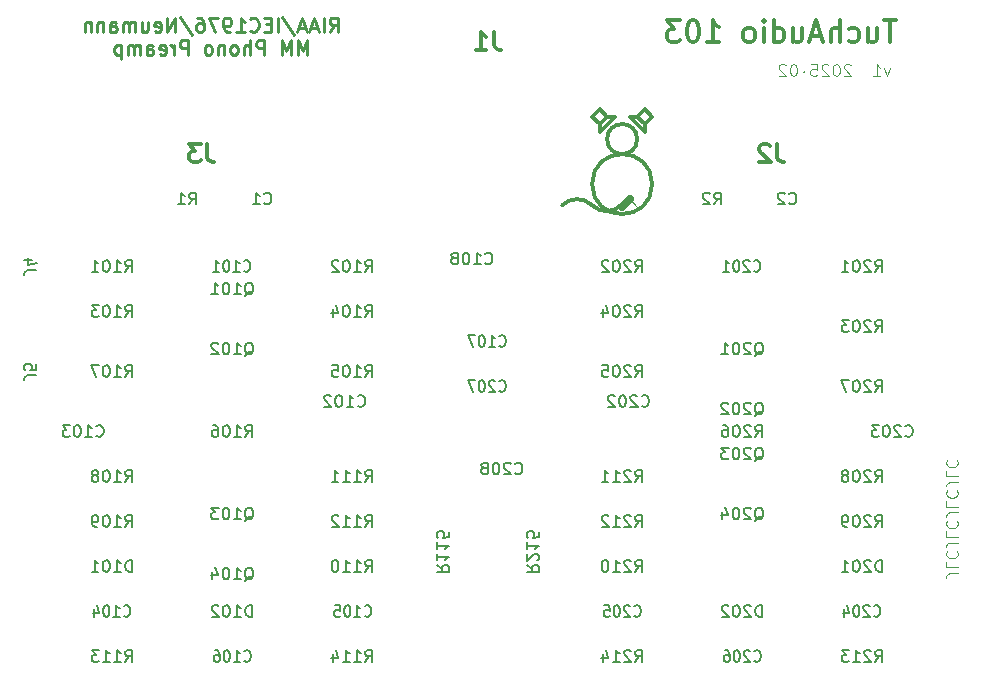
<source format=gbo>
G04 #@! TF.GenerationSoftware,KiCad,Pcbnew,8.0.9*
G04 #@! TF.CreationDate,2025-03-02T14:07:43+01:00*
G04 #@! TF.ProjectId,cjss103,636a7373-3130-4332-9e6b-696361645f70,rev?*
G04 #@! TF.SameCoordinates,Original*
G04 #@! TF.FileFunction,Legend,Bot*
G04 #@! TF.FilePolarity,Positive*
%FSLAX46Y46*%
G04 Gerber Fmt 4.6, Leading zero omitted, Abs format (unit mm)*
G04 Created by KiCad (PCBNEW 8.0.9) date 2025-03-02 14:07:43*
%MOMM*%
%LPD*%
G01*
G04 APERTURE LIST*
%ADD10C,0.300000*%
%ADD11C,0.100000*%
%ADD12C,0.700000*%
%ADD13C,0.360000*%
%ADD14C,0.240000*%
%ADD15C,0.150000*%
%ADD16C,0.304800*%
%ADD17R,1.600000X1.600000*%
%ADD18O,1.600000X1.600000*%
%ADD19C,1.600000*%
%ADD20R,1.050000X1.500000*%
%ADD21O,1.050000X1.500000*%
%ADD22R,1.700000X1.700000*%
%ADD23O,1.700000X1.700000*%
%ADD24C,5.600000*%
%ADD25C,2.200000*%
%ADD26C,2.000000*%
%ADD27O,1.900000X3.200000*%
%ADD28R,1.200000X1.200000*%
%ADD29C,1.200000*%
%ADD30C,3.200000*%
G04 APERTURE END LIST*
D10*
X151130000Y-37465000D02*
G75*
G02*
X146050000Y-37465000I-2540000J0D01*
G01*
X146050000Y-37465000D02*
G75*
G02*
X151130000Y-37465000I2540000J0D01*
G01*
X149860000Y-33655000D02*
G75*
G02*
X147320000Y-33655000I-1270000J0D01*
G01*
X147320000Y-33655000D02*
G75*
G02*
X149860000Y-33655000I1270000J0D01*
G01*
X148536746Y-39205356D02*
G75*
G02*
X146049951Y-39261100I-1270046J1160956D01*
G01*
X146685000Y-33020000D02*
X147955000Y-31750000D01*
X150495000Y-32385000D02*
X151130000Y-31750000D01*
X149860000Y-31750000D02*
X150495000Y-32385000D01*
X146050000Y-31750000D02*
X146685000Y-31115000D01*
X147955000Y-31750000D02*
X147320000Y-31750000D01*
D11*
X149225000Y-38735000D02*
X149860000Y-39370000D01*
D10*
X149225000Y-31750000D02*
X149860000Y-32385000D01*
X150495000Y-31115000D02*
X149860000Y-31750000D01*
X146685000Y-31115000D02*
X147320000Y-31750000D01*
X149860000Y-31750000D02*
X149225000Y-31750000D01*
X150495000Y-33020000D02*
X150495000Y-32385000D01*
X151130000Y-31750000D02*
X150495000Y-31115000D01*
X146685000Y-32385000D02*
X146050000Y-31750000D01*
X147320000Y-31750000D02*
X146685000Y-32385000D01*
X143510000Y-39261051D02*
G75*
G02*
X146050000Y-39261051I1270000J-1270001D01*
G01*
X149860000Y-32385000D02*
X150495000Y-33020000D01*
X146685000Y-32385000D02*
X146685000Y-33020000D01*
D12*
X148590000Y-39370000D02*
X149225000Y-38735000D01*
D13*
X171803729Y-23614994D02*
X170775158Y-23614994D01*
X171289443Y-25414994D02*
X171289443Y-23614994D01*
X169403729Y-24214994D02*
X169403729Y-25414994D01*
X170175157Y-24214994D02*
X170175157Y-25157851D01*
X170175157Y-25157851D02*
X170089443Y-25329280D01*
X170089443Y-25329280D02*
X169918014Y-25414994D01*
X169918014Y-25414994D02*
X169660871Y-25414994D01*
X169660871Y-25414994D02*
X169489443Y-25329280D01*
X169489443Y-25329280D02*
X169403729Y-25243565D01*
X167775158Y-25329280D02*
X167946586Y-25414994D01*
X167946586Y-25414994D02*
X168289443Y-25414994D01*
X168289443Y-25414994D02*
X168460872Y-25329280D01*
X168460872Y-25329280D02*
X168546586Y-25243565D01*
X168546586Y-25243565D02*
X168632300Y-25072137D01*
X168632300Y-25072137D02*
X168632300Y-24557851D01*
X168632300Y-24557851D02*
X168546586Y-24386422D01*
X168546586Y-24386422D02*
X168460872Y-24300708D01*
X168460872Y-24300708D02*
X168289443Y-24214994D01*
X168289443Y-24214994D02*
X167946586Y-24214994D01*
X167946586Y-24214994D02*
X167775158Y-24300708D01*
X167003729Y-25414994D02*
X167003729Y-23614994D01*
X166232301Y-25414994D02*
X166232301Y-24472137D01*
X166232301Y-24472137D02*
X166318015Y-24300708D01*
X166318015Y-24300708D02*
X166489443Y-24214994D01*
X166489443Y-24214994D02*
X166746586Y-24214994D01*
X166746586Y-24214994D02*
X166918015Y-24300708D01*
X166918015Y-24300708D02*
X167003729Y-24386422D01*
X165460872Y-24900708D02*
X164603730Y-24900708D01*
X165632301Y-25414994D02*
X165032301Y-23614994D01*
X165032301Y-23614994D02*
X164432301Y-25414994D01*
X163060873Y-24214994D02*
X163060873Y-25414994D01*
X163832301Y-24214994D02*
X163832301Y-25157851D01*
X163832301Y-25157851D02*
X163746587Y-25329280D01*
X163746587Y-25329280D02*
X163575158Y-25414994D01*
X163575158Y-25414994D02*
X163318015Y-25414994D01*
X163318015Y-25414994D02*
X163146587Y-25329280D01*
X163146587Y-25329280D02*
X163060873Y-25243565D01*
X161432302Y-25414994D02*
X161432302Y-23614994D01*
X161432302Y-25329280D02*
X161603730Y-25414994D01*
X161603730Y-25414994D02*
X161946587Y-25414994D01*
X161946587Y-25414994D02*
X162118016Y-25329280D01*
X162118016Y-25329280D02*
X162203730Y-25243565D01*
X162203730Y-25243565D02*
X162289444Y-25072137D01*
X162289444Y-25072137D02*
X162289444Y-24557851D01*
X162289444Y-24557851D02*
X162203730Y-24386422D01*
X162203730Y-24386422D02*
X162118016Y-24300708D01*
X162118016Y-24300708D02*
X161946587Y-24214994D01*
X161946587Y-24214994D02*
X161603730Y-24214994D01*
X161603730Y-24214994D02*
X161432302Y-24300708D01*
X160575159Y-25414994D02*
X160575159Y-24214994D01*
X160575159Y-23614994D02*
X160660873Y-23700708D01*
X160660873Y-23700708D02*
X160575159Y-23786422D01*
X160575159Y-23786422D02*
X160489445Y-23700708D01*
X160489445Y-23700708D02*
X160575159Y-23614994D01*
X160575159Y-23614994D02*
X160575159Y-23786422D01*
X159460873Y-25414994D02*
X159632302Y-25329280D01*
X159632302Y-25329280D02*
X159718016Y-25243565D01*
X159718016Y-25243565D02*
X159803730Y-25072137D01*
X159803730Y-25072137D02*
X159803730Y-24557851D01*
X159803730Y-24557851D02*
X159718016Y-24386422D01*
X159718016Y-24386422D02*
X159632302Y-24300708D01*
X159632302Y-24300708D02*
X159460873Y-24214994D01*
X159460873Y-24214994D02*
X159203730Y-24214994D01*
X159203730Y-24214994D02*
X159032302Y-24300708D01*
X159032302Y-24300708D02*
X158946588Y-24386422D01*
X158946588Y-24386422D02*
X158860873Y-24557851D01*
X158860873Y-24557851D02*
X158860873Y-25072137D01*
X158860873Y-25072137D02*
X158946588Y-25243565D01*
X158946588Y-25243565D02*
X159032302Y-25329280D01*
X159032302Y-25329280D02*
X159203730Y-25414994D01*
X159203730Y-25414994D02*
X159460873Y-25414994D01*
X155775159Y-25414994D02*
X156803730Y-25414994D01*
X156289445Y-25414994D02*
X156289445Y-23614994D01*
X156289445Y-23614994D02*
X156460873Y-23872137D01*
X156460873Y-23872137D02*
X156632302Y-24043565D01*
X156632302Y-24043565D02*
X156803730Y-24129280D01*
X154660873Y-23614994D02*
X154489444Y-23614994D01*
X154489444Y-23614994D02*
X154318016Y-23700708D01*
X154318016Y-23700708D02*
X154232302Y-23786422D01*
X154232302Y-23786422D02*
X154146587Y-23957851D01*
X154146587Y-23957851D02*
X154060873Y-24300708D01*
X154060873Y-24300708D02*
X154060873Y-24729280D01*
X154060873Y-24729280D02*
X154146587Y-25072137D01*
X154146587Y-25072137D02*
X154232302Y-25243565D01*
X154232302Y-25243565D02*
X154318016Y-25329280D01*
X154318016Y-25329280D02*
X154489444Y-25414994D01*
X154489444Y-25414994D02*
X154660873Y-25414994D01*
X154660873Y-25414994D02*
X154832302Y-25329280D01*
X154832302Y-25329280D02*
X154918016Y-25243565D01*
X154918016Y-25243565D02*
X155003730Y-25072137D01*
X155003730Y-25072137D02*
X155089444Y-24729280D01*
X155089444Y-24729280D02*
X155089444Y-24300708D01*
X155089444Y-24300708D02*
X155003730Y-23957851D01*
X155003730Y-23957851D02*
X154918016Y-23786422D01*
X154918016Y-23786422D02*
X154832302Y-23700708D01*
X154832302Y-23700708D02*
X154660873Y-23614994D01*
X153460873Y-23614994D02*
X152346587Y-23614994D01*
X152346587Y-23614994D02*
X152946587Y-24300708D01*
X152946587Y-24300708D02*
X152689444Y-24300708D01*
X152689444Y-24300708D02*
X152518016Y-24386422D01*
X152518016Y-24386422D02*
X152432301Y-24472137D01*
X152432301Y-24472137D02*
X152346587Y-24643565D01*
X152346587Y-24643565D02*
X152346587Y-25072137D01*
X152346587Y-25072137D02*
X152432301Y-25243565D01*
X152432301Y-25243565D02*
X152518016Y-25329280D01*
X152518016Y-25329280D02*
X152689444Y-25414994D01*
X152689444Y-25414994D02*
X153203730Y-25414994D01*
X153203730Y-25414994D02*
X153375158Y-25329280D01*
X153375158Y-25329280D02*
X153460873Y-25243565D01*
D14*
X123820570Y-24578729D02*
X124220570Y-24007301D01*
X124506284Y-24578729D02*
X124506284Y-23378729D01*
X124506284Y-23378729D02*
X124049141Y-23378729D01*
X124049141Y-23378729D02*
X123934856Y-23435872D01*
X123934856Y-23435872D02*
X123877713Y-23493015D01*
X123877713Y-23493015D02*
X123820570Y-23607301D01*
X123820570Y-23607301D02*
X123820570Y-23778729D01*
X123820570Y-23778729D02*
X123877713Y-23893015D01*
X123877713Y-23893015D02*
X123934856Y-23950158D01*
X123934856Y-23950158D02*
X124049141Y-24007301D01*
X124049141Y-24007301D02*
X124506284Y-24007301D01*
X123306284Y-24578729D02*
X123306284Y-23378729D01*
X122791998Y-24235872D02*
X122220570Y-24235872D01*
X122906284Y-24578729D02*
X122506284Y-23378729D01*
X122506284Y-23378729D02*
X122106284Y-24578729D01*
X121763427Y-24235872D02*
X121191999Y-24235872D01*
X121877713Y-24578729D02*
X121477713Y-23378729D01*
X121477713Y-23378729D02*
X121077713Y-24578729D01*
X119820570Y-23321587D02*
X120849142Y-24864444D01*
X119420570Y-24578729D02*
X119420570Y-23378729D01*
X118849141Y-23950158D02*
X118449141Y-23950158D01*
X118277713Y-24578729D02*
X118849141Y-24578729D01*
X118849141Y-24578729D02*
X118849141Y-23378729D01*
X118849141Y-23378729D02*
X118277713Y-23378729D01*
X117077713Y-24464444D02*
X117134856Y-24521587D01*
X117134856Y-24521587D02*
X117306284Y-24578729D01*
X117306284Y-24578729D02*
X117420570Y-24578729D01*
X117420570Y-24578729D02*
X117591999Y-24521587D01*
X117591999Y-24521587D02*
X117706284Y-24407301D01*
X117706284Y-24407301D02*
X117763427Y-24293015D01*
X117763427Y-24293015D02*
X117820570Y-24064444D01*
X117820570Y-24064444D02*
X117820570Y-23893015D01*
X117820570Y-23893015D02*
X117763427Y-23664444D01*
X117763427Y-23664444D02*
X117706284Y-23550158D01*
X117706284Y-23550158D02*
X117591999Y-23435872D01*
X117591999Y-23435872D02*
X117420570Y-23378729D01*
X117420570Y-23378729D02*
X117306284Y-23378729D01*
X117306284Y-23378729D02*
X117134856Y-23435872D01*
X117134856Y-23435872D02*
X117077713Y-23493015D01*
X115934856Y-24578729D02*
X116620570Y-24578729D01*
X116277713Y-24578729D02*
X116277713Y-23378729D01*
X116277713Y-23378729D02*
X116391999Y-23550158D01*
X116391999Y-23550158D02*
X116506284Y-23664444D01*
X116506284Y-23664444D02*
X116620570Y-23721587D01*
X115363427Y-24578729D02*
X115134856Y-24578729D01*
X115134856Y-24578729D02*
X115020570Y-24521587D01*
X115020570Y-24521587D02*
X114963427Y-24464444D01*
X114963427Y-24464444D02*
X114849142Y-24293015D01*
X114849142Y-24293015D02*
X114791999Y-24064444D01*
X114791999Y-24064444D02*
X114791999Y-23607301D01*
X114791999Y-23607301D02*
X114849142Y-23493015D01*
X114849142Y-23493015D02*
X114906285Y-23435872D01*
X114906285Y-23435872D02*
X115020570Y-23378729D01*
X115020570Y-23378729D02*
X115249142Y-23378729D01*
X115249142Y-23378729D02*
X115363427Y-23435872D01*
X115363427Y-23435872D02*
X115420570Y-23493015D01*
X115420570Y-23493015D02*
X115477713Y-23607301D01*
X115477713Y-23607301D02*
X115477713Y-23893015D01*
X115477713Y-23893015D02*
X115420570Y-24007301D01*
X115420570Y-24007301D02*
X115363427Y-24064444D01*
X115363427Y-24064444D02*
X115249142Y-24121587D01*
X115249142Y-24121587D02*
X115020570Y-24121587D01*
X115020570Y-24121587D02*
X114906285Y-24064444D01*
X114906285Y-24064444D02*
X114849142Y-24007301D01*
X114849142Y-24007301D02*
X114791999Y-23893015D01*
X114391999Y-23378729D02*
X113591999Y-23378729D01*
X113591999Y-23378729D02*
X114106285Y-24578729D01*
X112620571Y-23378729D02*
X112849142Y-23378729D01*
X112849142Y-23378729D02*
X112963428Y-23435872D01*
X112963428Y-23435872D02*
X113020571Y-23493015D01*
X113020571Y-23493015D02*
X113134856Y-23664444D01*
X113134856Y-23664444D02*
X113191999Y-23893015D01*
X113191999Y-23893015D02*
X113191999Y-24350158D01*
X113191999Y-24350158D02*
X113134856Y-24464444D01*
X113134856Y-24464444D02*
X113077713Y-24521587D01*
X113077713Y-24521587D02*
X112963428Y-24578729D01*
X112963428Y-24578729D02*
X112734856Y-24578729D01*
X112734856Y-24578729D02*
X112620571Y-24521587D01*
X112620571Y-24521587D02*
X112563428Y-24464444D01*
X112563428Y-24464444D02*
X112506285Y-24350158D01*
X112506285Y-24350158D02*
X112506285Y-24064444D01*
X112506285Y-24064444D02*
X112563428Y-23950158D01*
X112563428Y-23950158D02*
X112620571Y-23893015D01*
X112620571Y-23893015D02*
X112734856Y-23835872D01*
X112734856Y-23835872D02*
X112963428Y-23835872D01*
X112963428Y-23835872D02*
X113077713Y-23893015D01*
X113077713Y-23893015D02*
X113134856Y-23950158D01*
X113134856Y-23950158D02*
X113191999Y-24064444D01*
X111134856Y-23321587D02*
X112163428Y-24864444D01*
X110734856Y-24578729D02*
X110734856Y-23378729D01*
X110734856Y-23378729D02*
X110049142Y-24578729D01*
X110049142Y-24578729D02*
X110049142Y-23378729D01*
X109020570Y-24521587D02*
X109134856Y-24578729D01*
X109134856Y-24578729D02*
X109363428Y-24578729D01*
X109363428Y-24578729D02*
X109477713Y-24521587D01*
X109477713Y-24521587D02*
X109534856Y-24407301D01*
X109534856Y-24407301D02*
X109534856Y-23950158D01*
X109534856Y-23950158D02*
X109477713Y-23835872D01*
X109477713Y-23835872D02*
X109363428Y-23778729D01*
X109363428Y-23778729D02*
X109134856Y-23778729D01*
X109134856Y-23778729D02*
X109020570Y-23835872D01*
X109020570Y-23835872D02*
X108963428Y-23950158D01*
X108963428Y-23950158D02*
X108963428Y-24064444D01*
X108963428Y-24064444D02*
X109534856Y-24178729D01*
X107934857Y-23778729D02*
X107934857Y-24578729D01*
X108449142Y-23778729D02*
X108449142Y-24407301D01*
X108449142Y-24407301D02*
X108391999Y-24521587D01*
X108391999Y-24521587D02*
X108277714Y-24578729D01*
X108277714Y-24578729D02*
X108106285Y-24578729D01*
X108106285Y-24578729D02*
X107991999Y-24521587D01*
X107991999Y-24521587D02*
X107934857Y-24464444D01*
X107363428Y-24578729D02*
X107363428Y-23778729D01*
X107363428Y-23893015D02*
X107306285Y-23835872D01*
X107306285Y-23835872D02*
X107192000Y-23778729D01*
X107192000Y-23778729D02*
X107020571Y-23778729D01*
X107020571Y-23778729D02*
X106906285Y-23835872D01*
X106906285Y-23835872D02*
X106849143Y-23950158D01*
X106849143Y-23950158D02*
X106849143Y-24578729D01*
X106849143Y-23950158D02*
X106792000Y-23835872D01*
X106792000Y-23835872D02*
X106677714Y-23778729D01*
X106677714Y-23778729D02*
X106506285Y-23778729D01*
X106506285Y-23778729D02*
X106392000Y-23835872D01*
X106392000Y-23835872D02*
X106334857Y-23950158D01*
X106334857Y-23950158D02*
X106334857Y-24578729D01*
X105249143Y-24578729D02*
X105249143Y-23950158D01*
X105249143Y-23950158D02*
X105306285Y-23835872D01*
X105306285Y-23835872D02*
X105420571Y-23778729D01*
X105420571Y-23778729D02*
X105649143Y-23778729D01*
X105649143Y-23778729D02*
X105763428Y-23835872D01*
X105249143Y-24521587D02*
X105363428Y-24578729D01*
X105363428Y-24578729D02*
X105649143Y-24578729D01*
X105649143Y-24578729D02*
X105763428Y-24521587D01*
X105763428Y-24521587D02*
X105820571Y-24407301D01*
X105820571Y-24407301D02*
X105820571Y-24293015D01*
X105820571Y-24293015D02*
X105763428Y-24178729D01*
X105763428Y-24178729D02*
X105649143Y-24121587D01*
X105649143Y-24121587D02*
X105363428Y-24121587D01*
X105363428Y-24121587D02*
X105249143Y-24064444D01*
X104677714Y-23778729D02*
X104677714Y-24578729D01*
X104677714Y-23893015D02*
X104620571Y-23835872D01*
X104620571Y-23835872D02*
X104506286Y-23778729D01*
X104506286Y-23778729D02*
X104334857Y-23778729D01*
X104334857Y-23778729D02*
X104220571Y-23835872D01*
X104220571Y-23835872D02*
X104163429Y-23950158D01*
X104163429Y-23950158D02*
X104163429Y-24578729D01*
X103592000Y-23778729D02*
X103592000Y-24578729D01*
X103592000Y-23893015D02*
X103534857Y-23835872D01*
X103534857Y-23835872D02*
X103420572Y-23778729D01*
X103420572Y-23778729D02*
X103249143Y-23778729D01*
X103249143Y-23778729D02*
X103134857Y-23835872D01*
X103134857Y-23835872D02*
X103077715Y-23950158D01*
X103077715Y-23950158D02*
X103077715Y-24578729D01*
X121934856Y-26510662D02*
X121934856Y-25310662D01*
X121934856Y-25310662D02*
X121534856Y-26167805D01*
X121534856Y-26167805D02*
X121134856Y-25310662D01*
X121134856Y-25310662D02*
X121134856Y-26510662D01*
X120563427Y-26510662D02*
X120563427Y-25310662D01*
X120563427Y-25310662D02*
X120163427Y-26167805D01*
X120163427Y-26167805D02*
X119763427Y-25310662D01*
X119763427Y-25310662D02*
X119763427Y-26510662D01*
X118277712Y-26510662D02*
X118277712Y-25310662D01*
X118277712Y-25310662D02*
X117820569Y-25310662D01*
X117820569Y-25310662D02*
X117706284Y-25367805D01*
X117706284Y-25367805D02*
X117649141Y-25424948D01*
X117649141Y-25424948D02*
X117591998Y-25539234D01*
X117591998Y-25539234D02*
X117591998Y-25710662D01*
X117591998Y-25710662D02*
X117649141Y-25824948D01*
X117649141Y-25824948D02*
X117706284Y-25882091D01*
X117706284Y-25882091D02*
X117820569Y-25939234D01*
X117820569Y-25939234D02*
X118277712Y-25939234D01*
X117077712Y-26510662D02*
X117077712Y-25310662D01*
X116563427Y-26510662D02*
X116563427Y-25882091D01*
X116563427Y-25882091D02*
X116620569Y-25767805D01*
X116620569Y-25767805D02*
X116734855Y-25710662D01*
X116734855Y-25710662D02*
X116906284Y-25710662D01*
X116906284Y-25710662D02*
X117020569Y-25767805D01*
X117020569Y-25767805D02*
X117077712Y-25824948D01*
X115820570Y-26510662D02*
X115934855Y-26453520D01*
X115934855Y-26453520D02*
X115991998Y-26396377D01*
X115991998Y-26396377D02*
X116049141Y-26282091D01*
X116049141Y-26282091D02*
X116049141Y-25939234D01*
X116049141Y-25939234D02*
X115991998Y-25824948D01*
X115991998Y-25824948D02*
X115934855Y-25767805D01*
X115934855Y-25767805D02*
X115820570Y-25710662D01*
X115820570Y-25710662D02*
X115649141Y-25710662D01*
X115649141Y-25710662D02*
X115534855Y-25767805D01*
X115534855Y-25767805D02*
X115477713Y-25824948D01*
X115477713Y-25824948D02*
X115420570Y-25939234D01*
X115420570Y-25939234D02*
X115420570Y-26282091D01*
X115420570Y-26282091D02*
X115477713Y-26396377D01*
X115477713Y-26396377D02*
X115534855Y-26453520D01*
X115534855Y-26453520D02*
X115649141Y-26510662D01*
X115649141Y-26510662D02*
X115820570Y-26510662D01*
X114906284Y-25710662D02*
X114906284Y-26510662D01*
X114906284Y-25824948D02*
X114849141Y-25767805D01*
X114849141Y-25767805D02*
X114734856Y-25710662D01*
X114734856Y-25710662D02*
X114563427Y-25710662D01*
X114563427Y-25710662D02*
X114449141Y-25767805D01*
X114449141Y-25767805D02*
X114391999Y-25882091D01*
X114391999Y-25882091D02*
X114391999Y-26510662D01*
X113649142Y-26510662D02*
X113763427Y-26453520D01*
X113763427Y-26453520D02*
X113820570Y-26396377D01*
X113820570Y-26396377D02*
X113877713Y-26282091D01*
X113877713Y-26282091D02*
X113877713Y-25939234D01*
X113877713Y-25939234D02*
X113820570Y-25824948D01*
X113820570Y-25824948D02*
X113763427Y-25767805D01*
X113763427Y-25767805D02*
X113649142Y-25710662D01*
X113649142Y-25710662D02*
X113477713Y-25710662D01*
X113477713Y-25710662D02*
X113363427Y-25767805D01*
X113363427Y-25767805D02*
X113306285Y-25824948D01*
X113306285Y-25824948D02*
X113249142Y-25939234D01*
X113249142Y-25939234D02*
X113249142Y-26282091D01*
X113249142Y-26282091D02*
X113306285Y-26396377D01*
X113306285Y-26396377D02*
X113363427Y-26453520D01*
X113363427Y-26453520D02*
X113477713Y-26510662D01*
X113477713Y-26510662D02*
X113649142Y-26510662D01*
X111820570Y-26510662D02*
X111820570Y-25310662D01*
X111820570Y-25310662D02*
X111363427Y-25310662D01*
X111363427Y-25310662D02*
X111249142Y-25367805D01*
X111249142Y-25367805D02*
X111191999Y-25424948D01*
X111191999Y-25424948D02*
X111134856Y-25539234D01*
X111134856Y-25539234D02*
X111134856Y-25710662D01*
X111134856Y-25710662D02*
X111191999Y-25824948D01*
X111191999Y-25824948D02*
X111249142Y-25882091D01*
X111249142Y-25882091D02*
X111363427Y-25939234D01*
X111363427Y-25939234D02*
X111820570Y-25939234D01*
X110620570Y-26510662D02*
X110620570Y-25710662D01*
X110620570Y-25939234D02*
X110563427Y-25824948D01*
X110563427Y-25824948D02*
X110506285Y-25767805D01*
X110506285Y-25767805D02*
X110391999Y-25710662D01*
X110391999Y-25710662D02*
X110277713Y-25710662D01*
X109420570Y-26453520D02*
X109534856Y-26510662D01*
X109534856Y-26510662D02*
X109763428Y-26510662D01*
X109763428Y-26510662D02*
X109877713Y-26453520D01*
X109877713Y-26453520D02*
X109934856Y-26339234D01*
X109934856Y-26339234D02*
X109934856Y-25882091D01*
X109934856Y-25882091D02*
X109877713Y-25767805D01*
X109877713Y-25767805D02*
X109763428Y-25710662D01*
X109763428Y-25710662D02*
X109534856Y-25710662D01*
X109534856Y-25710662D02*
X109420570Y-25767805D01*
X109420570Y-25767805D02*
X109363428Y-25882091D01*
X109363428Y-25882091D02*
X109363428Y-25996377D01*
X109363428Y-25996377D02*
X109934856Y-26110662D01*
X108334857Y-26510662D02*
X108334857Y-25882091D01*
X108334857Y-25882091D02*
X108391999Y-25767805D01*
X108391999Y-25767805D02*
X108506285Y-25710662D01*
X108506285Y-25710662D02*
X108734857Y-25710662D01*
X108734857Y-25710662D02*
X108849142Y-25767805D01*
X108334857Y-26453520D02*
X108449142Y-26510662D01*
X108449142Y-26510662D02*
X108734857Y-26510662D01*
X108734857Y-26510662D02*
X108849142Y-26453520D01*
X108849142Y-26453520D02*
X108906285Y-26339234D01*
X108906285Y-26339234D02*
X108906285Y-26224948D01*
X108906285Y-26224948D02*
X108849142Y-26110662D01*
X108849142Y-26110662D02*
X108734857Y-26053520D01*
X108734857Y-26053520D02*
X108449142Y-26053520D01*
X108449142Y-26053520D02*
X108334857Y-25996377D01*
X107763428Y-26510662D02*
X107763428Y-25710662D01*
X107763428Y-25824948D02*
X107706285Y-25767805D01*
X107706285Y-25767805D02*
X107592000Y-25710662D01*
X107592000Y-25710662D02*
X107420571Y-25710662D01*
X107420571Y-25710662D02*
X107306285Y-25767805D01*
X107306285Y-25767805D02*
X107249143Y-25882091D01*
X107249143Y-25882091D02*
X107249143Y-26510662D01*
X107249143Y-25882091D02*
X107192000Y-25767805D01*
X107192000Y-25767805D02*
X107077714Y-25710662D01*
X107077714Y-25710662D02*
X106906285Y-25710662D01*
X106906285Y-25710662D02*
X106792000Y-25767805D01*
X106792000Y-25767805D02*
X106734857Y-25882091D01*
X106734857Y-25882091D02*
X106734857Y-26510662D01*
X106163428Y-25710662D02*
X106163428Y-26910662D01*
X106163428Y-25767805D02*
X106049143Y-25710662D01*
X106049143Y-25710662D02*
X105820571Y-25710662D01*
X105820571Y-25710662D02*
X105706285Y-25767805D01*
X105706285Y-25767805D02*
X105649143Y-25824948D01*
X105649143Y-25824948D02*
X105592000Y-25939234D01*
X105592000Y-25939234D02*
X105592000Y-26282091D01*
X105592000Y-26282091D02*
X105649143Y-26396377D01*
X105649143Y-26396377D02*
X105706285Y-26453520D01*
X105706285Y-26453520D02*
X105820571Y-26510662D01*
X105820571Y-26510662D02*
X106049143Y-26510662D01*
X106049143Y-26510662D02*
X106163428Y-26453520D01*
D11*
X177022580Y-70403401D02*
X176308295Y-70403401D01*
X176308295Y-70403401D02*
X176165438Y-70451020D01*
X176165438Y-70451020D02*
X176070200Y-70546258D01*
X176070200Y-70546258D02*
X176022580Y-70689115D01*
X176022580Y-70689115D02*
X176022580Y-70784353D01*
X176022580Y-69451020D02*
X176022580Y-69927210D01*
X176022580Y-69927210D02*
X177022580Y-69927210D01*
X176117819Y-68546258D02*
X176070200Y-68593877D01*
X176070200Y-68593877D02*
X176022580Y-68736734D01*
X176022580Y-68736734D02*
X176022580Y-68831972D01*
X176022580Y-68831972D02*
X176070200Y-68974829D01*
X176070200Y-68974829D02*
X176165438Y-69070067D01*
X176165438Y-69070067D02*
X176260676Y-69117686D01*
X176260676Y-69117686D02*
X176451152Y-69165305D01*
X176451152Y-69165305D02*
X176594009Y-69165305D01*
X176594009Y-69165305D02*
X176784485Y-69117686D01*
X176784485Y-69117686D02*
X176879723Y-69070067D01*
X176879723Y-69070067D02*
X176974961Y-68974829D01*
X176974961Y-68974829D02*
X177022580Y-68831972D01*
X177022580Y-68831972D02*
X177022580Y-68736734D01*
X177022580Y-68736734D02*
X176974961Y-68593877D01*
X176974961Y-68593877D02*
X176927342Y-68546258D01*
X177022580Y-67831972D02*
X176308295Y-67831972D01*
X176308295Y-67831972D02*
X176165438Y-67879591D01*
X176165438Y-67879591D02*
X176070200Y-67974829D01*
X176070200Y-67974829D02*
X176022580Y-68117686D01*
X176022580Y-68117686D02*
X176022580Y-68212924D01*
X176022580Y-66879591D02*
X176022580Y-67355781D01*
X176022580Y-67355781D02*
X177022580Y-67355781D01*
X176117819Y-65974829D02*
X176070200Y-66022448D01*
X176070200Y-66022448D02*
X176022580Y-66165305D01*
X176022580Y-66165305D02*
X176022580Y-66260543D01*
X176022580Y-66260543D02*
X176070200Y-66403400D01*
X176070200Y-66403400D02*
X176165438Y-66498638D01*
X176165438Y-66498638D02*
X176260676Y-66546257D01*
X176260676Y-66546257D02*
X176451152Y-66593876D01*
X176451152Y-66593876D02*
X176594009Y-66593876D01*
X176594009Y-66593876D02*
X176784485Y-66546257D01*
X176784485Y-66546257D02*
X176879723Y-66498638D01*
X176879723Y-66498638D02*
X176974961Y-66403400D01*
X176974961Y-66403400D02*
X177022580Y-66260543D01*
X177022580Y-66260543D02*
X177022580Y-66165305D01*
X177022580Y-66165305D02*
X176974961Y-66022448D01*
X176974961Y-66022448D02*
X176927342Y-65974829D01*
X177022580Y-65260543D02*
X176308295Y-65260543D01*
X176308295Y-65260543D02*
X176165438Y-65308162D01*
X176165438Y-65308162D02*
X176070200Y-65403400D01*
X176070200Y-65403400D02*
X176022580Y-65546257D01*
X176022580Y-65546257D02*
X176022580Y-65641495D01*
X176022580Y-64308162D02*
X176022580Y-64784352D01*
X176022580Y-64784352D02*
X177022580Y-64784352D01*
X176117819Y-63403400D02*
X176070200Y-63451019D01*
X176070200Y-63451019D02*
X176022580Y-63593876D01*
X176022580Y-63593876D02*
X176022580Y-63689114D01*
X176022580Y-63689114D02*
X176070200Y-63831971D01*
X176070200Y-63831971D02*
X176165438Y-63927209D01*
X176165438Y-63927209D02*
X176260676Y-63974828D01*
X176260676Y-63974828D02*
X176451152Y-64022447D01*
X176451152Y-64022447D02*
X176594009Y-64022447D01*
X176594009Y-64022447D02*
X176784485Y-63974828D01*
X176784485Y-63974828D02*
X176879723Y-63927209D01*
X176879723Y-63927209D02*
X176974961Y-63831971D01*
X176974961Y-63831971D02*
X177022580Y-63689114D01*
X177022580Y-63689114D02*
X177022580Y-63593876D01*
X177022580Y-63593876D02*
X176974961Y-63451019D01*
X176974961Y-63451019D02*
X176927342Y-63403400D01*
X177022580Y-62689114D02*
X176308295Y-62689114D01*
X176308295Y-62689114D02*
X176165438Y-62736733D01*
X176165438Y-62736733D02*
X176070200Y-62831971D01*
X176070200Y-62831971D02*
X176022580Y-62974828D01*
X176022580Y-62974828D02*
X176022580Y-63070066D01*
X176022580Y-61736733D02*
X176022580Y-62212923D01*
X176022580Y-62212923D02*
X177022580Y-62212923D01*
X176117819Y-60831971D02*
X176070200Y-60879590D01*
X176070200Y-60879590D02*
X176022580Y-61022447D01*
X176022580Y-61022447D02*
X176022580Y-61117685D01*
X176022580Y-61117685D02*
X176070200Y-61260542D01*
X176070200Y-61260542D02*
X176165438Y-61355780D01*
X176165438Y-61355780D02*
X176260676Y-61403399D01*
X176260676Y-61403399D02*
X176451152Y-61451018D01*
X176451152Y-61451018D02*
X176594009Y-61451018D01*
X176594009Y-61451018D02*
X176784485Y-61403399D01*
X176784485Y-61403399D02*
X176879723Y-61355780D01*
X176879723Y-61355780D02*
X176974961Y-61260542D01*
X176974961Y-61260542D02*
X177022580Y-61117685D01*
X177022580Y-61117685D02*
X177022580Y-61022447D01*
X177022580Y-61022447D02*
X176974961Y-60879590D01*
X176974961Y-60879590D02*
X176927342Y-60831971D01*
X171241353Y-27653752D02*
X171003258Y-28320419D01*
X171003258Y-28320419D02*
X170765163Y-27653752D01*
X169860401Y-28320419D02*
X170431829Y-28320419D01*
X170146115Y-28320419D02*
X170146115Y-27320419D01*
X170146115Y-27320419D02*
X170241353Y-27463276D01*
X170241353Y-27463276D02*
X170336591Y-27558514D01*
X170336591Y-27558514D02*
X170431829Y-27606133D01*
X167955638Y-27415657D02*
X167908019Y-27368038D01*
X167908019Y-27368038D02*
X167812781Y-27320419D01*
X167812781Y-27320419D02*
X167574686Y-27320419D01*
X167574686Y-27320419D02*
X167479448Y-27368038D01*
X167479448Y-27368038D02*
X167431829Y-27415657D01*
X167431829Y-27415657D02*
X167384210Y-27510895D01*
X167384210Y-27510895D02*
X167384210Y-27606133D01*
X167384210Y-27606133D02*
X167431829Y-27748990D01*
X167431829Y-27748990D02*
X168003257Y-28320419D01*
X168003257Y-28320419D02*
X167384210Y-28320419D01*
X166765162Y-27320419D02*
X166669924Y-27320419D01*
X166669924Y-27320419D02*
X166574686Y-27368038D01*
X166574686Y-27368038D02*
X166527067Y-27415657D01*
X166527067Y-27415657D02*
X166479448Y-27510895D01*
X166479448Y-27510895D02*
X166431829Y-27701371D01*
X166431829Y-27701371D02*
X166431829Y-27939466D01*
X166431829Y-27939466D02*
X166479448Y-28129942D01*
X166479448Y-28129942D02*
X166527067Y-28225180D01*
X166527067Y-28225180D02*
X166574686Y-28272800D01*
X166574686Y-28272800D02*
X166669924Y-28320419D01*
X166669924Y-28320419D02*
X166765162Y-28320419D01*
X166765162Y-28320419D02*
X166860400Y-28272800D01*
X166860400Y-28272800D02*
X166908019Y-28225180D01*
X166908019Y-28225180D02*
X166955638Y-28129942D01*
X166955638Y-28129942D02*
X167003257Y-27939466D01*
X167003257Y-27939466D02*
X167003257Y-27701371D01*
X167003257Y-27701371D02*
X166955638Y-27510895D01*
X166955638Y-27510895D02*
X166908019Y-27415657D01*
X166908019Y-27415657D02*
X166860400Y-27368038D01*
X166860400Y-27368038D02*
X166765162Y-27320419D01*
X166050876Y-27415657D02*
X166003257Y-27368038D01*
X166003257Y-27368038D02*
X165908019Y-27320419D01*
X165908019Y-27320419D02*
X165669924Y-27320419D01*
X165669924Y-27320419D02*
X165574686Y-27368038D01*
X165574686Y-27368038D02*
X165527067Y-27415657D01*
X165527067Y-27415657D02*
X165479448Y-27510895D01*
X165479448Y-27510895D02*
X165479448Y-27606133D01*
X165479448Y-27606133D02*
X165527067Y-27748990D01*
X165527067Y-27748990D02*
X166098495Y-28320419D01*
X166098495Y-28320419D02*
X165479448Y-28320419D01*
X164574686Y-27320419D02*
X165050876Y-27320419D01*
X165050876Y-27320419D02*
X165098495Y-27796609D01*
X165098495Y-27796609D02*
X165050876Y-27748990D01*
X165050876Y-27748990D02*
X164955638Y-27701371D01*
X164955638Y-27701371D02*
X164717543Y-27701371D01*
X164717543Y-27701371D02*
X164622305Y-27748990D01*
X164622305Y-27748990D02*
X164574686Y-27796609D01*
X164574686Y-27796609D02*
X164527067Y-27891847D01*
X164527067Y-27891847D02*
X164527067Y-28129942D01*
X164527067Y-28129942D02*
X164574686Y-28225180D01*
X164574686Y-28225180D02*
X164622305Y-28272800D01*
X164622305Y-28272800D02*
X164717543Y-28320419D01*
X164717543Y-28320419D02*
X164955638Y-28320419D01*
X164955638Y-28320419D02*
X165050876Y-28272800D01*
X165050876Y-28272800D02*
X165098495Y-28225180D01*
X163955638Y-27891847D02*
X164003257Y-27939466D01*
X164003257Y-27939466D02*
X163955638Y-27987085D01*
X163955638Y-27987085D02*
X163908019Y-27939466D01*
X163908019Y-27939466D02*
X163955638Y-27891847D01*
X163955638Y-27891847D02*
X163955638Y-27987085D01*
X163146114Y-27320419D02*
X163050876Y-27320419D01*
X163050876Y-27320419D02*
X162955638Y-27368038D01*
X162955638Y-27368038D02*
X162908019Y-27415657D01*
X162908019Y-27415657D02*
X162860400Y-27510895D01*
X162860400Y-27510895D02*
X162812781Y-27701371D01*
X162812781Y-27701371D02*
X162812781Y-27939466D01*
X162812781Y-27939466D02*
X162860400Y-28129942D01*
X162860400Y-28129942D02*
X162908019Y-28225180D01*
X162908019Y-28225180D02*
X162955638Y-28272800D01*
X162955638Y-28272800D02*
X163050876Y-28320419D01*
X163050876Y-28320419D02*
X163146114Y-28320419D01*
X163146114Y-28320419D02*
X163241352Y-28272800D01*
X163241352Y-28272800D02*
X163288971Y-28225180D01*
X163288971Y-28225180D02*
X163336590Y-28129942D01*
X163336590Y-28129942D02*
X163384209Y-27939466D01*
X163384209Y-27939466D02*
X163384209Y-27701371D01*
X163384209Y-27701371D02*
X163336590Y-27510895D01*
X163336590Y-27510895D02*
X163288971Y-27415657D01*
X163288971Y-27415657D02*
X163241352Y-27368038D01*
X163241352Y-27368038D02*
X163146114Y-27320419D01*
X162431828Y-27415657D02*
X162384209Y-27368038D01*
X162384209Y-27368038D02*
X162288971Y-27320419D01*
X162288971Y-27320419D02*
X162050876Y-27320419D01*
X162050876Y-27320419D02*
X161955638Y-27368038D01*
X161955638Y-27368038D02*
X161908019Y-27415657D01*
X161908019Y-27415657D02*
X161860400Y-27510895D01*
X161860400Y-27510895D02*
X161860400Y-27606133D01*
X161860400Y-27606133D02*
X161908019Y-27748990D01*
X161908019Y-27748990D02*
X162479447Y-28320419D01*
X162479447Y-28320419D02*
X161860400Y-28320419D01*
D15*
X107100475Y-70304819D02*
X107100475Y-69304819D01*
X107100475Y-69304819D02*
X106862380Y-69304819D01*
X106862380Y-69304819D02*
X106719523Y-69352438D01*
X106719523Y-69352438D02*
X106624285Y-69447676D01*
X106624285Y-69447676D02*
X106576666Y-69542914D01*
X106576666Y-69542914D02*
X106529047Y-69733390D01*
X106529047Y-69733390D02*
X106529047Y-69876247D01*
X106529047Y-69876247D02*
X106576666Y-70066723D01*
X106576666Y-70066723D02*
X106624285Y-70161961D01*
X106624285Y-70161961D02*
X106719523Y-70257200D01*
X106719523Y-70257200D02*
X106862380Y-70304819D01*
X106862380Y-70304819D02*
X107100475Y-70304819D01*
X105576666Y-70304819D02*
X106148094Y-70304819D01*
X105862380Y-70304819D02*
X105862380Y-69304819D01*
X105862380Y-69304819D02*
X105957618Y-69447676D01*
X105957618Y-69447676D02*
X106052856Y-69542914D01*
X106052856Y-69542914D02*
X106148094Y-69590533D01*
X104957618Y-69304819D02*
X104862380Y-69304819D01*
X104862380Y-69304819D02*
X104767142Y-69352438D01*
X104767142Y-69352438D02*
X104719523Y-69400057D01*
X104719523Y-69400057D02*
X104671904Y-69495295D01*
X104671904Y-69495295D02*
X104624285Y-69685771D01*
X104624285Y-69685771D02*
X104624285Y-69923866D01*
X104624285Y-69923866D02*
X104671904Y-70114342D01*
X104671904Y-70114342D02*
X104719523Y-70209580D01*
X104719523Y-70209580D02*
X104767142Y-70257200D01*
X104767142Y-70257200D02*
X104862380Y-70304819D01*
X104862380Y-70304819D02*
X104957618Y-70304819D01*
X104957618Y-70304819D02*
X105052856Y-70257200D01*
X105052856Y-70257200D02*
X105100475Y-70209580D01*
X105100475Y-70209580D02*
X105148094Y-70114342D01*
X105148094Y-70114342D02*
X105195713Y-69923866D01*
X105195713Y-69923866D02*
X105195713Y-69685771D01*
X105195713Y-69685771D02*
X105148094Y-69495295D01*
X105148094Y-69495295D02*
X105100475Y-69400057D01*
X105100475Y-69400057D02*
X105052856Y-69352438D01*
X105052856Y-69352438D02*
X104957618Y-69304819D01*
X103671904Y-70304819D02*
X104243332Y-70304819D01*
X103957618Y-70304819D02*
X103957618Y-69304819D01*
X103957618Y-69304819D02*
X104052856Y-69447676D01*
X104052856Y-69447676D02*
X104148094Y-69542914D01*
X104148094Y-69542914D02*
X104243332Y-69590533D01*
X104069047Y-58779580D02*
X104116666Y-58827200D01*
X104116666Y-58827200D02*
X104259523Y-58874819D01*
X104259523Y-58874819D02*
X104354761Y-58874819D01*
X104354761Y-58874819D02*
X104497618Y-58827200D01*
X104497618Y-58827200D02*
X104592856Y-58731961D01*
X104592856Y-58731961D02*
X104640475Y-58636723D01*
X104640475Y-58636723D02*
X104688094Y-58446247D01*
X104688094Y-58446247D02*
X104688094Y-58303390D01*
X104688094Y-58303390D02*
X104640475Y-58112914D01*
X104640475Y-58112914D02*
X104592856Y-58017676D01*
X104592856Y-58017676D02*
X104497618Y-57922438D01*
X104497618Y-57922438D02*
X104354761Y-57874819D01*
X104354761Y-57874819D02*
X104259523Y-57874819D01*
X104259523Y-57874819D02*
X104116666Y-57922438D01*
X104116666Y-57922438D02*
X104069047Y-57970057D01*
X103116666Y-58874819D02*
X103688094Y-58874819D01*
X103402380Y-58874819D02*
X103402380Y-57874819D01*
X103402380Y-57874819D02*
X103497618Y-58017676D01*
X103497618Y-58017676D02*
X103592856Y-58112914D01*
X103592856Y-58112914D02*
X103688094Y-58160533D01*
X102497618Y-57874819D02*
X102402380Y-57874819D01*
X102402380Y-57874819D02*
X102307142Y-57922438D01*
X102307142Y-57922438D02*
X102259523Y-57970057D01*
X102259523Y-57970057D02*
X102211904Y-58065295D01*
X102211904Y-58065295D02*
X102164285Y-58255771D01*
X102164285Y-58255771D02*
X102164285Y-58493866D01*
X102164285Y-58493866D02*
X102211904Y-58684342D01*
X102211904Y-58684342D02*
X102259523Y-58779580D01*
X102259523Y-58779580D02*
X102307142Y-58827200D01*
X102307142Y-58827200D02*
X102402380Y-58874819D01*
X102402380Y-58874819D02*
X102497618Y-58874819D01*
X102497618Y-58874819D02*
X102592856Y-58827200D01*
X102592856Y-58827200D02*
X102640475Y-58779580D01*
X102640475Y-58779580D02*
X102688094Y-58684342D01*
X102688094Y-58684342D02*
X102735713Y-58493866D01*
X102735713Y-58493866D02*
X102735713Y-58255771D01*
X102735713Y-58255771D02*
X102688094Y-58065295D01*
X102688094Y-58065295D02*
X102640475Y-57970057D01*
X102640475Y-57970057D02*
X102592856Y-57922438D01*
X102592856Y-57922438D02*
X102497618Y-57874819D01*
X101830951Y-57874819D02*
X101211904Y-57874819D01*
X101211904Y-57874819D02*
X101545237Y-58255771D01*
X101545237Y-58255771D02*
X101402380Y-58255771D01*
X101402380Y-58255771D02*
X101307142Y-58303390D01*
X101307142Y-58303390D02*
X101259523Y-58351009D01*
X101259523Y-58351009D02*
X101211904Y-58446247D01*
X101211904Y-58446247D02*
X101211904Y-58684342D01*
X101211904Y-58684342D02*
X101259523Y-58779580D01*
X101259523Y-58779580D02*
X101307142Y-58827200D01*
X101307142Y-58827200D02*
X101402380Y-58874819D01*
X101402380Y-58874819D02*
X101688094Y-58874819D01*
X101688094Y-58874819D02*
X101783332Y-58827200D01*
X101783332Y-58827200D02*
X101830951Y-58779580D01*
X159757142Y-77829580D02*
X159799999Y-77877200D01*
X159799999Y-77877200D02*
X159928571Y-77924819D01*
X159928571Y-77924819D02*
X160014285Y-77924819D01*
X160014285Y-77924819D02*
X160142856Y-77877200D01*
X160142856Y-77877200D02*
X160228571Y-77781961D01*
X160228571Y-77781961D02*
X160271428Y-77686723D01*
X160271428Y-77686723D02*
X160314285Y-77496247D01*
X160314285Y-77496247D02*
X160314285Y-77353390D01*
X160314285Y-77353390D02*
X160271428Y-77162914D01*
X160271428Y-77162914D02*
X160228571Y-77067676D01*
X160228571Y-77067676D02*
X160142856Y-76972438D01*
X160142856Y-76972438D02*
X160014285Y-76924819D01*
X160014285Y-76924819D02*
X159928571Y-76924819D01*
X159928571Y-76924819D02*
X159799999Y-76972438D01*
X159799999Y-76972438D02*
X159757142Y-77020057D01*
X159414285Y-77020057D02*
X159371428Y-76972438D01*
X159371428Y-76972438D02*
X159285714Y-76924819D01*
X159285714Y-76924819D02*
X159071428Y-76924819D01*
X159071428Y-76924819D02*
X158985714Y-76972438D01*
X158985714Y-76972438D02*
X158942856Y-77020057D01*
X158942856Y-77020057D02*
X158899999Y-77115295D01*
X158899999Y-77115295D02*
X158899999Y-77210533D01*
X158899999Y-77210533D02*
X158942856Y-77353390D01*
X158942856Y-77353390D02*
X159457142Y-77924819D01*
X159457142Y-77924819D02*
X158899999Y-77924819D01*
X158342856Y-76924819D02*
X158257142Y-76924819D01*
X158257142Y-76924819D02*
X158171428Y-76972438D01*
X158171428Y-76972438D02*
X158128571Y-77020057D01*
X158128571Y-77020057D02*
X158085713Y-77115295D01*
X158085713Y-77115295D02*
X158042856Y-77305771D01*
X158042856Y-77305771D02*
X158042856Y-77543866D01*
X158042856Y-77543866D02*
X158085713Y-77734342D01*
X158085713Y-77734342D02*
X158128571Y-77829580D01*
X158128571Y-77829580D02*
X158171428Y-77877200D01*
X158171428Y-77877200D02*
X158257142Y-77924819D01*
X158257142Y-77924819D02*
X158342856Y-77924819D01*
X158342856Y-77924819D02*
X158428571Y-77877200D01*
X158428571Y-77877200D02*
X158471428Y-77829580D01*
X158471428Y-77829580D02*
X158514285Y-77734342D01*
X158514285Y-77734342D02*
X158557142Y-77543866D01*
X158557142Y-77543866D02*
X158557142Y-77305771D01*
X158557142Y-77305771D02*
X158514285Y-77115295D01*
X158514285Y-77115295D02*
X158471428Y-77020057D01*
X158471428Y-77020057D02*
X158428571Y-76972438D01*
X158428571Y-76972438D02*
X158342856Y-76924819D01*
X157271428Y-76924819D02*
X157442856Y-76924819D01*
X157442856Y-76924819D02*
X157528570Y-76972438D01*
X157528570Y-76972438D02*
X157571428Y-77020057D01*
X157571428Y-77020057D02*
X157657142Y-77162914D01*
X157657142Y-77162914D02*
X157699999Y-77353390D01*
X157699999Y-77353390D02*
X157699999Y-77734342D01*
X157699999Y-77734342D02*
X157657142Y-77829580D01*
X157657142Y-77829580D02*
X157614285Y-77877200D01*
X157614285Y-77877200D02*
X157528570Y-77924819D01*
X157528570Y-77924819D02*
X157357142Y-77924819D01*
X157357142Y-77924819D02*
X157271428Y-77877200D01*
X157271428Y-77877200D02*
X157228570Y-77829580D01*
X157228570Y-77829580D02*
X157185713Y-77734342D01*
X157185713Y-77734342D02*
X157185713Y-77496247D01*
X157185713Y-77496247D02*
X157228570Y-77401009D01*
X157228570Y-77401009D02*
X157271428Y-77353390D01*
X157271428Y-77353390D02*
X157357142Y-77305771D01*
X157357142Y-77305771D02*
X157528570Y-77305771D01*
X157528570Y-77305771D02*
X157614285Y-77353390D01*
X157614285Y-77353390D02*
X157657142Y-77401009D01*
X157657142Y-77401009D02*
X157699999Y-77496247D01*
X170029047Y-77924819D02*
X170362380Y-77448628D01*
X170600475Y-77924819D02*
X170600475Y-76924819D01*
X170600475Y-76924819D02*
X170219523Y-76924819D01*
X170219523Y-76924819D02*
X170124285Y-76972438D01*
X170124285Y-76972438D02*
X170076666Y-77020057D01*
X170076666Y-77020057D02*
X170029047Y-77115295D01*
X170029047Y-77115295D02*
X170029047Y-77258152D01*
X170029047Y-77258152D02*
X170076666Y-77353390D01*
X170076666Y-77353390D02*
X170124285Y-77401009D01*
X170124285Y-77401009D02*
X170219523Y-77448628D01*
X170219523Y-77448628D02*
X170600475Y-77448628D01*
X169648094Y-77020057D02*
X169600475Y-76972438D01*
X169600475Y-76972438D02*
X169505237Y-76924819D01*
X169505237Y-76924819D02*
X169267142Y-76924819D01*
X169267142Y-76924819D02*
X169171904Y-76972438D01*
X169171904Y-76972438D02*
X169124285Y-77020057D01*
X169124285Y-77020057D02*
X169076666Y-77115295D01*
X169076666Y-77115295D02*
X169076666Y-77210533D01*
X169076666Y-77210533D02*
X169124285Y-77353390D01*
X169124285Y-77353390D02*
X169695713Y-77924819D01*
X169695713Y-77924819D02*
X169076666Y-77924819D01*
X168124285Y-77924819D02*
X168695713Y-77924819D01*
X168409999Y-77924819D02*
X168409999Y-76924819D01*
X168409999Y-76924819D02*
X168505237Y-77067676D01*
X168505237Y-77067676D02*
X168600475Y-77162914D01*
X168600475Y-77162914D02*
X168695713Y-77210533D01*
X167790951Y-76924819D02*
X167171904Y-76924819D01*
X167171904Y-76924819D02*
X167505237Y-77305771D01*
X167505237Y-77305771D02*
X167362380Y-77305771D01*
X167362380Y-77305771D02*
X167267142Y-77353390D01*
X167267142Y-77353390D02*
X167219523Y-77401009D01*
X167219523Y-77401009D02*
X167171904Y-77496247D01*
X167171904Y-77496247D02*
X167171904Y-77734342D01*
X167171904Y-77734342D02*
X167219523Y-77829580D01*
X167219523Y-77829580D02*
X167267142Y-77877200D01*
X167267142Y-77877200D02*
X167362380Y-77924819D01*
X167362380Y-77924819D02*
X167648094Y-77924819D01*
X167648094Y-77924819D02*
X167743332Y-77877200D01*
X167743332Y-77877200D02*
X167790951Y-77829580D01*
X149709047Y-77924819D02*
X150042380Y-77448628D01*
X150280475Y-77924819D02*
X150280475Y-76924819D01*
X150280475Y-76924819D02*
X149899523Y-76924819D01*
X149899523Y-76924819D02*
X149804285Y-76972438D01*
X149804285Y-76972438D02*
X149756666Y-77020057D01*
X149756666Y-77020057D02*
X149709047Y-77115295D01*
X149709047Y-77115295D02*
X149709047Y-77258152D01*
X149709047Y-77258152D02*
X149756666Y-77353390D01*
X149756666Y-77353390D02*
X149804285Y-77401009D01*
X149804285Y-77401009D02*
X149899523Y-77448628D01*
X149899523Y-77448628D02*
X150280475Y-77448628D01*
X149328094Y-77020057D02*
X149280475Y-76972438D01*
X149280475Y-76972438D02*
X149185237Y-76924819D01*
X149185237Y-76924819D02*
X148947142Y-76924819D01*
X148947142Y-76924819D02*
X148851904Y-76972438D01*
X148851904Y-76972438D02*
X148804285Y-77020057D01*
X148804285Y-77020057D02*
X148756666Y-77115295D01*
X148756666Y-77115295D02*
X148756666Y-77210533D01*
X148756666Y-77210533D02*
X148804285Y-77353390D01*
X148804285Y-77353390D02*
X149375713Y-77924819D01*
X149375713Y-77924819D02*
X148756666Y-77924819D01*
X147804285Y-77924819D02*
X148375713Y-77924819D01*
X148089999Y-77924819D02*
X148089999Y-76924819D01*
X148089999Y-76924819D02*
X148185237Y-77067676D01*
X148185237Y-77067676D02*
X148280475Y-77162914D01*
X148280475Y-77162914D02*
X148375713Y-77210533D01*
X146947142Y-77258152D02*
X146947142Y-77924819D01*
X147185237Y-76877200D02*
X147423332Y-77591485D01*
X147423332Y-77591485D02*
X146804285Y-77591485D01*
X170600475Y-70304819D02*
X170600475Y-69304819D01*
X170600475Y-69304819D02*
X170362380Y-69304819D01*
X170362380Y-69304819D02*
X170219523Y-69352438D01*
X170219523Y-69352438D02*
X170124285Y-69447676D01*
X170124285Y-69447676D02*
X170076666Y-69542914D01*
X170076666Y-69542914D02*
X170029047Y-69733390D01*
X170029047Y-69733390D02*
X170029047Y-69876247D01*
X170029047Y-69876247D02*
X170076666Y-70066723D01*
X170076666Y-70066723D02*
X170124285Y-70161961D01*
X170124285Y-70161961D02*
X170219523Y-70257200D01*
X170219523Y-70257200D02*
X170362380Y-70304819D01*
X170362380Y-70304819D02*
X170600475Y-70304819D01*
X169648094Y-69400057D02*
X169600475Y-69352438D01*
X169600475Y-69352438D02*
X169505237Y-69304819D01*
X169505237Y-69304819D02*
X169267142Y-69304819D01*
X169267142Y-69304819D02*
X169171904Y-69352438D01*
X169171904Y-69352438D02*
X169124285Y-69400057D01*
X169124285Y-69400057D02*
X169076666Y-69495295D01*
X169076666Y-69495295D02*
X169076666Y-69590533D01*
X169076666Y-69590533D02*
X169124285Y-69733390D01*
X169124285Y-69733390D02*
X169695713Y-70304819D01*
X169695713Y-70304819D02*
X169076666Y-70304819D01*
X168457618Y-69304819D02*
X168362380Y-69304819D01*
X168362380Y-69304819D02*
X168267142Y-69352438D01*
X168267142Y-69352438D02*
X168219523Y-69400057D01*
X168219523Y-69400057D02*
X168171904Y-69495295D01*
X168171904Y-69495295D02*
X168124285Y-69685771D01*
X168124285Y-69685771D02*
X168124285Y-69923866D01*
X168124285Y-69923866D02*
X168171904Y-70114342D01*
X168171904Y-70114342D02*
X168219523Y-70209580D01*
X168219523Y-70209580D02*
X168267142Y-70257200D01*
X168267142Y-70257200D02*
X168362380Y-70304819D01*
X168362380Y-70304819D02*
X168457618Y-70304819D01*
X168457618Y-70304819D02*
X168552856Y-70257200D01*
X168552856Y-70257200D02*
X168600475Y-70209580D01*
X168600475Y-70209580D02*
X168648094Y-70114342D01*
X168648094Y-70114342D02*
X168695713Y-69923866D01*
X168695713Y-69923866D02*
X168695713Y-69685771D01*
X168695713Y-69685771D02*
X168648094Y-69495295D01*
X168648094Y-69495295D02*
X168600475Y-69400057D01*
X168600475Y-69400057D02*
X168552856Y-69352438D01*
X168552856Y-69352438D02*
X168457618Y-69304819D01*
X167171904Y-70304819D02*
X167743332Y-70304819D01*
X167457618Y-70304819D02*
X167457618Y-69304819D01*
X167457618Y-69304819D02*
X167552856Y-69447676D01*
X167552856Y-69447676D02*
X167648094Y-69542914D01*
X167648094Y-69542914D02*
X167743332Y-69590533D01*
X149709047Y-66494819D02*
X150042380Y-66018628D01*
X150280475Y-66494819D02*
X150280475Y-65494819D01*
X150280475Y-65494819D02*
X149899523Y-65494819D01*
X149899523Y-65494819D02*
X149804285Y-65542438D01*
X149804285Y-65542438D02*
X149756666Y-65590057D01*
X149756666Y-65590057D02*
X149709047Y-65685295D01*
X149709047Y-65685295D02*
X149709047Y-65828152D01*
X149709047Y-65828152D02*
X149756666Y-65923390D01*
X149756666Y-65923390D02*
X149804285Y-65971009D01*
X149804285Y-65971009D02*
X149899523Y-66018628D01*
X149899523Y-66018628D02*
X150280475Y-66018628D01*
X149328094Y-65590057D02*
X149280475Y-65542438D01*
X149280475Y-65542438D02*
X149185237Y-65494819D01*
X149185237Y-65494819D02*
X148947142Y-65494819D01*
X148947142Y-65494819D02*
X148851904Y-65542438D01*
X148851904Y-65542438D02*
X148804285Y-65590057D01*
X148804285Y-65590057D02*
X148756666Y-65685295D01*
X148756666Y-65685295D02*
X148756666Y-65780533D01*
X148756666Y-65780533D02*
X148804285Y-65923390D01*
X148804285Y-65923390D02*
X149375713Y-66494819D01*
X149375713Y-66494819D02*
X148756666Y-66494819D01*
X147804285Y-66494819D02*
X148375713Y-66494819D01*
X148089999Y-66494819D02*
X148089999Y-65494819D01*
X148089999Y-65494819D02*
X148185237Y-65637676D01*
X148185237Y-65637676D02*
X148280475Y-65732914D01*
X148280475Y-65732914D02*
X148375713Y-65780533D01*
X147423332Y-65590057D02*
X147375713Y-65542438D01*
X147375713Y-65542438D02*
X147280475Y-65494819D01*
X147280475Y-65494819D02*
X147042380Y-65494819D01*
X147042380Y-65494819D02*
X146947142Y-65542438D01*
X146947142Y-65542438D02*
X146899523Y-65590057D01*
X146899523Y-65590057D02*
X146851904Y-65685295D01*
X146851904Y-65685295D02*
X146851904Y-65780533D01*
X146851904Y-65780533D02*
X146899523Y-65923390D01*
X146899523Y-65923390D02*
X147470951Y-66494819D01*
X147470951Y-66494819D02*
X146851904Y-66494819D01*
X159797619Y-65955057D02*
X159892857Y-65907438D01*
X159892857Y-65907438D02*
X159988095Y-65812200D01*
X159988095Y-65812200D02*
X160130952Y-65669342D01*
X160130952Y-65669342D02*
X160226190Y-65621723D01*
X160226190Y-65621723D02*
X160321428Y-65621723D01*
X160273809Y-65859819D02*
X160369047Y-65812200D01*
X160369047Y-65812200D02*
X160464285Y-65716961D01*
X160464285Y-65716961D02*
X160511904Y-65526485D01*
X160511904Y-65526485D02*
X160511904Y-65193152D01*
X160511904Y-65193152D02*
X160464285Y-65002676D01*
X160464285Y-65002676D02*
X160369047Y-64907438D01*
X160369047Y-64907438D02*
X160273809Y-64859819D01*
X160273809Y-64859819D02*
X160083333Y-64859819D01*
X160083333Y-64859819D02*
X159988095Y-64907438D01*
X159988095Y-64907438D02*
X159892857Y-65002676D01*
X159892857Y-65002676D02*
X159845238Y-65193152D01*
X159845238Y-65193152D02*
X159845238Y-65526485D01*
X159845238Y-65526485D02*
X159892857Y-65716961D01*
X159892857Y-65716961D02*
X159988095Y-65812200D01*
X159988095Y-65812200D02*
X160083333Y-65859819D01*
X160083333Y-65859819D02*
X160273809Y-65859819D01*
X159464285Y-64955057D02*
X159416666Y-64907438D01*
X159416666Y-64907438D02*
X159321428Y-64859819D01*
X159321428Y-64859819D02*
X159083333Y-64859819D01*
X159083333Y-64859819D02*
X158988095Y-64907438D01*
X158988095Y-64907438D02*
X158940476Y-64955057D01*
X158940476Y-64955057D02*
X158892857Y-65050295D01*
X158892857Y-65050295D02*
X158892857Y-65145533D01*
X158892857Y-65145533D02*
X158940476Y-65288390D01*
X158940476Y-65288390D02*
X159511904Y-65859819D01*
X159511904Y-65859819D02*
X158892857Y-65859819D01*
X158273809Y-64859819D02*
X158178571Y-64859819D01*
X158178571Y-64859819D02*
X158083333Y-64907438D01*
X158083333Y-64907438D02*
X158035714Y-64955057D01*
X158035714Y-64955057D02*
X157988095Y-65050295D01*
X157988095Y-65050295D02*
X157940476Y-65240771D01*
X157940476Y-65240771D02*
X157940476Y-65478866D01*
X157940476Y-65478866D02*
X157988095Y-65669342D01*
X157988095Y-65669342D02*
X158035714Y-65764580D01*
X158035714Y-65764580D02*
X158083333Y-65812200D01*
X158083333Y-65812200D02*
X158178571Y-65859819D01*
X158178571Y-65859819D02*
X158273809Y-65859819D01*
X158273809Y-65859819D02*
X158369047Y-65812200D01*
X158369047Y-65812200D02*
X158416666Y-65764580D01*
X158416666Y-65764580D02*
X158464285Y-65669342D01*
X158464285Y-65669342D02*
X158511904Y-65478866D01*
X158511904Y-65478866D02*
X158511904Y-65240771D01*
X158511904Y-65240771D02*
X158464285Y-65050295D01*
X158464285Y-65050295D02*
X158416666Y-64955057D01*
X158416666Y-64955057D02*
X158369047Y-64907438D01*
X158369047Y-64907438D02*
X158273809Y-64859819D01*
X157083333Y-65193152D02*
X157083333Y-65859819D01*
X157321428Y-64812200D02*
X157559523Y-65526485D01*
X157559523Y-65526485D02*
X156940476Y-65526485D01*
X162726666Y-39094580D02*
X162774285Y-39142200D01*
X162774285Y-39142200D02*
X162917142Y-39189819D01*
X162917142Y-39189819D02*
X163012380Y-39189819D01*
X163012380Y-39189819D02*
X163155237Y-39142200D01*
X163155237Y-39142200D02*
X163250475Y-39046961D01*
X163250475Y-39046961D02*
X163298094Y-38951723D01*
X163298094Y-38951723D02*
X163345713Y-38761247D01*
X163345713Y-38761247D02*
X163345713Y-38618390D01*
X163345713Y-38618390D02*
X163298094Y-38427914D01*
X163298094Y-38427914D02*
X163250475Y-38332676D01*
X163250475Y-38332676D02*
X163155237Y-38237438D01*
X163155237Y-38237438D02*
X163012380Y-38189819D01*
X163012380Y-38189819D02*
X162917142Y-38189819D01*
X162917142Y-38189819D02*
X162774285Y-38237438D01*
X162774285Y-38237438D02*
X162726666Y-38285057D01*
X162345713Y-38285057D02*
X162298094Y-38237438D01*
X162298094Y-38237438D02*
X162202856Y-38189819D01*
X162202856Y-38189819D02*
X161964761Y-38189819D01*
X161964761Y-38189819D02*
X161869523Y-38237438D01*
X161869523Y-38237438D02*
X161821904Y-38285057D01*
X161821904Y-38285057D02*
X161774285Y-38380295D01*
X161774285Y-38380295D02*
X161774285Y-38475533D01*
X161774285Y-38475533D02*
X161821904Y-38618390D01*
X161821904Y-38618390D02*
X162393332Y-39189819D01*
X162393332Y-39189819D02*
X161774285Y-39189819D01*
X172569047Y-58779580D02*
X172616666Y-58827200D01*
X172616666Y-58827200D02*
X172759523Y-58874819D01*
X172759523Y-58874819D02*
X172854761Y-58874819D01*
X172854761Y-58874819D02*
X172997618Y-58827200D01*
X172997618Y-58827200D02*
X173092856Y-58731961D01*
X173092856Y-58731961D02*
X173140475Y-58636723D01*
X173140475Y-58636723D02*
X173188094Y-58446247D01*
X173188094Y-58446247D02*
X173188094Y-58303390D01*
X173188094Y-58303390D02*
X173140475Y-58112914D01*
X173140475Y-58112914D02*
X173092856Y-58017676D01*
X173092856Y-58017676D02*
X172997618Y-57922438D01*
X172997618Y-57922438D02*
X172854761Y-57874819D01*
X172854761Y-57874819D02*
X172759523Y-57874819D01*
X172759523Y-57874819D02*
X172616666Y-57922438D01*
X172616666Y-57922438D02*
X172569047Y-57970057D01*
X172188094Y-57970057D02*
X172140475Y-57922438D01*
X172140475Y-57922438D02*
X172045237Y-57874819D01*
X172045237Y-57874819D02*
X171807142Y-57874819D01*
X171807142Y-57874819D02*
X171711904Y-57922438D01*
X171711904Y-57922438D02*
X171664285Y-57970057D01*
X171664285Y-57970057D02*
X171616666Y-58065295D01*
X171616666Y-58065295D02*
X171616666Y-58160533D01*
X171616666Y-58160533D02*
X171664285Y-58303390D01*
X171664285Y-58303390D02*
X172235713Y-58874819D01*
X172235713Y-58874819D02*
X171616666Y-58874819D01*
X170997618Y-57874819D02*
X170902380Y-57874819D01*
X170902380Y-57874819D02*
X170807142Y-57922438D01*
X170807142Y-57922438D02*
X170759523Y-57970057D01*
X170759523Y-57970057D02*
X170711904Y-58065295D01*
X170711904Y-58065295D02*
X170664285Y-58255771D01*
X170664285Y-58255771D02*
X170664285Y-58493866D01*
X170664285Y-58493866D02*
X170711904Y-58684342D01*
X170711904Y-58684342D02*
X170759523Y-58779580D01*
X170759523Y-58779580D02*
X170807142Y-58827200D01*
X170807142Y-58827200D02*
X170902380Y-58874819D01*
X170902380Y-58874819D02*
X170997618Y-58874819D01*
X170997618Y-58874819D02*
X171092856Y-58827200D01*
X171092856Y-58827200D02*
X171140475Y-58779580D01*
X171140475Y-58779580D02*
X171188094Y-58684342D01*
X171188094Y-58684342D02*
X171235713Y-58493866D01*
X171235713Y-58493866D02*
X171235713Y-58255771D01*
X171235713Y-58255771D02*
X171188094Y-58065295D01*
X171188094Y-58065295D02*
X171140475Y-57970057D01*
X171140475Y-57970057D02*
X171092856Y-57922438D01*
X171092856Y-57922438D02*
X170997618Y-57874819D01*
X170330951Y-57874819D02*
X169711904Y-57874819D01*
X169711904Y-57874819D02*
X170045237Y-58255771D01*
X170045237Y-58255771D02*
X169902380Y-58255771D01*
X169902380Y-58255771D02*
X169807142Y-58303390D01*
X169807142Y-58303390D02*
X169759523Y-58351009D01*
X169759523Y-58351009D02*
X169711904Y-58446247D01*
X169711904Y-58446247D02*
X169711904Y-58684342D01*
X169711904Y-58684342D02*
X169759523Y-58779580D01*
X169759523Y-58779580D02*
X169807142Y-58827200D01*
X169807142Y-58827200D02*
X169902380Y-58874819D01*
X169902380Y-58874819D02*
X170188094Y-58874819D01*
X170188094Y-58874819D02*
X170283332Y-58827200D01*
X170283332Y-58827200D02*
X170330951Y-58779580D01*
X170029047Y-66494819D02*
X170362380Y-66018628D01*
X170600475Y-66494819D02*
X170600475Y-65494819D01*
X170600475Y-65494819D02*
X170219523Y-65494819D01*
X170219523Y-65494819D02*
X170124285Y-65542438D01*
X170124285Y-65542438D02*
X170076666Y-65590057D01*
X170076666Y-65590057D02*
X170029047Y-65685295D01*
X170029047Y-65685295D02*
X170029047Y-65828152D01*
X170029047Y-65828152D02*
X170076666Y-65923390D01*
X170076666Y-65923390D02*
X170124285Y-65971009D01*
X170124285Y-65971009D02*
X170219523Y-66018628D01*
X170219523Y-66018628D02*
X170600475Y-66018628D01*
X169648094Y-65590057D02*
X169600475Y-65542438D01*
X169600475Y-65542438D02*
X169505237Y-65494819D01*
X169505237Y-65494819D02*
X169267142Y-65494819D01*
X169267142Y-65494819D02*
X169171904Y-65542438D01*
X169171904Y-65542438D02*
X169124285Y-65590057D01*
X169124285Y-65590057D02*
X169076666Y-65685295D01*
X169076666Y-65685295D02*
X169076666Y-65780533D01*
X169076666Y-65780533D02*
X169124285Y-65923390D01*
X169124285Y-65923390D02*
X169695713Y-66494819D01*
X169695713Y-66494819D02*
X169076666Y-66494819D01*
X168457618Y-65494819D02*
X168362380Y-65494819D01*
X168362380Y-65494819D02*
X168267142Y-65542438D01*
X168267142Y-65542438D02*
X168219523Y-65590057D01*
X168219523Y-65590057D02*
X168171904Y-65685295D01*
X168171904Y-65685295D02*
X168124285Y-65875771D01*
X168124285Y-65875771D02*
X168124285Y-66113866D01*
X168124285Y-66113866D02*
X168171904Y-66304342D01*
X168171904Y-66304342D02*
X168219523Y-66399580D01*
X168219523Y-66399580D02*
X168267142Y-66447200D01*
X168267142Y-66447200D02*
X168362380Y-66494819D01*
X168362380Y-66494819D02*
X168457618Y-66494819D01*
X168457618Y-66494819D02*
X168552856Y-66447200D01*
X168552856Y-66447200D02*
X168600475Y-66399580D01*
X168600475Y-66399580D02*
X168648094Y-66304342D01*
X168648094Y-66304342D02*
X168695713Y-66113866D01*
X168695713Y-66113866D02*
X168695713Y-65875771D01*
X168695713Y-65875771D02*
X168648094Y-65685295D01*
X168648094Y-65685295D02*
X168600475Y-65590057D01*
X168600475Y-65590057D02*
X168552856Y-65542438D01*
X168552856Y-65542438D02*
X168457618Y-65494819D01*
X167648094Y-66494819D02*
X167457618Y-66494819D01*
X167457618Y-66494819D02*
X167362380Y-66447200D01*
X167362380Y-66447200D02*
X167314761Y-66399580D01*
X167314761Y-66399580D02*
X167219523Y-66256723D01*
X167219523Y-66256723D02*
X167171904Y-66066247D01*
X167171904Y-66066247D02*
X167171904Y-65685295D01*
X167171904Y-65685295D02*
X167219523Y-65590057D01*
X167219523Y-65590057D02*
X167267142Y-65542438D01*
X167267142Y-65542438D02*
X167362380Y-65494819D01*
X167362380Y-65494819D02*
X167552856Y-65494819D01*
X167552856Y-65494819D02*
X167648094Y-65542438D01*
X167648094Y-65542438D02*
X167695713Y-65590057D01*
X167695713Y-65590057D02*
X167743332Y-65685295D01*
X167743332Y-65685295D02*
X167743332Y-65923390D01*
X167743332Y-65923390D02*
X167695713Y-66018628D01*
X167695713Y-66018628D02*
X167648094Y-66066247D01*
X167648094Y-66066247D02*
X167552856Y-66113866D01*
X167552856Y-66113866D02*
X167362380Y-66113866D01*
X167362380Y-66113866D02*
X167267142Y-66066247D01*
X167267142Y-66066247D02*
X167219523Y-66018628D01*
X167219523Y-66018628D02*
X167171904Y-65923390D01*
X106377142Y-74019580D02*
X106419999Y-74067200D01*
X106419999Y-74067200D02*
X106548571Y-74114819D01*
X106548571Y-74114819D02*
X106634285Y-74114819D01*
X106634285Y-74114819D02*
X106762856Y-74067200D01*
X106762856Y-74067200D02*
X106848571Y-73971961D01*
X106848571Y-73971961D02*
X106891428Y-73876723D01*
X106891428Y-73876723D02*
X106934285Y-73686247D01*
X106934285Y-73686247D02*
X106934285Y-73543390D01*
X106934285Y-73543390D02*
X106891428Y-73352914D01*
X106891428Y-73352914D02*
X106848571Y-73257676D01*
X106848571Y-73257676D02*
X106762856Y-73162438D01*
X106762856Y-73162438D02*
X106634285Y-73114819D01*
X106634285Y-73114819D02*
X106548571Y-73114819D01*
X106548571Y-73114819D02*
X106419999Y-73162438D01*
X106419999Y-73162438D02*
X106377142Y-73210057D01*
X105519999Y-74114819D02*
X106034285Y-74114819D01*
X105777142Y-74114819D02*
X105777142Y-73114819D01*
X105777142Y-73114819D02*
X105862856Y-73257676D01*
X105862856Y-73257676D02*
X105948571Y-73352914D01*
X105948571Y-73352914D02*
X106034285Y-73400533D01*
X104962856Y-73114819D02*
X104877142Y-73114819D01*
X104877142Y-73114819D02*
X104791428Y-73162438D01*
X104791428Y-73162438D02*
X104748571Y-73210057D01*
X104748571Y-73210057D02*
X104705713Y-73305295D01*
X104705713Y-73305295D02*
X104662856Y-73495771D01*
X104662856Y-73495771D02*
X104662856Y-73733866D01*
X104662856Y-73733866D02*
X104705713Y-73924342D01*
X104705713Y-73924342D02*
X104748571Y-74019580D01*
X104748571Y-74019580D02*
X104791428Y-74067200D01*
X104791428Y-74067200D02*
X104877142Y-74114819D01*
X104877142Y-74114819D02*
X104962856Y-74114819D01*
X104962856Y-74114819D02*
X105048571Y-74067200D01*
X105048571Y-74067200D02*
X105091428Y-74019580D01*
X105091428Y-74019580D02*
X105134285Y-73924342D01*
X105134285Y-73924342D02*
X105177142Y-73733866D01*
X105177142Y-73733866D02*
X105177142Y-73495771D01*
X105177142Y-73495771D02*
X105134285Y-73305295D01*
X105134285Y-73305295D02*
X105091428Y-73210057D01*
X105091428Y-73210057D02*
X105048571Y-73162438D01*
X105048571Y-73162438D02*
X104962856Y-73114819D01*
X103891428Y-73448152D02*
X103891428Y-74114819D01*
X104105713Y-73067200D02*
X104319999Y-73781485D01*
X104319999Y-73781485D02*
X103762856Y-73781485D01*
X159869047Y-58874819D02*
X160202380Y-58398628D01*
X160440475Y-58874819D02*
X160440475Y-57874819D01*
X160440475Y-57874819D02*
X160059523Y-57874819D01*
X160059523Y-57874819D02*
X159964285Y-57922438D01*
X159964285Y-57922438D02*
X159916666Y-57970057D01*
X159916666Y-57970057D02*
X159869047Y-58065295D01*
X159869047Y-58065295D02*
X159869047Y-58208152D01*
X159869047Y-58208152D02*
X159916666Y-58303390D01*
X159916666Y-58303390D02*
X159964285Y-58351009D01*
X159964285Y-58351009D02*
X160059523Y-58398628D01*
X160059523Y-58398628D02*
X160440475Y-58398628D01*
X159488094Y-57970057D02*
X159440475Y-57922438D01*
X159440475Y-57922438D02*
X159345237Y-57874819D01*
X159345237Y-57874819D02*
X159107142Y-57874819D01*
X159107142Y-57874819D02*
X159011904Y-57922438D01*
X159011904Y-57922438D02*
X158964285Y-57970057D01*
X158964285Y-57970057D02*
X158916666Y-58065295D01*
X158916666Y-58065295D02*
X158916666Y-58160533D01*
X158916666Y-58160533D02*
X158964285Y-58303390D01*
X158964285Y-58303390D02*
X159535713Y-58874819D01*
X159535713Y-58874819D02*
X158916666Y-58874819D01*
X158297618Y-57874819D02*
X158202380Y-57874819D01*
X158202380Y-57874819D02*
X158107142Y-57922438D01*
X158107142Y-57922438D02*
X158059523Y-57970057D01*
X158059523Y-57970057D02*
X158011904Y-58065295D01*
X158011904Y-58065295D02*
X157964285Y-58255771D01*
X157964285Y-58255771D02*
X157964285Y-58493866D01*
X157964285Y-58493866D02*
X158011904Y-58684342D01*
X158011904Y-58684342D02*
X158059523Y-58779580D01*
X158059523Y-58779580D02*
X158107142Y-58827200D01*
X158107142Y-58827200D02*
X158202380Y-58874819D01*
X158202380Y-58874819D02*
X158297618Y-58874819D01*
X158297618Y-58874819D02*
X158392856Y-58827200D01*
X158392856Y-58827200D02*
X158440475Y-58779580D01*
X158440475Y-58779580D02*
X158488094Y-58684342D01*
X158488094Y-58684342D02*
X158535713Y-58493866D01*
X158535713Y-58493866D02*
X158535713Y-58255771D01*
X158535713Y-58255771D02*
X158488094Y-58065295D01*
X158488094Y-58065295D02*
X158440475Y-57970057D01*
X158440475Y-57970057D02*
X158392856Y-57922438D01*
X158392856Y-57922438D02*
X158297618Y-57874819D01*
X157107142Y-57874819D02*
X157297618Y-57874819D01*
X157297618Y-57874819D02*
X157392856Y-57922438D01*
X157392856Y-57922438D02*
X157440475Y-57970057D01*
X157440475Y-57970057D02*
X157535713Y-58112914D01*
X157535713Y-58112914D02*
X157583332Y-58303390D01*
X157583332Y-58303390D02*
X157583332Y-58684342D01*
X157583332Y-58684342D02*
X157535713Y-58779580D01*
X157535713Y-58779580D02*
X157488094Y-58827200D01*
X157488094Y-58827200D02*
X157392856Y-58874819D01*
X157392856Y-58874819D02*
X157202380Y-58874819D01*
X157202380Y-58874819D02*
X157107142Y-58827200D01*
X157107142Y-58827200D02*
X157059523Y-58779580D01*
X157059523Y-58779580D02*
X157011904Y-58684342D01*
X157011904Y-58684342D02*
X157011904Y-58446247D01*
X157011904Y-58446247D02*
X157059523Y-58351009D01*
X157059523Y-58351009D02*
X157107142Y-58303390D01*
X157107142Y-58303390D02*
X157202380Y-58255771D01*
X157202380Y-58255771D02*
X157392856Y-58255771D01*
X157392856Y-58255771D02*
X157488094Y-58303390D01*
X157488094Y-58303390D02*
X157535713Y-58351009D01*
X157535713Y-58351009D02*
X157583332Y-58446247D01*
X139529047Y-61954580D02*
X139576666Y-62002200D01*
X139576666Y-62002200D02*
X139719523Y-62049819D01*
X139719523Y-62049819D02*
X139814761Y-62049819D01*
X139814761Y-62049819D02*
X139957618Y-62002200D01*
X139957618Y-62002200D02*
X140052856Y-61906961D01*
X140052856Y-61906961D02*
X140100475Y-61811723D01*
X140100475Y-61811723D02*
X140148094Y-61621247D01*
X140148094Y-61621247D02*
X140148094Y-61478390D01*
X140148094Y-61478390D02*
X140100475Y-61287914D01*
X140100475Y-61287914D02*
X140052856Y-61192676D01*
X140052856Y-61192676D02*
X139957618Y-61097438D01*
X139957618Y-61097438D02*
X139814761Y-61049819D01*
X139814761Y-61049819D02*
X139719523Y-61049819D01*
X139719523Y-61049819D02*
X139576666Y-61097438D01*
X139576666Y-61097438D02*
X139529047Y-61145057D01*
X139148094Y-61145057D02*
X139100475Y-61097438D01*
X139100475Y-61097438D02*
X139005237Y-61049819D01*
X139005237Y-61049819D02*
X138767142Y-61049819D01*
X138767142Y-61049819D02*
X138671904Y-61097438D01*
X138671904Y-61097438D02*
X138624285Y-61145057D01*
X138624285Y-61145057D02*
X138576666Y-61240295D01*
X138576666Y-61240295D02*
X138576666Y-61335533D01*
X138576666Y-61335533D02*
X138624285Y-61478390D01*
X138624285Y-61478390D02*
X139195713Y-62049819D01*
X139195713Y-62049819D02*
X138576666Y-62049819D01*
X137957618Y-61049819D02*
X137862380Y-61049819D01*
X137862380Y-61049819D02*
X137767142Y-61097438D01*
X137767142Y-61097438D02*
X137719523Y-61145057D01*
X137719523Y-61145057D02*
X137671904Y-61240295D01*
X137671904Y-61240295D02*
X137624285Y-61430771D01*
X137624285Y-61430771D02*
X137624285Y-61668866D01*
X137624285Y-61668866D02*
X137671904Y-61859342D01*
X137671904Y-61859342D02*
X137719523Y-61954580D01*
X137719523Y-61954580D02*
X137767142Y-62002200D01*
X137767142Y-62002200D02*
X137862380Y-62049819D01*
X137862380Y-62049819D02*
X137957618Y-62049819D01*
X137957618Y-62049819D02*
X138052856Y-62002200D01*
X138052856Y-62002200D02*
X138100475Y-61954580D01*
X138100475Y-61954580D02*
X138148094Y-61859342D01*
X138148094Y-61859342D02*
X138195713Y-61668866D01*
X138195713Y-61668866D02*
X138195713Y-61430771D01*
X138195713Y-61430771D02*
X138148094Y-61240295D01*
X138148094Y-61240295D02*
X138100475Y-61145057D01*
X138100475Y-61145057D02*
X138052856Y-61097438D01*
X138052856Y-61097438D02*
X137957618Y-61049819D01*
X137052856Y-61478390D02*
X137148094Y-61430771D01*
X137148094Y-61430771D02*
X137195713Y-61383152D01*
X137195713Y-61383152D02*
X137243332Y-61287914D01*
X137243332Y-61287914D02*
X137243332Y-61240295D01*
X137243332Y-61240295D02*
X137195713Y-61145057D01*
X137195713Y-61145057D02*
X137148094Y-61097438D01*
X137148094Y-61097438D02*
X137052856Y-61049819D01*
X137052856Y-61049819D02*
X136862380Y-61049819D01*
X136862380Y-61049819D02*
X136767142Y-61097438D01*
X136767142Y-61097438D02*
X136719523Y-61145057D01*
X136719523Y-61145057D02*
X136671904Y-61240295D01*
X136671904Y-61240295D02*
X136671904Y-61287914D01*
X136671904Y-61287914D02*
X136719523Y-61383152D01*
X136719523Y-61383152D02*
X136767142Y-61430771D01*
X136767142Y-61430771D02*
X136862380Y-61478390D01*
X136862380Y-61478390D02*
X137052856Y-61478390D01*
X137052856Y-61478390D02*
X137148094Y-61526009D01*
X137148094Y-61526009D02*
X137195713Y-61573628D01*
X137195713Y-61573628D02*
X137243332Y-61668866D01*
X137243332Y-61668866D02*
X137243332Y-61859342D01*
X137243332Y-61859342D02*
X137195713Y-61954580D01*
X137195713Y-61954580D02*
X137148094Y-62002200D01*
X137148094Y-62002200D02*
X137052856Y-62049819D01*
X137052856Y-62049819D02*
X136862380Y-62049819D01*
X136862380Y-62049819D02*
X136767142Y-62002200D01*
X136767142Y-62002200D02*
X136719523Y-61954580D01*
X136719523Y-61954580D02*
X136671904Y-61859342D01*
X136671904Y-61859342D02*
X136671904Y-61668866D01*
X136671904Y-61668866D02*
X136719523Y-61573628D01*
X136719523Y-61573628D02*
X136767142Y-61526009D01*
X136767142Y-61526009D02*
X136862380Y-61478390D01*
X170029047Y-62684819D02*
X170362380Y-62208628D01*
X170600475Y-62684819D02*
X170600475Y-61684819D01*
X170600475Y-61684819D02*
X170219523Y-61684819D01*
X170219523Y-61684819D02*
X170124285Y-61732438D01*
X170124285Y-61732438D02*
X170076666Y-61780057D01*
X170076666Y-61780057D02*
X170029047Y-61875295D01*
X170029047Y-61875295D02*
X170029047Y-62018152D01*
X170029047Y-62018152D02*
X170076666Y-62113390D01*
X170076666Y-62113390D02*
X170124285Y-62161009D01*
X170124285Y-62161009D02*
X170219523Y-62208628D01*
X170219523Y-62208628D02*
X170600475Y-62208628D01*
X169648094Y-61780057D02*
X169600475Y-61732438D01*
X169600475Y-61732438D02*
X169505237Y-61684819D01*
X169505237Y-61684819D02*
X169267142Y-61684819D01*
X169267142Y-61684819D02*
X169171904Y-61732438D01*
X169171904Y-61732438D02*
X169124285Y-61780057D01*
X169124285Y-61780057D02*
X169076666Y-61875295D01*
X169076666Y-61875295D02*
X169076666Y-61970533D01*
X169076666Y-61970533D02*
X169124285Y-62113390D01*
X169124285Y-62113390D02*
X169695713Y-62684819D01*
X169695713Y-62684819D02*
X169076666Y-62684819D01*
X168457618Y-61684819D02*
X168362380Y-61684819D01*
X168362380Y-61684819D02*
X168267142Y-61732438D01*
X168267142Y-61732438D02*
X168219523Y-61780057D01*
X168219523Y-61780057D02*
X168171904Y-61875295D01*
X168171904Y-61875295D02*
X168124285Y-62065771D01*
X168124285Y-62065771D02*
X168124285Y-62303866D01*
X168124285Y-62303866D02*
X168171904Y-62494342D01*
X168171904Y-62494342D02*
X168219523Y-62589580D01*
X168219523Y-62589580D02*
X168267142Y-62637200D01*
X168267142Y-62637200D02*
X168362380Y-62684819D01*
X168362380Y-62684819D02*
X168457618Y-62684819D01*
X168457618Y-62684819D02*
X168552856Y-62637200D01*
X168552856Y-62637200D02*
X168600475Y-62589580D01*
X168600475Y-62589580D02*
X168648094Y-62494342D01*
X168648094Y-62494342D02*
X168695713Y-62303866D01*
X168695713Y-62303866D02*
X168695713Y-62065771D01*
X168695713Y-62065771D02*
X168648094Y-61875295D01*
X168648094Y-61875295D02*
X168600475Y-61780057D01*
X168600475Y-61780057D02*
X168552856Y-61732438D01*
X168552856Y-61732438D02*
X168457618Y-61684819D01*
X167552856Y-62113390D02*
X167648094Y-62065771D01*
X167648094Y-62065771D02*
X167695713Y-62018152D01*
X167695713Y-62018152D02*
X167743332Y-61922914D01*
X167743332Y-61922914D02*
X167743332Y-61875295D01*
X167743332Y-61875295D02*
X167695713Y-61780057D01*
X167695713Y-61780057D02*
X167648094Y-61732438D01*
X167648094Y-61732438D02*
X167552856Y-61684819D01*
X167552856Y-61684819D02*
X167362380Y-61684819D01*
X167362380Y-61684819D02*
X167267142Y-61732438D01*
X167267142Y-61732438D02*
X167219523Y-61780057D01*
X167219523Y-61780057D02*
X167171904Y-61875295D01*
X167171904Y-61875295D02*
X167171904Y-61922914D01*
X167171904Y-61922914D02*
X167219523Y-62018152D01*
X167219523Y-62018152D02*
X167267142Y-62065771D01*
X167267142Y-62065771D02*
X167362380Y-62113390D01*
X167362380Y-62113390D02*
X167552856Y-62113390D01*
X167552856Y-62113390D02*
X167648094Y-62161009D01*
X167648094Y-62161009D02*
X167695713Y-62208628D01*
X167695713Y-62208628D02*
X167743332Y-62303866D01*
X167743332Y-62303866D02*
X167743332Y-62494342D01*
X167743332Y-62494342D02*
X167695713Y-62589580D01*
X167695713Y-62589580D02*
X167648094Y-62637200D01*
X167648094Y-62637200D02*
X167552856Y-62684819D01*
X167552856Y-62684819D02*
X167362380Y-62684819D01*
X167362380Y-62684819D02*
X167267142Y-62637200D01*
X167267142Y-62637200D02*
X167219523Y-62589580D01*
X167219523Y-62589580D02*
X167171904Y-62494342D01*
X167171904Y-62494342D02*
X167171904Y-62303866D01*
X167171904Y-62303866D02*
X167219523Y-62208628D01*
X167219523Y-62208628D02*
X167267142Y-62161009D01*
X167267142Y-62161009D02*
X167362380Y-62113390D01*
X106529047Y-77924819D02*
X106862380Y-77448628D01*
X107100475Y-77924819D02*
X107100475Y-76924819D01*
X107100475Y-76924819D02*
X106719523Y-76924819D01*
X106719523Y-76924819D02*
X106624285Y-76972438D01*
X106624285Y-76972438D02*
X106576666Y-77020057D01*
X106576666Y-77020057D02*
X106529047Y-77115295D01*
X106529047Y-77115295D02*
X106529047Y-77258152D01*
X106529047Y-77258152D02*
X106576666Y-77353390D01*
X106576666Y-77353390D02*
X106624285Y-77401009D01*
X106624285Y-77401009D02*
X106719523Y-77448628D01*
X106719523Y-77448628D02*
X107100475Y-77448628D01*
X105576666Y-77924819D02*
X106148094Y-77924819D01*
X105862380Y-77924819D02*
X105862380Y-76924819D01*
X105862380Y-76924819D02*
X105957618Y-77067676D01*
X105957618Y-77067676D02*
X106052856Y-77162914D01*
X106052856Y-77162914D02*
X106148094Y-77210533D01*
X104624285Y-77924819D02*
X105195713Y-77924819D01*
X104909999Y-77924819D02*
X104909999Y-76924819D01*
X104909999Y-76924819D02*
X105005237Y-77067676D01*
X105005237Y-77067676D02*
X105100475Y-77162914D01*
X105100475Y-77162914D02*
X105195713Y-77210533D01*
X104290951Y-76924819D02*
X103671904Y-76924819D01*
X103671904Y-76924819D02*
X104005237Y-77305771D01*
X104005237Y-77305771D02*
X103862380Y-77305771D01*
X103862380Y-77305771D02*
X103767142Y-77353390D01*
X103767142Y-77353390D02*
X103719523Y-77401009D01*
X103719523Y-77401009D02*
X103671904Y-77496247D01*
X103671904Y-77496247D02*
X103671904Y-77734342D01*
X103671904Y-77734342D02*
X103719523Y-77829580D01*
X103719523Y-77829580D02*
X103767142Y-77877200D01*
X103767142Y-77877200D02*
X103862380Y-77924819D01*
X103862380Y-77924819D02*
X104148094Y-77924819D01*
X104148094Y-77924819D02*
X104243332Y-77877200D01*
X104243332Y-77877200D02*
X104290951Y-77829580D01*
X106529047Y-53794819D02*
X106862380Y-53318628D01*
X107100475Y-53794819D02*
X107100475Y-52794819D01*
X107100475Y-52794819D02*
X106719523Y-52794819D01*
X106719523Y-52794819D02*
X106624285Y-52842438D01*
X106624285Y-52842438D02*
X106576666Y-52890057D01*
X106576666Y-52890057D02*
X106529047Y-52985295D01*
X106529047Y-52985295D02*
X106529047Y-53128152D01*
X106529047Y-53128152D02*
X106576666Y-53223390D01*
X106576666Y-53223390D02*
X106624285Y-53271009D01*
X106624285Y-53271009D02*
X106719523Y-53318628D01*
X106719523Y-53318628D02*
X107100475Y-53318628D01*
X105576666Y-53794819D02*
X106148094Y-53794819D01*
X105862380Y-53794819D02*
X105862380Y-52794819D01*
X105862380Y-52794819D02*
X105957618Y-52937676D01*
X105957618Y-52937676D02*
X106052856Y-53032914D01*
X106052856Y-53032914D02*
X106148094Y-53080533D01*
X104957618Y-52794819D02*
X104862380Y-52794819D01*
X104862380Y-52794819D02*
X104767142Y-52842438D01*
X104767142Y-52842438D02*
X104719523Y-52890057D01*
X104719523Y-52890057D02*
X104671904Y-52985295D01*
X104671904Y-52985295D02*
X104624285Y-53175771D01*
X104624285Y-53175771D02*
X104624285Y-53413866D01*
X104624285Y-53413866D02*
X104671904Y-53604342D01*
X104671904Y-53604342D02*
X104719523Y-53699580D01*
X104719523Y-53699580D02*
X104767142Y-53747200D01*
X104767142Y-53747200D02*
X104862380Y-53794819D01*
X104862380Y-53794819D02*
X104957618Y-53794819D01*
X104957618Y-53794819D02*
X105052856Y-53747200D01*
X105052856Y-53747200D02*
X105100475Y-53699580D01*
X105100475Y-53699580D02*
X105148094Y-53604342D01*
X105148094Y-53604342D02*
X105195713Y-53413866D01*
X105195713Y-53413866D02*
X105195713Y-53175771D01*
X105195713Y-53175771D02*
X105148094Y-52985295D01*
X105148094Y-52985295D02*
X105100475Y-52890057D01*
X105100475Y-52890057D02*
X105052856Y-52842438D01*
X105052856Y-52842438D02*
X104957618Y-52794819D01*
X104290951Y-52794819D02*
X103624285Y-52794819D01*
X103624285Y-52794819D02*
X104052856Y-53794819D01*
X159797619Y-57065057D02*
X159892857Y-57017438D01*
X159892857Y-57017438D02*
X159988095Y-56922200D01*
X159988095Y-56922200D02*
X160130952Y-56779342D01*
X160130952Y-56779342D02*
X160226190Y-56731723D01*
X160226190Y-56731723D02*
X160321428Y-56731723D01*
X160273809Y-56969819D02*
X160369047Y-56922200D01*
X160369047Y-56922200D02*
X160464285Y-56826961D01*
X160464285Y-56826961D02*
X160511904Y-56636485D01*
X160511904Y-56636485D02*
X160511904Y-56303152D01*
X160511904Y-56303152D02*
X160464285Y-56112676D01*
X160464285Y-56112676D02*
X160369047Y-56017438D01*
X160369047Y-56017438D02*
X160273809Y-55969819D01*
X160273809Y-55969819D02*
X160083333Y-55969819D01*
X160083333Y-55969819D02*
X159988095Y-56017438D01*
X159988095Y-56017438D02*
X159892857Y-56112676D01*
X159892857Y-56112676D02*
X159845238Y-56303152D01*
X159845238Y-56303152D02*
X159845238Y-56636485D01*
X159845238Y-56636485D02*
X159892857Y-56826961D01*
X159892857Y-56826961D02*
X159988095Y-56922200D01*
X159988095Y-56922200D02*
X160083333Y-56969819D01*
X160083333Y-56969819D02*
X160273809Y-56969819D01*
X159464285Y-56065057D02*
X159416666Y-56017438D01*
X159416666Y-56017438D02*
X159321428Y-55969819D01*
X159321428Y-55969819D02*
X159083333Y-55969819D01*
X159083333Y-55969819D02*
X158988095Y-56017438D01*
X158988095Y-56017438D02*
X158940476Y-56065057D01*
X158940476Y-56065057D02*
X158892857Y-56160295D01*
X158892857Y-56160295D02*
X158892857Y-56255533D01*
X158892857Y-56255533D02*
X158940476Y-56398390D01*
X158940476Y-56398390D02*
X159511904Y-56969819D01*
X159511904Y-56969819D02*
X158892857Y-56969819D01*
X158273809Y-55969819D02*
X158178571Y-55969819D01*
X158178571Y-55969819D02*
X158083333Y-56017438D01*
X158083333Y-56017438D02*
X158035714Y-56065057D01*
X158035714Y-56065057D02*
X157988095Y-56160295D01*
X157988095Y-56160295D02*
X157940476Y-56350771D01*
X157940476Y-56350771D02*
X157940476Y-56588866D01*
X157940476Y-56588866D02*
X157988095Y-56779342D01*
X157988095Y-56779342D02*
X158035714Y-56874580D01*
X158035714Y-56874580D02*
X158083333Y-56922200D01*
X158083333Y-56922200D02*
X158178571Y-56969819D01*
X158178571Y-56969819D02*
X158273809Y-56969819D01*
X158273809Y-56969819D02*
X158369047Y-56922200D01*
X158369047Y-56922200D02*
X158416666Y-56874580D01*
X158416666Y-56874580D02*
X158464285Y-56779342D01*
X158464285Y-56779342D02*
X158511904Y-56588866D01*
X158511904Y-56588866D02*
X158511904Y-56350771D01*
X158511904Y-56350771D02*
X158464285Y-56160295D01*
X158464285Y-56160295D02*
X158416666Y-56065057D01*
X158416666Y-56065057D02*
X158369047Y-56017438D01*
X158369047Y-56017438D02*
X158273809Y-55969819D01*
X157559523Y-56065057D02*
X157511904Y-56017438D01*
X157511904Y-56017438D02*
X157416666Y-55969819D01*
X157416666Y-55969819D02*
X157178571Y-55969819D01*
X157178571Y-55969819D02*
X157083333Y-56017438D01*
X157083333Y-56017438D02*
X157035714Y-56065057D01*
X157035714Y-56065057D02*
X156988095Y-56160295D01*
X156988095Y-56160295D02*
X156988095Y-56255533D01*
X156988095Y-56255533D02*
X157035714Y-56398390D01*
X157035714Y-56398390D02*
X157607142Y-56969819D01*
X157607142Y-56969819D02*
X156988095Y-56969819D01*
X156376666Y-39189819D02*
X156709999Y-38713628D01*
X156948094Y-39189819D02*
X156948094Y-38189819D01*
X156948094Y-38189819D02*
X156567142Y-38189819D01*
X156567142Y-38189819D02*
X156471904Y-38237438D01*
X156471904Y-38237438D02*
X156424285Y-38285057D01*
X156424285Y-38285057D02*
X156376666Y-38380295D01*
X156376666Y-38380295D02*
X156376666Y-38523152D01*
X156376666Y-38523152D02*
X156424285Y-38618390D01*
X156424285Y-38618390D02*
X156471904Y-38666009D01*
X156471904Y-38666009D02*
X156567142Y-38713628D01*
X156567142Y-38713628D02*
X156948094Y-38713628D01*
X155995713Y-38285057D02*
X155948094Y-38237438D01*
X155948094Y-38237438D02*
X155852856Y-38189819D01*
X155852856Y-38189819D02*
X155614761Y-38189819D01*
X155614761Y-38189819D02*
X155519523Y-38237438D01*
X155519523Y-38237438D02*
X155471904Y-38285057D01*
X155471904Y-38285057D02*
X155424285Y-38380295D01*
X155424285Y-38380295D02*
X155424285Y-38475533D01*
X155424285Y-38475533D02*
X155471904Y-38618390D01*
X155471904Y-38618390D02*
X156043332Y-39189819D01*
X156043332Y-39189819D02*
X155424285Y-39189819D01*
X106529047Y-66494819D02*
X106862380Y-66018628D01*
X107100475Y-66494819D02*
X107100475Y-65494819D01*
X107100475Y-65494819D02*
X106719523Y-65494819D01*
X106719523Y-65494819D02*
X106624285Y-65542438D01*
X106624285Y-65542438D02*
X106576666Y-65590057D01*
X106576666Y-65590057D02*
X106529047Y-65685295D01*
X106529047Y-65685295D02*
X106529047Y-65828152D01*
X106529047Y-65828152D02*
X106576666Y-65923390D01*
X106576666Y-65923390D02*
X106624285Y-65971009D01*
X106624285Y-65971009D02*
X106719523Y-66018628D01*
X106719523Y-66018628D02*
X107100475Y-66018628D01*
X105576666Y-66494819D02*
X106148094Y-66494819D01*
X105862380Y-66494819D02*
X105862380Y-65494819D01*
X105862380Y-65494819D02*
X105957618Y-65637676D01*
X105957618Y-65637676D02*
X106052856Y-65732914D01*
X106052856Y-65732914D02*
X106148094Y-65780533D01*
X104957618Y-65494819D02*
X104862380Y-65494819D01*
X104862380Y-65494819D02*
X104767142Y-65542438D01*
X104767142Y-65542438D02*
X104719523Y-65590057D01*
X104719523Y-65590057D02*
X104671904Y-65685295D01*
X104671904Y-65685295D02*
X104624285Y-65875771D01*
X104624285Y-65875771D02*
X104624285Y-66113866D01*
X104624285Y-66113866D02*
X104671904Y-66304342D01*
X104671904Y-66304342D02*
X104719523Y-66399580D01*
X104719523Y-66399580D02*
X104767142Y-66447200D01*
X104767142Y-66447200D02*
X104862380Y-66494819D01*
X104862380Y-66494819D02*
X104957618Y-66494819D01*
X104957618Y-66494819D02*
X105052856Y-66447200D01*
X105052856Y-66447200D02*
X105100475Y-66399580D01*
X105100475Y-66399580D02*
X105148094Y-66304342D01*
X105148094Y-66304342D02*
X105195713Y-66113866D01*
X105195713Y-66113866D02*
X105195713Y-65875771D01*
X105195713Y-65875771D02*
X105148094Y-65685295D01*
X105148094Y-65685295D02*
X105100475Y-65590057D01*
X105100475Y-65590057D02*
X105052856Y-65542438D01*
X105052856Y-65542438D02*
X104957618Y-65494819D01*
X104148094Y-66494819D02*
X103957618Y-66494819D01*
X103957618Y-66494819D02*
X103862380Y-66447200D01*
X103862380Y-66447200D02*
X103814761Y-66399580D01*
X103814761Y-66399580D02*
X103719523Y-66256723D01*
X103719523Y-66256723D02*
X103671904Y-66066247D01*
X103671904Y-66066247D02*
X103671904Y-65685295D01*
X103671904Y-65685295D02*
X103719523Y-65590057D01*
X103719523Y-65590057D02*
X103767142Y-65542438D01*
X103767142Y-65542438D02*
X103862380Y-65494819D01*
X103862380Y-65494819D02*
X104052856Y-65494819D01*
X104052856Y-65494819D02*
X104148094Y-65542438D01*
X104148094Y-65542438D02*
X104195713Y-65590057D01*
X104195713Y-65590057D02*
X104243332Y-65685295D01*
X104243332Y-65685295D02*
X104243332Y-65923390D01*
X104243332Y-65923390D02*
X104195713Y-66018628D01*
X104195713Y-66018628D02*
X104148094Y-66066247D01*
X104148094Y-66066247D02*
X104052856Y-66113866D01*
X104052856Y-66113866D02*
X103862380Y-66113866D01*
X103862380Y-66113866D02*
X103767142Y-66066247D01*
X103767142Y-66066247D02*
X103719523Y-66018628D01*
X103719523Y-66018628D02*
X103671904Y-65923390D01*
X116537142Y-44809580D02*
X116579999Y-44857200D01*
X116579999Y-44857200D02*
X116708571Y-44904819D01*
X116708571Y-44904819D02*
X116794285Y-44904819D01*
X116794285Y-44904819D02*
X116922856Y-44857200D01*
X116922856Y-44857200D02*
X117008571Y-44761961D01*
X117008571Y-44761961D02*
X117051428Y-44666723D01*
X117051428Y-44666723D02*
X117094285Y-44476247D01*
X117094285Y-44476247D02*
X117094285Y-44333390D01*
X117094285Y-44333390D02*
X117051428Y-44142914D01*
X117051428Y-44142914D02*
X117008571Y-44047676D01*
X117008571Y-44047676D02*
X116922856Y-43952438D01*
X116922856Y-43952438D02*
X116794285Y-43904819D01*
X116794285Y-43904819D02*
X116708571Y-43904819D01*
X116708571Y-43904819D02*
X116579999Y-43952438D01*
X116579999Y-43952438D02*
X116537142Y-44000057D01*
X115679999Y-44904819D02*
X116194285Y-44904819D01*
X115937142Y-44904819D02*
X115937142Y-43904819D01*
X115937142Y-43904819D02*
X116022856Y-44047676D01*
X116022856Y-44047676D02*
X116108571Y-44142914D01*
X116108571Y-44142914D02*
X116194285Y-44190533D01*
X115122856Y-43904819D02*
X115037142Y-43904819D01*
X115037142Y-43904819D02*
X114951428Y-43952438D01*
X114951428Y-43952438D02*
X114908571Y-44000057D01*
X114908571Y-44000057D02*
X114865713Y-44095295D01*
X114865713Y-44095295D02*
X114822856Y-44285771D01*
X114822856Y-44285771D02*
X114822856Y-44523866D01*
X114822856Y-44523866D02*
X114865713Y-44714342D01*
X114865713Y-44714342D02*
X114908571Y-44809580D01*
X114908571Y-44809580D02*
X114951428Y-44857200D01*
X114951428Y-44857200D02*
X115037142Y-44904819D01*
X115037142Y-44904819D02*
X115122856Y-44904819D01*
X115122856Y-44904819D02*
X115208571Y-44857200D01*
X115208571Y-44857200D02*
X115251428Y-44809580D01*
X115251428Y-44809580D02*
X115294285Y-44714342D01*
X115294285Y-44714342D02*
X115337142Y-44523866D01*
X115337142Y-44523866D02*
X115337142Y-44285771D01*
X115337142Y-44285771D02*
X115294285Y-44095295D01*
X115294285Y-44095295D02*
X115251428Y-44000057D01*
X115251428Y-44000057D02*
X115208571Y-43952438D01*
X115208571Y-43952438D02*
X115122856Y-43904819D01*
X113965713Y-44904819D02*
X114479999Y-44904819D01*
X114222856Y-44904819D02*
X114222856Y-43904819D01*
X114222856Y-43904819D02*
X114308570Y-44047676D01*
X114308570Y-44047676D02*
X114394285Y-44142914D01*
X114394285Y-44142914D02*
X114479999Y-44190533D01*
X149709047Y-53794819D02*
X150042380Y-53318628D01*
X150280475Y-53794819D02*
X150280475Y-52794819D01*
X150280475Y-52794819D02*
X149899523Y-52794819D01*
X149899523Y-52794819D02*
X149804285Y-52842438D01*
X149804285Y-52842438D02*
X149756666Y-52890057D01*
X149756666Y-52890057D02*
X149709047Y-52985295D01*
X149709047Y-52985295D02*
X149709047Y-53128152D01*
X149709047Y-53128152D02*
X149756666Y-53223390D01*
X149756666Y-53223390D02*
X149804285Y-53271009D01*
X149804285Y-53271009D02*
X149899523Y-53318628D01*
X149899523Y-53318628D02*
X150280475Y-53318628D01*
X149328094Y-52890057D02*
X149280475Y-52842438D01*
X149280475Y-52842438D02*
X149185237Y-52794819D01*
X149185237Y-52794819D02*
X148947142Y-52794819D01*
X148947142Y-52794819D02*
X148851904Y-52842438D01*
X148851904Y-52842438D02*
X148804285Y-52890057D01*
X148804285Y-52890057D02*
X148756666Y-52985295D01*
X148756666Y-52985295D02*
X148756666Y-53080533D01*
X148756666Y-53080533D02*
X148804285Y-53223390D01*
X148804285Y-53223390D02*
X149375713Y-53794819D01*
X149375713Y-53794819D02*
X148756666Y-53794819D01*
X148137618Y-52794819D02*
X148042380Y-52794819D01*
X148042380Y-52794819D02*
X147947142Y-52842438D01*
X147947142Y-52842438D02*
X147899523Y-52890057D01*
X147899523Y-52890057D02*
X147851904Y-52985295D01*
X147851904Y-52985295D02*
X147804285Y-53175771D01*
X147804285Y-53175771D02*
X147804285Y-53413866D01*
X147804285Y-53413866D02*
X147851904Y-53604342D01*
X147851904Y-53604342D02*
X147899523Y-53699580D01*
X147899523Y-53699580D02*
X147947142Y-53747200D01*
X147947142Y-53747200D02*
X148042380Y-53794819D01*
X148042380Y-53794819D02*
X148137618Y-53794819D01*
X148137618Y-53794819D02*
X148232856Y-53747200D01*
X148232856Y-53747200D02*
X148280475Y-53699580D01*
X148280475Y-53699580D02*
X148328094Y-53604342D01*
X148328094Y-53604342D02*
X148375713Y-53413866D01*
X148375713Y-53413866D02*
X148375713Y-53175771D01*
X148375713Y-53175771D02*
X148328094Y-52985295D01*
X148328094Y-52985295D02*
X148280475Y-52890057D01*
X148280475Y-52890057D02*
X148232856Y-52842438D01*
X148232856Y-52842438D02*
X148137618Y-52794819D01*
X146899523Y-52794819D02*
X147375713Y-52794819D01*
X147375713Y-52794819D02*
X147423332Y-53271009D01*
X147423332Y-53271009D02*
X147375713Y-53223390D01*
X147375713Y-53223390D02*
X147280475Y-53175771D01*
X147280475Y-53175771D02*
X147042380Y-53175771D01*
X147042380Y-53175771D02*
X146947142Y-53223390D01*
X146947142Y-53223390D02*
X146899523Y-53271009D01*
X146899523Y-53271009D02*
X146851904Y-53366247D01*
X146851904Y-53366247D02*
X146851904Y-53604342D01*
X146851904Y-53604342D02*
X146899523Y-53699580D01*
X146899523Y-53699580D02*
X146947142Y-53747200D01*
X146947142Y-53747200D02*
X147042380Y-53794819D01*
X147042380Y-53794819D02*
X147280475Y-53794819D01*
X147280475Y-53794819D02*
X147375713Y-53747200D01*
X147375713Y-53747200D02*
X147423332Y-53699580D01*
D16*
X137748000Y-24565181D02*
X137748000Y-25653752D01*
X137748000Y-25653752D02*
X137820571Y-25871467D01*
X137820571Y-25871467D02*
X137965714Y-26016610D01*
X137965714Y-26016610D02*
X138183428Y-26089181D01*
X138183428Y-26089181D02*
X138328571Y-26089181D01*
X136224000Y-26089181D02*
X137094857Y-26089181D01*
X136659428Y-26089181D02*
X136659428Y-24565181D01*
X136659428Y-24565181D02*
X136804571Y-24782895D01*
X136804571Y-24782895D02*
X136949714Y-24928038D01*
X136949714Y-24928038D02*
X137094857Y-25000610D01*
D15*
X149709047Y-62684819D02*
X150042380Y-62208628D01*
X150280475Y-62684819D02*
X150280475Y-61684819D01*
X150280475Y-61684819D02*
X149899523Y-61684819D01*
X149899523Y-61684819D02*
X149804285Y-61732438D01*
X149804285Y-61732438D02*
X149756666Y-61780057D01*
X149756666Y-61780057D02*
X149709047Y-61875295D01*
X149709047Y-61875295D02*
X149709047Y-62018152D01*
X149709047Y-62018152D02*
X149756666Y-62113390D01*
X149756666Y-62113390D02*
X149804285Y-62161009D01*
X149804285Y-62161009D02*
X149899523Y-62208628D01*
X149899523Y-62208628D02*
X150280475Y-62208628D01*
X149328094Y-61780057D02*
X149280475Y-61732438D01*
X149280475Y-61732438D02*
X149185237Y-61684819D01*
X149185237Y-61684819D02*
X148947142Y-61684819D01*
X148947142Y-61684819D02*
X148851904Y-61732438D01*
X148851904Y-61732438D02*
X148804285Y-61780057D01*
X148804285Y-61780057D02*
X148756666Y-61875295D01*
X148756666Y-61875295D02*
X148756666Y-61970533D01*
X148756666Y-61970533D02*
X148804285Y-62113390D01*
X148804285Y-62113390D02*
X149375713Y-62684819D01*
X149375713Y-62684819D02*
X148756666Y-62684819D01*
X147804285Y-62684819D02*
X148375713Y-62684819D01*
X148089999Y-62684819D02*
X148089999Y-61684819D01*
X148089999Y-61684819D02*
X148185237Y-61827676D01*
X148185237Y-61827676D02*
X148280475Y-61922914D01*
X148280475Y-61922914D02*
X148375713Y-61970533D01*
X146851904Y-62684819D02*
X147423332Y-62684819D01*
X147137618Y-62684819D02*
X147137618Y-61684819D01*
X147137618Y-61684819D02*
X147232856Y-61827676D01*
X147232856Y-61827676D02*
X147328094Y-61922914D01*
X147328094Y-61922914D02*
X147423332Y-61970533D01*
X149597142Y-74019580D02*
X149639999Y-74067200D01*
X149639999Y-74067200D02*
X149768571Y-74114819D01*
X149768571Y-74114819D02*
X149854285Y-74114819D01*
X149854285Y-74114819D02*
X149982856Y-74067200D01*
X149982856Y-74067200D02*
X150068571Y-73971961D01*
X150068571Y-73971961D02*
X150111428Y-73876723D01*
X150111428Y-73876723D02*
X150154285Y-73686247D01*
X150154285Y-73686247D02*
X150154285Y-73543390D01*
X150154285Y-73543390D02*
X150111428Y-73352914D01*
X150111428Y-73352914D02*
X150068571Y-73257676D01*
X150068571Y-73257676D02*
X149982856Y-73162438D01*
X149982856Y-73162438D02*
X149854285Y-73114819D01*
X149854285Y-73114819D02*
X149768571Y-73114819D01*
X149768571Y-73114819D02*
X149639999Y-73162438D01*
X149639999Y-73162438D02*
X149597142Y-73210057D01*
X149254285Y-73210057D02*
X149211428Y-73162438D01*
X149211428Y-73162438D02*
X149125714Y-73114819D01*
X149125714Y-73114819D02*
X148911428Y-73114819D01*
X148911428Y-73114819D02*
X148825714Y-73162438D01*
X148825714Y-73162438D02*
X148782856Y-73210057D01*
X148782856Y-73210057D02*
X148739999Y-73305295D01*
X148739999Y-73305295D02*
X148739999Y-73400533D01*
X148739999Y-73400533D02*
X148782856Y-73543390D01*
X148782856Y-73543390D02*
X149297142Y-74114819D01*
X149297142Y-74114819D02*
X148739999Y-74114819D01*
X148182856Y-73114819D02*
X148097142Y-73114819D01*
X148097142Y-73114819D02*
X148011428Y-73162438D01*
X148011428Y-73162438D02*
X147968571Y-73210057D01*
X147968571Y-73210057D02*
X147925713Y-73305295D01*
X147925713Y-73305295D02*
X147882856Y-73495771D01*
X147882856Y-73495771D02*
X147882856Y-73733866D01*
X147882856Y-73733866D02*
X147925713Y-73924342D01*
X147925713Y-73924342D02*
X147968571Y-74019580D01*
X147968571Y-74019580D02*
X148011428Y-74067200D01*
X148011428Y-74067200D02*
X148097142Y-74114819D01*
X148097142Y-74114819D02*
X148182856Y-74114819D01*
X148182856Y-74114819D02*
X148268571Y-74067200D01*
X148268571Y-74067200D02*
X148311428Y-74019580D01*
X148311428Y-74019580D02*
X148354285Y-73924342D01*
X148354285Y-73924342D02*
X148397142Y-73733866D01*
X148397142Y-73733866D02*
X148397142Y-73495771D01*
X148397142Y-73495771D02*
X148354285Y-73305295D01*
X148354285Y-73305295D02*
X148311428Y-73210057D01*
X148311428Y-73210057D02*
X148268571Y-73162438D01*
X148268571Y-73162438D02*
X148182856Y-73114819D01*
X147068570Y-73114819D02*
X147497142Y-73114819D01*
X147497142Y-73114819D02*
X147539999Y-73591009D01*
X147539999Y-73591009D02*
X147497142Y-73543390D01*
X147497142Y-73543390D02*
X147411428Y-73495771D01*
X147411428Y-73495771D02*
X147197142Y-73495771D01*
X147197142Y-73495771D02*
X147111428Y-73543390D01*
X147111428Y-73543390D02*
X147068570Y-73591009D01*
X147068570Y-73591009D02*
X147025713Y-73686247D01*
X147025713Y-73686247D02*
X147025713Y-73924342D01*
X147025713Y-73924342D02*
X147068570Y-74019580D01*
X147068570Y-74019580D02*
X147111428Y-74067200D01*
X147111428Y-74067200D02*
X147197142Y-74114819D01*
X147197142Y-74114819D02*
X147411428Y-74114819D01*
X147411428Y-74114819D02*
X147497142Y-74067200D01*
X147497142Y-74067200D02*
X147539999Y-74019580D01*
X126849047Y-70304819D02*
X127182380Y-69828628D01*
X127420475Y-70304819D02*
X127420475Y-69304819D01*
X127420475Y-69304819D02*
X127039523Y-69304819D01*
X127039523Y-69304819D02*
X126944285Y-69352438D01*
X126944285Y-69352438D02*
X126896666Y-69400057D01*
X126896666Y-69400057D02*
X126849047Y-69495295D01*
X126849047Y-69495295D02*
X126849047Y-69638152D01*
X126849047Y-69638152D02*
X126896666Y-69733390D01*
X126896666Y-69733390D02*
X126944285Y-69781009D01*
X126944285Y-69781009D02*
X127039523Y-69828628D01*
X127039523Y-69828628D02*
X127420475Y-69828628D01*
X125896666Y-70304819D02*
X126468094Y-70304819D01*
X126182380Y-70304819D02*
X126182380Y-69304819D01*
X126182380Y-69304819D02*
X126277618Y-69447676D01*
X126277618Y-69447676D02*
X126372856Y-69542914D01*
X126372856Y-69542914D02*
X126468094Y-69590533D01*
X124944285Y-70304819D02*
X125515713Y-70304819D01*
X125229999Y-70304819D02*
X125229999Y-69304819D01*
X125229999Y-69304819D02*
X125325237Y-69447676D01*
X125325237Y-69447676D02*
X125420475Y-69542914D01*
X125420475Y-69542914D02*
X125515713Y-69590533D01*
X124325237Y-69304819D02*
X124229999Y-69304819D01*
X124229999Y-69304819D02*
X124134761Y-69352438D01*
X124134761Y-69352438D02*
X124087142Y-69400057D01*
X124087142Y-69400057D02*
X124039523Y-69495295D01*
X124039523Y-69495295D02*
X123991904Y-69685771D01*
X123991904Y-69685771D02*
X123991904Y-69923866D01*
X123991904Y-69923866D02*
X124039523Y-70114342D01*
X124039523Y-70114342D02*
X124087142Y-70209580D01*
X124087142Y-70209580D02*
X124134761Y-70257200D01*
X124134761Y-70257200D02*
X124229999Y-70304819D01*
X124229999Y-70304819D02*
X124325237Y-70304819D01*
X124325237Y-70304819D02*
X124420475Y-70257200D01*
X124420475Y-70257200D02*
X124468094Y-70209580D01*
X124468094Y-70209580D02*
X124515713Y-70114342D01*
X124515713Y-70114342D02*
X124563332Y-69923866D01*
X124563332Y-69923866D02*
X124563332Y-69685771D01*
X124563332Y-69685771D02*
X124515713Y-69495295D01*
X124515713Y-69495295D02*
X124468094Y-69400057D01*
X124468094Y-69400057D02*
X124420475Y-69352438D01*
X124420475Y-69352438D02*
X124325237Y-69304819D01*
X149709047Y-48714819D02*
X150042380Y-48238628D01*
X150280475Y-48714819D02*
X150280475Y-47714819D01*
X150280475Y-47714819D02*
X149899523Y-47714819D01*
X149899523Y-47714819D02*
X149804285Y-47762438D01*
X149804285Y-47762438D02*
X149756666Y-47810057D01*
X149756666Y-47810057D02*
X149709047Y-47905295D01*
X149709047Y-47905295D02*
X149709047Y-48048152D01*
X149709047Y-48048152D02*
X149756666Y-48143390D01*
X149756666Y-48143390D02*
X149804285Y-48191009D01*
X149804285Y-48191009D02*
X149899523Y-48238628D01*
X149899523Y-48238628D02*
X150280475Y-48238628D01*
X149328094Y-47810057D02*
X149280475Y-47762438D01*
X149280475Y-47762438D02*
X149185237Y-47714819D01*
X149185237Y-47714819D02*
X148947142Y-47714819D01*
X148947142Y-47714819D02*
X148851904Y-47762438D01*
X148851904Y-47762438D02*
X148804285Y-47810057D01*
X148804285Y-47810057D02*
X148756666Y-47905295D01*
X148756666Y-47905295D02*
X148756666Y-48000533D01*
X148756666Y-48000533D02*
X148804285Y-48143390D01*
X148804285Y-48143390D02*
X149375713Y-48714819D01*
X149375713Y-48714819D02*
X148756666Y-48714819D01*
X148137618Y-47714819D02*
X148042380Y-47714819D01*
X148042380Y-47714819D02*
X147947142Y-47762438D01*
X147947142Y-47762438D02*
X147899523Y-47810057D01*
X147899523Y-47810057D02*
X147851904Y-47905295D01*
X147851904Y-47905295D02*
X147804285Y-48095771D01*
X147804285Y-48095771D02*
X147804285Y-48333866D01*
X147804285Y-48333866D02*
X147851904Y-48524342D01*
X147851904Y-48524342D02*
X147899523Y-48619580D01*
X147899523Y-48619580D02*
X147947142Y-48667200D01*
X147947142Y-48667200D02*
X148042380Y-48714819D01*
X148042380Y-48714819D02*
X148137618Y-48714819D01*
X148137618Y-48714819D02*
X148232856Y-48667200D01*
X148232856Y-48667200D02*
X148280475Y-48619580D01*
X148280475Y-48619580D02*
X148328094Y-48524342D01*
X148328094Y-48524342D02*
X148375713Y-48333866D01*
X148375713Y-48333866D02*
X148375713Y-48095771D01*
X148375713Y-48095771D02*
X148328094Y-47905295D01*
X148328094Y-47905295D02*
X148280475Y-47810057D01*
X148280475Y-47810057D02*
X148232856Y-47762438D01*
X148232856Y-47762438D02*
X148137618Y-47714819D01*
X146947142Y-48048152D02*
X146947142Y-48714819D01*
X147185237Y-47667200D02*
X147423332Y-48381485D01*
X147423332Y-48381485D02*
X146804285Y-48381485D01*
X170029047Y-44904819D02*
X170362380Y-44428628D01*
X170600475Y-44904819D02*
X170600475Y-43904819D01*
X170600475Y-43904819D02*
X170219523Y-43904819D01*
X170219523Y-43904819D02*
X170124285Y-43952438D01*
X170124285Y-43952438D02*
X170076666Y-44000057D01*
X170076666Y-44000057D02*
X170029047Y-44095295D01*
X170029047Y-44095295D02*
X170029047Y-44238152D01*
X170029047Y-44238152D02*
X170076666Y-44333390D01*
X170076666Y-44333390D02*
X170124285Y-44381009D01*
X170124285Y-44381009D02*
X170219523Y-44428628D01*
X170219523Y-44428628D02*
X170600475Y-44428628D01*
X169648094Y-44000057D02*
X169600475Y-43952438D01*
X169600475Y-43952438D02*
X169505237Y-43904819D01*
X169505237Y-43904819D02*
X169267142Y-43904819D01*
X169267142Y-43904819D02*
X169171904Y-43952438D01*
X169171904Y-43952438D02*
X169124285Y-44000057D01*
X169124285Y-44000057D02*
X169076666Y-44095295D01*
X169076666Y-44095295D02*
X169076666Y-44190533D01*
X169076666Y-44190533D02*
X169124285Y-44333390D01*
X169124285Y-44333390D02*
X169695713Y-44904819D01*
X169695713Y-44904819D02*
X169076666Y-44904819D01*
X168457618Y-43904819D02*
X168362380Y-43904819D01*
X168362380Y-43904819D02*
X168267142Y-43952438D01*
X168267142Y-43952438D02*
X168219523Y-44000057D01*
X168219523Y-44000057D02*
X168171904Y-44095295D01*
X168171904Y-44095295D02*
X168124285Y-44285771D01*
X168124285Y-44285771D02*
X168124285Y-44523866D01*
X168124285Y-44523866D02*
X168171904Y-44714342D01*
X168171904Y-44714342D02*
X168219523Y-44809580D01*
X168219523Y-44809580D02*
X168267142Y-44857200D01*
X168267142Y-44857200D02*
X168362380Y-44904819D01*
X168362380Y-44904819D02*
X168457618Y-44904819D01*
X168457618Y-44904819D02*
X168552856Y-44857200D01*
X168552856Y-44857200D02*
X168600475Y-44809580D01*
X168600475Y-44809580D02*
X168648094Y-44714342D01*
X168648094Y-44714342D02*
X168695713Y-44523866D01*
X168695713Y-44523866D02*
X168695713Y-44285771D01*
X168695713Y-44285771D02*
X168648094Y-44095295D01*
X168648094Y-44095295D02*
X168600475Y-44000057D01*
X168600475Y-44000057D02*
X168552856Y-43952438D01*
X168552856Y-43952438D02*
X168457618Y-43904819D01*
X167171904Y-44904819D02*
X167743332Y-44904819D01*
X167457618Y-44904819D02*
X167457618Y-43904819D01*
X167457618Y-43904819D02*
X167552856Y-44047676D01*
X167552856Y-44047676D02*
X167648094Y-44142914D01*
X167648094Y-44142914D02*
X167743332Y-44190533D01*
X169877142Y-74019580D02*
X169919999Y-74067200D01*
X169919999Y-74067200D02*
X170048571Y-74114819D01*
X170048571Y-74114819D02*
X170134285Y-74114819D01*
X170134285Y-74114819D02*
X170262856Y-74067200D01*
X170262856Y-74067200D02*
X170348571Y-73971961D01*
X170348571Y-73971961D02*
X170391428Y-73876723D01*
X170391428Y-73876723D02*
X170434285Y-73686247D01*
X170434285Y-73686247D02*
X170434285Y-73543390D01*
X170434285Y-73543390D02*
X170391428Y-73352914D01*
X170391428Y-73352914D02*
X170348571Y-73257676D01*
X170348571Y-73257676D02*
X170262856Y-73162438D01*
X170262856Y-73162438D02*
X170134285Y-73114819D01*
X170134285Y-73114819D02*
X170048571Y-73114819D01*
X170048571Y-73114819D02*
X169919999Y-73162438D01*
X169919999Y-73162438D02*
X169877142Y-73210057D01*
X169534285Y-73210057D02*
X169491428Y-73162438D01*
X169491428Y-73162438D02*
X169405714Y-73114819D01*
X169405714Y-73114819D02*
X169191428Y-73114819D01*
X169191428Y-73114819D02*
X169105714Y-73162438D01*
X169105714Y-73162438D02*
X169062856Y-73210057D01*
X169062856Y-73210057D02*
X169019999Y-73305295D01*
X169019999Y-73305295D02*
X169019999Y-73400533D01*
X169019999Y-73400533D02*
X169062856Y-73543390D01*
X169062856Y-73543390D02*
X169577142Y-74114819D01*
X169577142Y-74114819D02*
X169019999Y-74114819D01*
X168462856Y-73114819D02*
X168377142Y-73114819D01*
X168377142Y-73114819D02*
X168291428Y-73162438D01*
X168291428Y-73162438D02*
X168248571Y-73210057D01*
X168248571Y-73210057D02*
X168205713Y-73305295D01*
X168205713Y-73305295D02*
X168162856Y-73495771D01*
X168162856Y-73495771D02*
X168162856Y-73733866D01*
X168162856Y-73733866D02*
X168205713Y-73924342D01*
X168205713Y-73924342D02*
X168248571Y-74019580D01*
X168248571Y-74019580D02*
X168291428Y-74067200D01*
X168291428Y-74067200D02*
X168377142Y-74114819D01*
X168377142Y-74114819D02*
X168462856Y-74114819D01*
X168462856Y-74114819D02*
X168548571Y-74067200D01*
X168548571Y-74067200D02*
X168591428Y-74019580D01*
X168591428Y-74019580D02*
X168634285Y-73924342D01*
X168634285Y-73924342D02*
X168677142Y-73733866D01*
X168677142Y-73733866D02*
X168677142Y-73495771D01*
X168677142Y-73495771D02*
X168634285Y-73305295D01*
X168634285Y-73305295D02*
X168591428Y-73210057D01*
X168591428Y-73210057D02*
X168548571Y-73162438D01*
X168548571Y-73162438D02*
X168462856Y-73114819D01*
X167391428Y-73448152D02*
X167391428Y-74114819D01*
X167605713Y-73067200D02*
X167819999Y-73781485D01*
X167819999Y-73781485D02*
X167262856Y-73781485D01*
X106529047Y-62684819D02*
X106862380Y-62208628D01*
X107100475Y-62684819D02*
X107100475Y-61684819D01*
X107100475Y-61684819D02*
X106719523Y-61684819D01*
X106719523Y-61684819D02*
X106624285Y-61732438D01*
X106624285Y-61732438D02*
X106576666Y-61780057D01*
X106576666Y-61780057D02*
X106529047Y-61875295D01*
X106529047Y-61875295D02*
X106529047Y-62018152D01*
X106529047Y-62018152D02*
X106576666Y-62113390D01*
X106576666Y-62113390D02*
X106624285Y-62161009D01*
X106624285Y-62161009D02*
X106719523Y-62208628D01*
X106719523Y-62208628D02*
X107100475Y-62208628D01*
X105576666Y-62684819D02*
X106148094Y-62684819D01*
X105862380Y-62684819D02*
X105862380Y-61684819D01*
X105862380Y-61684819D02*
X105957618Y-61827676D01*
X105957618Y-61827676D02*
X106052856Y-61922914D01*
X106052856Y-61922914D02*
X106148094Y-61970533D01*
X104957618Y-61684819D02*
X104862380Y-61684819D01*
X104862380Y-61684819D02*
X104767142Y-61732438D01*
X104767142Y-61732438D02*
X104719523Y-61780057D01*
X104719523Y-61780057D02*
X104671904Y-61875295D01*
X104671904Y-61875295D02*
X104624285Y-62065771D01*
X104624285Y-62065771D02*
X104624285Y-62303866D01*
X104624285Y-62303866D02*
X104671904Y-62494342D01*
X104671904Y-62494342D02*
X104719523Y-62589580D01*
X104719523Y-62589580D02*
X104767142Y-62637200D01*
X104767142Y-62637200D02*
X104862380Y-62684819D01*
X104862380Y-62684819D02*
X104957618Y-62684819D01*
X104957618Y-62684819D02*
X105052856Y-62637200D01*
X105052856Y-62637200D02*
X105100475Y-62589580D01*
X105100475Y-62589580D02*
X105148094Y-62494342D01*
X105148094Y-62494342D02*
X105195713Y-62303866D01*
X105195713Y-62303866D02*
X105195713Y-62065771D01*
X105195713Y-62065771D02*
X105148094Y-61875295D01*
X105148094Y-61875295D02*
X105100475Y-61780057D01*
X105100475Y-61780057D02*
X105052856Y-61732438D01*
X105052856Y-61732438D02*
X104957618Y-61684819D01*
X104052856Y-62113390D02*
X104148094Y-62065771D01*
X104148094Y-62065771D02*
X104195713Y-62018152D01*
X104195713Y-62018152D02*
X104243332Y-61922914D01*
X104243332Y-61922914D02*
X104243332Y-61875295D01*
X104243332Y-61875295D02*
X104195713Y-61780057D01*
X104195713Y-61780057D02*
X104148094Y-61732438D01*
X104148094Y-61732438D02*
X104052856Y-61684819D01*
X104052856Y-61684819D02*
X103862380Y-61684819D01*
X103862380Y-61684819D02*
X103767142Y-61732438D01*
X103767142Y-61732438D02*
X103719523Y-61780057D01*
X103719523Y-61780057D02*
X103671904Y-61875295D01*
X103671904Y-61875295D02*
X103671904Y-61922914D01*
X103671904Y-61922914D02*
X103719523Y-62018152D01*
X103719523Y-62018152D02*
X103767142Y-62065771D01*
X103767142Y-62065771D02*
X103862380Y-62113390D01*
X103862380Y-62113390D02*
X104052856Y-62113390D01*
X104052856Y-62113390D02*
X104148094Y-62161009D01*
X104148094Y-62161009D02*
X104195713Y-62208628D01*
X104195713Y-62208628D02*
X104243332Y-62303866D01*
X104243332Y-62303866D02*
X104243332Y-62494342D01*
X104243332Y-62494342D02*
X104195713Y-62589580D01*
X104195713Y-62589580D02*
X104148094Y-62637200D01*
X104148094Y-62637200D02*
X104052856Y-62684819D01*
X104052856Y-62684819D02*
X103862380Y-62684819D01*
X103862380Y-62684819D02*
X103767142Y-62637200D01*
X103767142Y-62637200D02*
X103719523Y-62589580D01*
X103719523Y-62589580D02*
X103671904Y-62494342D01*
X103671904Y-62494342D02*
X103671904Y-62303866D01*
X103671904Y-62303866D02*
X103719523Y-62208628D01*
X103719523Y-62208628D02*
X103767142Y-62161009D01*
X103767142Y-62161009D02*
X103862380Y-62113390D01*
X126849047Y-44904819D02*
X127182380Y-44428628D01*
X127420475Y-44904819D02*
X127420475Y-43904819D01*
X127420475Y-43904819D02*
X127039523Y-43904819D01*
X127039523Y-43904819D02*
X126944285Y-43952438D01*
X126944285Y-43952438D02*
X126896666Y-44000057D01*
X126896666Y-44000057D02*
X126849047Y-44095295D01*
X126849047Y-44095295D02*
X126849047Y-44238152D01*
X126849047Y-44238152D02*
X126896666Y-44333390D01*
X126896666Y-44333390D02*
X126944285Y-44381009D01*
X126944285Y-44381009D02*
X127039523Y-44428628D01*
X127039523Y-44428628D02*
X127420475Y-44428628D01*
X125896666Y-44904819D02*
X126468094Y-44904819D01*
X126182380Y-44904819D02*
X126182380Y-43904819D01*
X126182380Y-43904819D02*
X126277618Y-44047676D01*
X126277618Y-44047676D02*
X126372856Y-44142914D01*
X126372856Y-44142914D02*
X126468094Y-44190533D01*
X125277618Y-43904819D02*
X125182380Y-43904819D01*
X125182380Y-43904819D02*
X125087142Y-43952438D01*
X125087142Y-43952438D02*
X125039523Y-44000057D01*
X125039523Y-44000057D02*
X124991904Y-44095295D01*
X124991904Y-44095295D02*
X124944285Y-44285771D01*
X124944285Y-44285771D02*
X124944285Y-44523866D01*
X124944285Y-44523866D02*
X124991904Y-44714342D01*
X124991904Y-44714342D02*
X125039523Y-44809580D01*
X125039523Y-44809580D02*
X125087142Y-44857200D01*
X125087142Y-44857200D02*
X125182380Y-44904819D01*
X125182380Y-44904819D02*
X125277618Y-44904819D01*
X125277618Y-44904819D02*
X125372856Y-44857200D01*
X125372856Y-44857200D02*
X125420475Y-44809580D01*
X125420475Y-44809580D02*
X125468094Y-44714342D01*
X125468094Y-44714342D02*
X125515713Y-44523866D01*
X125515713Y-44523866D02*
X125515713Y-44285771D01*
X125515713Y-44285771D02*
X125468094Y-44095295D01*
X125468094Y-44095295D02*
X125420475Y-44000057D01*
X125420475Y-44000057D02*
X125372856Y-43952438D01*
X125372856Y-43952438D02*
X125277618Y-43904819D01*
X124563332Y-44000057D02*
X124515713Y-43952438D01*
X124515713Y-43952438D02*
X124420475Y-43904819D01*
X124420475Y-43904819D02*
X124182380Y-43904819D01*
X124182380Y-43904819D02*
X124087142Y-43952438D01*
X124087142Y-43952438D02*
X124039523Y-44000057D01*
X124039523Y-44000057D02*
X123991904Y-44095295D01*
X123991904Y-44095295D02*
X123991904Y-44190533D01*
X123991904Y-44190533D02*
X124039523Y-44333390D01*
X124039523Y-44333390D02*
X124610951Y-44904819D01*
X124610951Y-44904819D02*
X123991904Y-44904819D01*
X138167142Y-51159580D02*
X138209999Y-51207200D01*
X138209999Y-51207200D02*
X138338571Y-51254819D01*
X138338571Y-51254819D02*
X138424285Y-51254819D01*
X138424285Y-51254819D02*
X138552856Y-51207200D01*
X138552856Y-51207200D02*
X138638571Y-51111961D01*
X138638571Y-51111961D02*
X138681428Y-51016723D01*
X138681428Y-51016723D02*
X138724285Y-50826247D01*
X138724285Y-50826247D02*
X138724285Y-50683390D01*
X138724285Y-50683390D02*
X138681428Y-50492914D01*
X138681428Y-50492914D02*
X138638571Y-50397676D01*
X138638571Y-50397676D02*
X138552856Y-50302438D01*
X138552856Y-50302438D02*
X138424285Y-50254819D01*
X138424285Y-50254819D02*
X138338571Y-50254819D01*
X138338571Y-50254819D02*
X138209999Y-50302438D01*
X138209999Y-50302438D02*
X138167142Y-50350057D01*
X137309999Y-51254819D02*
X137824285Y-51254819D01*
X137567142Y-51254819D02*
X137567142Y-50254819D01*
X137567142Y-50254819D02*
X137652856Y-50397676D01*
X137652856Y-50397676D02*
X137738571Y-50492914D01*
X137738571Y-50492914D02*
X137824285Y-50540533D01*
X136752856Y-50254819D02*
X136667142Y-50254819D01*
X136667142Y-50254819D02*
X136581428Y-50302438D01*
X136581428Y-50302438D02*
X136538571Y-50350057D01*
X136538571Y-50350057D02*
X136495713Y-50445295D01*
X136495713Y-50445295D02*
X136452856Y-50635771D01*
X136452856Y-50635771D02*
X136452856Y-50873866D01*
X136452856Y-50873866D02*
X136495713Y-51064342D01*
X136495713Y-51064342D02*
X136538571Y-51159580D01*
X136538571Y-51159580D02*
X136581428Y-51207200D01*
X136581428Y-51207200D02*
X136667142Y-51254819D01*
X136667142Y-51254819D02*
X136752856Y-51254819D01*
X136752856Y-51254819D02*
X136838571Y-51207200D01*
X136838571Y-51207200D02*
X136881428Y-51159580D01*
X136881428Y-51159580D02*
X136924285Y-51064342D01*
X136924285Y-51064342D02*
X136967142Y-50873866D01*
X136967142Y-50873866D02*
X136967142Y-50635771D01*
X136967142Y-50635771D02*
X136924285Y-50445295D01*
X136924285Y-50445295D02*
X136881428Y-50350057D01*
X136881428Y-50350057D02*
X136838571Y-50302438D01*
X136838571Y-50302438D02*
X136752856Y-50254819D01*
X136152856Y-50254819D02*
X135552856Y-50254819D01*
X135552856Y-50254819D02*
X135938570Y-51254819D01*
X117260475Y-74114819D02*
X117260475Y-73114819D01*
X117260475Y-73114819D02*
X117022380Y-73114819D01*
X117022380Y-73114819D02*
X116879523Y-73162438D01*
X116879523Y-73162438D02*
X116784285Y-73257676D01*
X116784285Y-73257676D02*
X116736666Y-73352914D01*
X116736666Y-73352914D02*
X116689047Y-73543390D01*
X116689047Y-73543390D02*
X116689047Y-73686247D01*
X116689047Y-73686247D02*
X116736666Y-73876723D01*
X116736666Y-73876723D02*
X116784285Y-73971961D01*
X116784285Y-73971961D02*
X116879523Y-74067200D01*
X116879523Y-74067200D02*
X117022380Y-74114819D01*
X117022380Y-74114819D02*
X117260475Y-74114819D01*
X115736666Y-74114819D02*
X116308094Y-74114819D01*
X116022380Y-74114819D02*
X116022380Y-73114819D01*
X116022380Y-73114819D02*
X116117618Y-73257676D01*
X116117618Y-73257676D02*
X116212856Y-73352914D01*
X116212856Y-73352914D02*
X116308094Y-73400533D01*
X115117618Y-73114819D02*
X115022380Y-73114819D01*
X115022380Y-73114819D02*
X114927142Y-73162438D01*
X114927142Y-73162438D02*
X114879523Y-73210057D01*
X114879523Y-73210057D02*
X114831904Y-73305295D01*
X114831904Y-73305295D02*
X114784285Y-73495771D01*
X114784285Y-73495771D02*
X114784285Y-73733866D01*
X114784285Y-73733866D02*
X114831904Y-73924342D01*
X114831904Y-73924342D02*
X114879523Y-74019580D01*
X114879523Y-74019580D02*
X114927142Y-74067200D01*
X114927142Y-74067200D02*
X115022380Y-74114819D01*
X115022380Y-74114819D02*
X115117618Y-74114819D01*
X115117618Y-74114819D02*
X115212856Y-74067200D01*
X115212856Y-74067200D02*
X115260475Y-74019580D01*
X115260475Y-74019580D02*
X115308094Y-73924342D01*
X115308094Y-73924342D02*
X115355713Y-73733866D01*
X115355713Y-73733866D02*
X115355713Y-73495771D01*
X115355713Y-73495771D02*
X115308094Y-73305295D01*
X115308094Y-73305295D02*
X115260475Y-73210057D01*
X115260475Y-73210057D02*
X115212856Y-73162438D01*
X115212856Y-73162438D02*
X115117618Y-73114819D01*
X114403332Y-73210057D02*
X114355713Y-73162438D01*
X114355713Y-73162438D02*
X114260475Y-73114819D01*
X114260475Y-73114819D02*
X114022380Y-73114819D01*
X114022380Y-73114819D02*
X113927142Y-73162438D01*
X113927142Y-73162438D02*
X113879523Y-73210057D01*
X113879523Y-73210057D02*
X113831904Y-73305295D01*
X113831904Y-73305295D02*
X113831904Y-73400533D01*
X113831904Y-73400533D02*
X113879523Y-73543390D01*
X113879523Y-73543390D02*
X114450951Y-74114819D01*
X114450951Y-74114819D02*
X113831904Y-74114819D01*
X98970180Y-53673333D02*
X98255895Y-53673333D01*
X98255895Y-53673333D02*
X98113038Y-53720952D01*
X98113038Y-53720952D02*
X98017800Y-53816190D01*
X98017800Y-53816190D02*
X97970180Y-53959047D01*
X97970180Y-53959047D02*
X97970180Y-54054285D01*
X98970180Y-52720952D02*
X98970180Y-53197142D01*
X98970180Y-53197142D02*
X98493990Y-53244761D01*
X98493990Y-53244761D02*
X98541609Y-53197142D01*
X98541609Y-53197142D02*
X98589228Y-53101904D01*
X98589228Y-53101904D02*
X98589228Y-52863809D01*
X98589228Y-52863809D02*
X98541609Y-52768571D01*
X98541609Y-52768571D02*
X98493990Y-52720952D01*
X98493990Y-52720952D02*
X98398752Y-52673333D01*
X98398752Y-52673333D02*
X98160657Y-52673333D01*
X98160657Y-52673333D02*
X98065419Y-52720952D01*
X98065419Y-52720952D02*
X98017800Y-52768571D01*
X98017800Y-52768571D02*
X97970180Y-52863809D01*
X97970180Y-52863809D02*
X97970180Y-53101904D01*
X97970180Y-53101904D02*
X98017800Y-53197142D01*
X98017800Y-53197142D02*
X98065419Y-53244761D01*
X170029047Y-49984819D02*
X170362380Y-49508628D01*
X170600475Y-49984819D02*
X170600475Y-48984819D01*
X170600475Y-48984819D02*
X170219523Y-48984819D01*
X170219523Y-48984819D02*
X170124285Y-49032438D01*
X170124285Y-49032438D02*
X170076666Y-49080057D01*
X170076666Y-49080057D02*
X170029047Y-49175295D01*
X170029047Y-49175295D02*
X170029047Y-49318152D01*
X170029047Y-49318152D02*
X170076666Y-49413390D01*
X170076666Y-49413390D02*
X170124285Y-49461009D01*
X170124285Y-49461009D02*
X170219523Y-49508628D01*
X170219523Y-49508628D02*
X170600475Y-49508628D01*
X169648094Y-49080057D02*
X169600475Y-49032438D01*
X169600475Y-49032438D02*
X169505237Y-48984819D01*
X169505237Y-48984819D02*
X169267142Y-48984819D01*
X169267142Y-48984819D02*
X169171904Y-49032438D01*
X169171904Y-49032438D02*
X169124285Y-49080057D01*
X169124285Y-49080057D02*
X169076666Y-49175295D01*
X169076666Y-49175295D02*
X169076666Y-49270533D01*
X169076666Y-49270533D02*
X169124285Y-49413390D01*
X169124285Y-49413390D02*
X169695713Y-49984819D01*
X169695713Y-49984819D02*
X169076666Y-49984819D01*
X168457618Y-48984819D02*
X168362380Y-48984819D01*
X168362380Y-48984819D02*
X168267142Y-49032438D01*
X168267142Y-49032438D02*
X168219523Y-49080057D01*
X168219523Y-49080057D02*
X168171904Y-49175295D01*
X168171904Y-49175295D02*
X168124285Y-49365771D01*
X168124285Y-49365771D02*
X168124285Y-49603866D01*
X168124285Y-49603866D02*
X168171904Y-49794342D01*
X168171904Y-49794342D02*
X168219523Y-49889580D01*
X168219523Y-49889580D02*
X168267142Y-49937200D01*
X168267142Y-49937200D02*
X168362380Y-49984819D01*
X168362380Y-49984819D02*
X168457618Y-49984819D01*
X168457618Y-49984819D02*
X168552856Y-49937200D01*
X168552856Y-49937200D02*
X168600475Y-49889580D01*
X168600475Y-49889580D02*
X168648094Y-49794342D01*
X168648094Y-49794342D02*
X168695713Y-49603866D01*
X168695713Y-49603866D02*
X168695713Y-49365771D01*
X168695713Y-49365771D02*
X168648094Y-49175295D01*
X168648094Y-49175295D02*
X168600475Y-49080057D01*
X168600475Y-49080057D02*
X168552856Y-49032438D01*
X168552856Y-49032438D02*
X168457618Y-48984819D01*
X167790951Y-48984819D02*
X167171904Y-48984819D01*
X167171904Y-48984819D02*
X167505237Y-49365771D01*
X167505237Y-49365771D02*
X167362380Y-49365771D01*
X167362380Y-49365771D02*
X167267142Y-49413390D01*
X167267142Y-49413390D02*
X167219523Y-49461009D01*
X167219523Y-49461009D02*
X167171904Y-49556247D01*
X167171904Y-49556247D02*
X167171904Y-49794342D01*
X167171904Y-49794342D02*
X167219523Y-49889580D01*
X167219523Y-49889580D02*
X167267142Y-49937200D01*
X167267142Y-49937200D02*
X167362380Y-49984819D01*
X167362380Y-49984819D02*
X167648094Y-49984819D01*
X167648094Y-49984819D02*
X167743332Y-49937200D01*
X167743332Y-49937200D02*
X167790951Y-49889580D01*
X116617619Y-46905057D02*
X116712857Y-46857438D01*
X116712857Y-46857438D02*
X116808095Y-46762200D01*
X116808095Y-46762200D02*
X116950952Y-46619342D01*
X116950952Y-46619342D02*
X117046190Y-46571723D01*
X117046190Y-46571723D02*
X117141428Y-46571723D01*
X117093809Y-46809819D02*
X117189047Y-46762200D01*
X117189047Y-46762200D02*
X117284285Y-46666961D01*
X117284285Y-46666961D02*
X117331904Y-46476485D01*
X117331904Y-46476485D02*
X117331904Y-46143152D01*
X117331904Y-46143152D02*
X117284285Y-45952676D01*
X117284285Y-45952676D02*
X117189047Y-45857438D01*
X117189047Y-45857438D02*
X117093809Y-45809819D01*
X117093809Y-45809819D02*
X116903333Y-45809819D01*
X116903333Y-45809819D02*
X116808095Y-45857438D01*
X116808095Y-45857438D02*
X116712857Y-45952676D01*
X116712857Y-45952676D02*
X116665238Y-46143152D01*
X116665238Y-46143152D02*
X116665238Y-46476485D01*
X116665238Y-46476485D02*
X116712857Y-46666961D01*
X116712857Y-46666961D02*
X116808095Y-46762200D01*
X116808095Y-46762200D02*
X116903333Y-46809819D01*
X116903333Y-46809819D02*
X117093809Y-46809819D01*
X115712857Y-46809819D02*
X116284285Y-46809819D01*
X115998571Y-46809819D02*
X115998571Y-45809819D01*
X115998571Y-45809819D02*
X116093809Y-45952676D01*
X116093809Y-45952676D02*
X116189047Y-46047914D01*
X116189047Y-46047914D02*
X116284285Y-46095533D01*
X115093809Y-45809819D02*
X114998571Y-45809819D01*
X114998571Y-45809819D02*
X114903333Y-45857438D01*
X114903333Y-45857438D02*
X114855714Y-45905057D01*
X114855714Y-45905057D02*
X114808095Y-46000295D01*
X114808095Y-46000295D02*
X114760476Y-46190771D01*
X114760476Y-46190771D02*
X114760476Y-46428866D01*
X114760476Y-46428866D02*
X114808095Y-46619342D01*
X114808095Y-46619342D02*
X114855714Y-46714580D01*
X114855714Y-46714580D02*
X114903333Y-46762200D01*
X114903333Y-46762200D02*
X114998571Y-46809819D01*
X114998571Y-46809819D02*
X115093809Y-46809819D01*
X115093809Y-46809819D02*
X115189047Y-46762200D01*
X115189047Y-46762200D02*
X115236666Y-46714580D01*
X115236666Y-46714580D02*
X115284285Y-46619342D01*
X115284285Y-46619342D02*
X115331904Y-46428866D01*
X115331904Y-46428866D02*
X115331904Y-46190771D01*
X115331904Y-46190771D02*
X115284285Y-46000295D01*
X115284285Y-46000295D02*
X115236666Y-45905057D01*
X115236666Y-45905057D02*
X115189047Y-45857438D01*
X115189047Y-45857438D02*
X115093809Y-45809819D01*
X113808095Y-46809819D02*
X114379523Y-46809819D01*
X114093809Y-46809819D02*
X114093809Y-45809819D01*
X114093809Y-45809819D02*
X114189047Y-45952676D01*
X114189047Y-45952676D02*
X114284285Y-46047914D01*
X114284285Y-46047914D02*
X114379523Y-46095533D01*
X126849047Y-48714819D02*
X127182380Y-48238628D01*
X127420475Y-48714819D02*
X127420475Y-47714819D01*
X127420475Y-47714819D02*
X127039523Y-47714819D01*
X127039523Y-47714819D02*
X126944285Y-47762438D01*
X126944285Y-47762438D02*
X126896666Y-47810057D01*
X126896666Y-47810057D02*
X126849047Y-47905295D01*
X126849047Y-47905295D02*
X126849047Y-48048152D01*
X126849047Y-48048152D02*
X126896666Y-48143390D01*
X126896666Y-48143390D02*
X126944285Y-48191009D01*
X126944285Y-48191009D02*
X127039523Y-48238628D01*
X127039523Y-48238628D02*
X127420475Y-48238628D01*
X125896666Y-48714819D02*
X126468094Y-48714819D01*
X126182380Y-48714819D02*
X126182380Y-47714819D01*
X126182380Y-47714819D02*
X126277618Y-47857676D01*
X126277618Y-47857676D02*
X126372856Y-47952914D01*
X126372856Y-47952914D02*
X126468094Y-48000533D01*
X125277618Y-47714819D02*
X125182380Y-47714819D01*
X125182380Y-47714819D02*
X125087142Y-47762438D01*
X125087142Y-47762438D02*
X125039523Y-47810057D01*
X125039523Y-47810057D02*
X124991904Y-47905295D01*
X124991904Y-47905295D02*
X124944285Y-48095771D01*
X124944285Y-48095771D02*
X124944285Y-48333866D01*
X124944285Y-48333866D02*
X124991904Y-48524342D01*
X124991904Y-48524342D02*
X125039523Y-48619580D01*
X125039523Y-48619580D02*
X125087142Y-48667200D01*
X125087142Y-48667200D02*
X125182380Y-48714819D01*
X125182380Y-48714819D02*
X125277618Y-48714819D01*
X125277618Y-48714819D02*
X125372856Y-48667200D01*
X125372856Y-48667200D02*
X125420475Y-48619580D01*
X125420475Y-48619580D02*
X125468094Y-48524342D01*
X125468094Y-48524342D02*
X125515713Y-48333866D01*
X125515713Y-48333866D02*
X125515713Y-48095771D01*
X125515713Y-48095771D02*
X125468094Y-47905295D01*
X125468094Y-47905295D02*
X125420475Y-47810057D01*
X125420475Y-47810057D02*
X125372856Y-47762438D01*
X125372856Y-47762438D02*
X125277618Y-47714819D01*
X124087142Y-48048152D02*
X124087142Y-48714819D01*
X124325237Y-47667200D02*
X124563332Y-48381485D01*
X124563332Y-48381485D02*
X123944285Y-48381485D01*
X126849047Y-53794819D02*
X127182380Y-53318628D01*
X127420475Y-53794819D02*
X127420475Y-52794819D01*
X127420475Y-52794819D02*
X127039523Y-52794819D01*
X127039523Y-52794819D02*
X126944285Y-52842438D01*
X126944285Y-52842438D02*
X126896666Y-52890057D01*
X126896666Y-52890057D02*
X126849047Y-52985295D01*
X126849047Y-52985295D02*
X126849047Y-53128152D01*
X126849047Y-53128152D02*
X126896666Y-53223390D01*
X126896666Y-53223390D02*
X126944285Y-53271009D01*
X126944285Y-53271009D02*
X127039523Y-53318628D01*
X127039523Y-53318628D02*
X127420475Y-53318628D01*
X125896666Y-53794819D02*
X126468094Y-53794819D01*
X126182380Y-53794819D02*
X126182380Y-52794819D01*
X126182380Y-52794819D02*
X126277618Y-52937676D01*
X126277618Y-52937676D02*
X126372856Y-53032914D01*
X126372856Y-53032914D02*
X126468094Y-53080533D01*
X125277618Y-52794819D02*
X125182380Y-52794819D01*
X125182380Y-52794819D02*
X125087142Y-52842438D01*
X125087142Y-52842438D02*
X125039523Y-52890057D01*
X125039523Y-52890057D02*
X124991904Y-52985295D01*
X124991904Y-52985295D02*
X124944285Y-53175771D01*
X124944285Y-53175771D02*
X124944285Y-53413866D01*
X124944285Y-53413866D02*
X124991904Y-53604342D01*
X124991904Y-53604342D02*
X125039523Y-53699580D01*
X125039523Y-53699580D02*
X125087142Y-53747200D01*
X125087142Y-53747200D02*
X125182380Y-53794819D01*
X125182380Y-53794819D02*
X125277618Y-53794819D01*
X125277618Y-53794819D02*
X125372856Y-53747200D01*
X125372856Y-53747200D02*
X125420475Y-53699580D01*
X125420475Y-53699580D02*
X125468094Y-53604342D01*
X125468094Y-53604342D02*
X125515713Y-53413866D01*
X125515713Y-53413866D02*
X125515713Y-53175771D01*
X125515713Y-53175771D02*
X125468094Y-52985295D01*
X125468094Y-52985295D02*
X125420475Y-52890057D01*
X125420475Y-52890057D02*
X125372856Y-52842438D01*
X125372856Y-52842438D02*
X125277618Y-52794819D01*
X124039523Y-52794819D02*
X124515713Y-52794819D01*
X124515713Y-52794819D02*
X124563332Y-53271009D01*
X124563332Y-53271009D02*
X124515713Y-53223390D01*
X124515713Y-53223390D02*
X124420475Y-53175771D01*
X124420475Y-53175771D02*
X124182380Y-53175771D01*
X124182380Y-53175771D02*
X124087142Y-53223390D01*
X124087142Y-53223390D02*
X124039523Y-53271009D01*
X124039523Y-53271009D02*
X123991904Y-53366247D01*
X123991904Y-53366247D02*
X123991904Y-53604342D01*
X123991904Y-53604342D02*
X124039523Y-53699580D01*
X124039523Y-53699580D02*
X124087142Y-53747200D01*
X124087142Y-53747200D02*
X124182380Y-53794819D01*
X124182380Y-53794819D02*
X124420475Y-53794819D01*
X124420475Y-53794819D02*
X124515713Y-53747200D01*
X124515713Y-53747200D02*
X124563332Y-53699580D01*
X159797619Y-60875057D02*
X159892857Y-60827438D01*
X159892857Y-60827438D02*
X159988095Y-60732200D01*
X159988095Y-60732200D02*
X160130952Y-60589342D01*
X160130952Y-60589342D02*
X160226190Y-60541723D01*
X160226190Y-60541723D02*
X160321428Y-60541723D01*
X160273809Y-60779819D02*
X160369047Y-60732200D01*
X160369047Y-60732200D02*
X160464285Y-60636961D01*
X160464285Y-60636961D02*
X160511904Y-60446485D01*
X160511904Y-60446485D02*
X160511904Y-60113152D01*
X160511904Y-60113152D02*
X160464285Y-59922676D01*
X160464285Y-59922676D02*
X160369047Y-59827438D01*
X160369047Y-59827438D02*
X160273809Y-59779819D01*
X160273809Y-59779819D02*
X160083333Y-59779819D01*
X160083333Y-59779819D02*
X159988095Y-59827438D01*
X159988095Y-59827438D02*
X159892857Y-59922676D01*
X159892857Y-59922676D02*
X159845238Y-60113152D01*
X159845238Y-60113152D02*
X159845238Y-60446485D01*
X159845238Y-60446485D02*
X159892857Y-60636961D01*
X159892857Y-60636961D02*
X159988095Y-60732200D01*
X159988095Y-60732200D02*
X160083333Y-60779819D01*
X160083333Y-60779819D02*
X160273809Y-60779819D01*
X159464285Y-59875057D02*
X159416666Y-59827438D01*
X159416666Y-59827438D02*
X159321428Y-59779819D01*
X159321428Y-59779819D02*
X159083333Y-59779819D01*
X159083333Y-59779819D02*
X158988095Y-59827438D01*
X158988095Y-59827438D02*
X158940476Y-59875057D01*
X158940476Y-59875057D02*
X158892857Y-59970295D01*
X158892857Y-59970295D02*
X158892857Y-60065533D01*
X158892857Y-60065533D02*
X158940476Y-60208390D01*
X158940476Y-60208390D02*
X159511904Y-60779819D01*
X159511904Y-60779819D02*
X158892857Y-60779819D01*
X158273809Y-59779819D02*
X158178571Y-59779819D01*
X158178571Y-59779819D02*
X158083333Y-59827438D01*
X158083333Y-59827438D02*
X158035714Y-59875057D01*
X158035714Y-59875057D02*
X157988095Y-59970295D01*
X157988095Y-59970295D02*
X157940476Y-60160771D01*
X157940476Y-60160771D02*
X157940476Y-60398866D01*
X157940476Y-60398866D02*
X157988095Y-60589342D01*
X157988095Y-60589342D02*
X158035714Y-60684580D01*
X158035714Y-60684580D02*
X158083333Y-60732200D01*
X158083333Y-60732200D02*
X158178571Y-60779819D01*
X158178571Y-60779819D02*
X158273809Y-60779819D01*
X158273809Y-60779819D02*
X158369047Y-60732200D01*
X158369047Y-60732200D02*
X158416666Y-60684580D01*
X158416666Y-60684580D02*
X158464285Y-60589342D01*
X158464285Y-60589342D02*
X158511904Y-60398866D01*
X158511904Y-60398866D02*
X158511904Y-60160771D01*
X158511904Y-60160771D02*
X158464285Y-59970295D01*
X158464285Y-59970295D02*
X158416666Y-59875057D01*
X158416666Y-59875057D02*
X158369047Y-59827438D01*
X158369047Y-59827438D02*
X158273809Y-59779819D01*
X157607142Y-59779819D02*
X156988095Y-59779819D01*
X156988095Y-59779819D02*
X157321428Y-60160771D01*
X157321428Y-60160771D02*
X157178571Y-60160771D01*
X157178571Y-60160771D02*
X157083333Y-60208390D01*
X157083333Y-60208390D02*
X157035714Y-60256009D01*
X157035714Y-60256009D02*
X156988095Y-60351247D01*
X156988095Y-60351247D02*
X156988095Y-60589342D01*
X156988095Y-60589342D02*
X157035714Y-60684580D01*
X157035714Y-60684580D02*
X157083333Y-60732200D01*
X157083333Y-60732200D02*
X157178571Y-60779819D01*
X157178571Y-60779819D02*
X157464285Y-60779819D01*
X157464285Y-60779819D02*
X157559523Y-60732200D01*
X157559523Y-60732200D02*
X157607142Y-60684580D01*
X116617619Y-65955057D02*
X116712857Y-65907438D01*
X116712857Y-65907438D02*
X116808095Y-65812200D01*
X116808095Y-65812200D02*
X116950952Y-65669342D01*
X116950952Y-65669342D02*
X117046190Y-65621723D01*
X117046190Y-65621723D02*
X117141428Y-65621723D01*
X117093809Y-65859819D02*
X117189047Y-65812200D01*
X117189047Y-65812200D02*
X117284285Y-65716961D01*
X117284285Y-65716961D02*
X117331904Y-65526485D01*
X117331904Y-65526485D02*
X117331904Y-65193152D01*
X117331904Y-65193152D02*
X117284285Y-65002676D01*
X117284285Y-65002676D02*
X117189047Y-64907438D01*
X117189047Y-64907438D02*
X117093809Y-64859819D01*
X117093809Y-64859819D02*
X116903333Y-64859819D01*
X116903333Y-64859819D02*
X116808095Y-64907438D01*
X116808095Y-64907438D02*
X116712857Y-65002676D01*
X116712857Y-65002676D02*
X116665238Y-65193152D01*
X116665238Y-65193152D02*
X116665238Y-65526485D01*
X116665238Y-65526485D02*
X116712857Y-65716961D01*
X116712857Y-65716961D02*
X116808095Y-65812200D01*
X116808095Y-65812200D02*
X116903333Y-65859819D01*
X116903333Y-65859819D02*
X117093809Y-65859819D01*
X115712857Y-65859819D02*
X116284285Y-65859819D01*
X115998571Y-65859819D02*
X115998571Y-64859819D01*
X115998571Y-64859819D02*
X116093809Y-65002676D01*
X116093809Y-65002676D02*
X116189047Y-65097914D01*
X116189047Y-65097914D02*
X116284285Y-65145533D01*
X115093809Y-64859819D02*
X114998571Y-64859819D01*
X114998571Y-64859819D02*
X114903333Y-64907438D01*
X114903333Y-64907438D02*
X114855714Y-64955057D01*
X114855714Y-64955057D02*
X114808095Y-65050295D01*
X114808095Y-65050295D02*
X114760476Y-65240771D01*
X114760476Y-65240771D02*
X114760476Y-65478866D01*
X114760476Y-65478866D02*
X114808095Y-65669342D01*
X114808095Y-65669342D02*
X114855714Y-65764580D01*
X114855714Y-65764580D02*
X114903333Y-65812200D01*
X114903333Y-65812200D02*
X114998571Y-65859819D01*
X114998571Y-65859819D02*
X115093809Y-65859819D01*
X115093809Y-65859819D02*
X115189047Y-65812200D01*
X115189047Y-65812200D02*
X115236666Y-65764580D01*
X115236666Y-65764580D02*
X115284285Y-65669342D01*
X115284285Y-65669342D02*
X115331904Y-65478866D01*
X115331904Y-65478866D02*
X115331904Y-65240771D01*
X115331904Y-65240771D02*
X115284285Y-65050295D01*
X115284285Y-65050295D02*
X115236666Y-64955057D01*
X115236666Y-64955057D02*
X115189047Y-64907438D01*
X115189047Y-64907438D02*
X115093809Y-64859819D01*
X114427142Y-64859819D02*
X113808095Y-64859819D01*
X113808095Y-64859819D02*
X114141428Y-65240771D01*
X114141428Y-65240771D02*
X113998571Y-65240771D01*
X113998571Y-65240771D02*
X113903333Y-65288390D01*
X113903333Y-65288390D02*
X113855714Y-65336009D01*
X113855714Y-65336009D02*
X113808095Y-65431247D01*
X113808095Y-65431247D02*
X113808095Y-65669342D01*
X113808095Y-65669342D02*
X113855714Y-65764580D01*
X113855714Y-65764580D02*
X113903333Y-65812200D01*
X113903333Y-65812200D02*
X113998571Y-65859819D01*
X113998571Y-65859819D02*
X114284285Y-65859819D01*
X114284285Y-65859819D02*
X114379523Y-65812200D01*
X114379523Y-65812200D02*
X114427142Y-65764580D01*
X136989047Y-44174580D02*
X137036666Y-44222200D01*
X137036666Y-44222200D02*
X137179523Y-44269819D01*
X137179523Y-44269819D02*
X137274761Y-44269819D01*
X137274761Y-44269819D02*
X137417618Y-44222200D01*
X137417618Y-44222200D02*
X137512856Y-44126961D01*
X137512856Y-44126961D02*
X137560475Y-44031723D01*
X137560475Y-44031723D02*
X137608094Y-43841247D01*
X137608094Y-43841247D02*
X137608094Y-43698390D01*
X137608094Y-43698390D02*
X137560475Y-43507914D01*
X137560475Y-43507914D02*
X137512856Y-43412676D01*
X137512856Y-43412676D02*
X137417618Y-43317438D01*
X137417618Y-43317438D02*
X137274761Y-43269819D01*
X137274761Y-43269819D02*
X137179523Y-43269819D01*
X137179523Y-43269819D02*
X137036666Y-43317438D01*
X137036666Y-43317438D02*
X136989047Y-43365057D01*
X136036666Y-44269819D02*
X136608094Y-44269819D01*
X136322380Y-44269819D02*
X136322380Y-43269819D01*
X136322380Y-43269819D02*
X136417618Y-43412676D01*
X136417618Y-43412676D02*
X136512856Y-43507914D01*
X136512856Y-43507914D02*
X136608094Y-43555533D01*
X135417618Y-43269819D02*
X135322380Y-43269819D01*
X135322380Y-43269819D02*
X135227142Y-43317438D01*
X135227142Y-43317438D02*
X135179523Y-43365057D01*
X135179523Y-43365057D02*
X135131904Y-43460295D01*
X135131904Y-43460295D02*
X135084285Y-43650771D01*
X135084285Y-43650771D02*
X135084285Y-43888866D01*
X135084285Y-43888866D02*
X135131904Y-44079342D01*
X135131904Y-44079342D02*
X135179523Y-44174580D01*
X135179523Y-44174580D02*
X135227142Y-44222200D01*
X135227142Y-44222200D02*
X135322380Y-44269819D01*
X135322380Y-44269819D02*
X135417618Y-44269819D01*
X135417618Y-44269819D02*
X135512856Y-44222200D01*
X135512856Y-44222200D02*
X135560475Y-44174580D01*
X135560475Y-44174580D02*
X135608094Y-44079342D01*
X135608094Y-44079342D02*
X135655713Y-43888866D01*
X135655713Y-43888866D02*
X135655713Y-43650771D01*
X135655713Y-43650771D02*
X135608094Y-43460295D01*
X135608094Y-43460295D02*
X135560475Y-43365057D01*
X135560475Y-43365057D02*
X135512856Y-43317438D01*
X135512856Y-43317438D02*
X135417618Y-43269819D01*
X134512856Y-43698390D02*
X134608094Y-43650771D01*
X134608094Y-43650771D02*
X134655713Y-43603152D01*
X134655713Y-43603152D02*
X134703332Y-43507914D01*
X134703332Y-43507914D02*
X134703332Y-43460295D01*
X134703332Y-43460295D02*
X134655713Y-43365057D01*
X134655713Y-43365057D02*
X134608094Y-43317438D01*
X134608094Y-43317438D02*
X134512856Y-43269819D01*
X134512856Y-43269819D02*
X134322380Y-43269819D01*
X134322380Y-43269819D02*
X134227142Y-43317438D01*
X134227142Y-43317438D02*
X134179523Y-43365057D01*
X134179523Y-43365057D02*
X134131904Y-43460295D01*
X134131904Y-43460295D02*
X134131904Y-43507914D01*
X134131904Y-43507914D02*
X134179523Y-43603152D01*
X134179523Y-43603152D02*
X134227142Y-43650771D01*
X134227142Y-43650771D02*
X134322380Y-43698390D01*
X134322380Y-43698390D02*
X134512856Y-43698390D01*
X134512856Y-43698390D02*
X134608094Y-43746009D01*
X134608094Y-43746009D02*
X134655713Y-43793628D01*
X134655713Y-43793628D02*
X134703332Y-43888866D01*
X134703332Y-43888866D02*
X134703332Y-44079342D01*
X134703332Y-44079342D02*
X134655713Y-44174580D01*
X134655713Y-44174580D02*
X134608094Y-44222200D01*
X134608094Y-44222200D02*
X134512856Y-44269819D01*
X134512856Y-44269819D02*
X134322380Y-44269819D01*
X134322380Y-44269819D02*
X134227142Y-44222200D01*
X134227142Y-44222200D02*
X134179523Y-44174580D01*
X134179523Y-44174580D02*
X134131904Y-44079342D01*
X134131904Y-44079342D02*
X134131904Y-43888866D01*
X134131904Y-43888866D02*
X134179523Y-43793628D01*
X134179523Y-43793628D02*
X134227142Y-43746009D01*
X134227142Y-43746009D02*
X134322380Y-43698390D01*
X126849047Y-77924819D02*
X127182380Y-77448628D01*
X127420475Y-77924819D02*
X127420475Y-76924819D01*
X127420475Y-76924819D02*
X127039523Y-76924819D01*
X127039523Y-76924819D02*
X126944285Y-76972438D01*
X126944285Y-76972438D02*
X126896666Y-77020057D01*
X126896666Y-77020057D02*
X126849047Y-77115295D01*
X126849047Y-77115295D02*
X126849047Y-77258152D01*
X126849047Y-77258152D02*
X126896666Y-77353390D01*
X126896666Y-77353390D02*
X126944285Y-77401009D01*
X126944285Y-77401009D02*
X127039523Y-77448628D01*
X127039523Y-77448628D02*
X127420475Y-77448628D01*
X125896666Y-77924819D02*
X126468094Y-77924819D01*
X126182380Y-77924819D02*
X126182380Y-76924819D01*
X126182380Y-76924819D02*
X126277618Y-77067676D01*
X126277618Y-77067676D02*
X126372856Y-77162914D01*
X126372856Y-77162914D02*
X126468094Y-77210533D01*
X124944285Y-77924819D02*
X125515713Y-77924819D01*
X125229999Y-77924819D02*
X125229999Y-76924819D01*
X125229999Y-76924819D02*
X125325237Y-77067676D01*
X125325237Y-77067676D02*
X125420475Y-77162914D01*
X125420475Y-77162914D02*
X125515713Y-77210533D01*
X124087142Y-77258152D02*
X124087142Y-77924819D01*
X124325237Y-76877200D02*
X124563332Y-77591485D01*
X124563332Y-77591485D02*
X123944285Y-77591485D01*
X118276666Y-39094580D02*
X118324285Y-39142200D01*
X118324285Y-39142200D02*
X118467142Y-39189819D01*
X118467142Y-39189819D02*
X118562380Y-39189819D01*
X118562380Y-39189819D02*
X118705237Y-39142200D01*
X118705237Y-39142200D02*
X118800475Y-39046961D01*
X118800475Y-39046961D02*
X118848094Y-38951723D01*
X118848094Y-38951723D02*
X118895713Y-38761247D01*
X118895713Y-38761247D02*
X118895713Y-38618390D01*
X118895713Y-38618390D02*
X118848094Y-38427914D01*
X118848094Y-38427914D02*
X118800475Y-38332676D01*
X118800475Y-38332676D02*
X118705237Y-38237438D01*
X118705237Y-38237438D02*
X118562380Y-38189819D01*
X118562380Y-38189819D02*
X118467142Y-38189819D01*
X118467142Y-38189819D02*
X118324285Y-38237438D01*
X118324285Y-38237438D02*
X118276666Y-38285057D01*
X117324285Y-39189819D02*
X117895713Y-39189819D01*
X117609999Y-39189819D02*
X117609999Y-38189819D01*
X117609999Y-38189819D02*
X117705237Y-38332676D01*
X117705237Y-38332676D02*
X117800475Y-38427914D01*
X117800475Y-38427914D02*
X117895713Y-38475533D01*
X132895180Y-69699047D02*
X133371371Y-70032380D01*
X132895180Y-70270475D02*
X133895180Y-70270475D01*
X133895180Y-70270475D02*
X133895180Y-69889523D01*
X133895180Y-69889523D02*
X133847561Y-69794285D01*
X133847561Y-69794285D02*
X133799942Y-69746666D01*
X133799942Y-69746666D02*
X133704704Y-69699047D01*
X133704704Y-69699047D02*
X133561847Y-69699047D01*
X133561847Y-69699047D02*
X133466609Y-69746666D01*
X133466609Y-69746666D02*
X133418990Y-69794285D01*
X133418990Y-69794285D02*
X133371371Y-69889523D01*
X133371371Y-69889523D02*
X133371371Y-70270475D01*
X132895180Y-68746666D02*
X132895180Y-69318094D01*
X132895180Y-69032380D02*
X133895180Y-69032380D01*
X133895180Y-69032380D02*
X133752323Y-69127618D01*
X133752323Y-69127618D02*
X133657085Y-69222856D01*
X133657085Y-69222856D02*
X133609466Y-69318094D01*
X132895180Y-67794285D02*
X132895180Y-68365713D01*
X132895180Y-68079999D02*
X133895180Y-68079999D01*
X133895180Y-68079999D02*
X133752323Y-68175237D01*
X133752323Y-68175237D02*
X133657085Y-68270475D01*
X133657085Y-68270475D02*
X133609466Y-68365713D01*
X133895180Y-66889523D02*
X133895180Y-67365713D01*
X133895180Y-67365713D02*
X133418990Y-67413332D01*
X133418990Y-67413332D02*
X133466609Y-67365713D01*
X133466609Y-67365713D02*
X133514228Y-67270475D01*
X133514228Y-67270475D02*
X133514228Y-67032380D01*
X133514228Y-67032380D02*
X133466609Y-66937142D01*
X133466609Y-66937142D02*
X133418990Y-66889523D01*
X133418990Y-66889523D02*
X133323752Y-66841904D01*
X133323752Y-66841904D02*
X133085657Y-66841904D01*
X133085657Y-66841904D02*
X132990419Y-66889523D01*
X132990419Y-66889523D02*
X132942800Y-66937142D01*
X132942800Y-66937142D02*
X132895180Y-67032380D01*
X132895180Y-67032380D02*
X132895180Y-67270475D01*
X132895180Y-67270475D02*
X132942800Y-67365713D01*
X132942800Y-67365713D02*
X132990419Y-67413332D01*
X116577142Y-77829580D02*
X116619999Y-77877200D01*
X116619999Y-77877200D02*
X116748571Y-77924819D01*
X116748571Y-77924819D02*
X116834285Y-77924819D01*
X116834285Y-77924819D02*
X116962856Y-77877200D01*
X116962856Y-77877200D02*
X117048571Y-77781961D01*
X117048571Y-77781961D02*
X117091428Y-77686723D01*
X117091428Y-77686723D02*
X117134285Y-77496247D01*
X117134285Y-77496247D02*
X117134285Y-77353390D01*
X117134285Y-77353390D02*
X117091428Y-77162914D01*
X117091428Y-77162914D02*
X117048571Y-77067676D01*
X117048571Y-77067676D02*
X116962856Y-76972438D01*
X116962856Y-76972438D02*
X116834285Y-76924819D01*
X116834285Y-76924819D02*
X116748571Y-76924819D01*
X116748571Y-76924819D02*
X116619999Y-76972438D01*
X116619999Y-76972438D02*
X116577142Y-77020057D01*
X115719999Y-77924819D02*
X116234285Y-77924819D01*
X115977142Y-77924819D02*
X115977142Y-76924819D01*
X115977142Y-76924819D02*
X116062856Y-77067676D01*
X116062856Y-77067676D02*
X116148571Y-77162914D01*
X116148571Y-77162914D02*
X116234285Y-77210533D01*
X115162856Y-76924819D02*
X115077142Y-76924819D01*
X115077142Y-76924819D02*
X114991428Y-76972438D01*
X114991428Y-76972438D02*
X114948571Y-77020057D01*
X114948571Y-77020057D02*
X114905713Y-77115295D01*
X114905713Y-77115295D02*
X114862856Y-77305771D01*
X114862856Y-77305771D02*
X114862856Y-77543866D01*
X114862856Y-77543866D02*
X114905713Y-77734342D01*
X114905713Y-77734342D02*
X114948571Y-77829580D01*
X114948571Y-77829580D02*
X114991428Y-77877200D01*
X114991428Y-77877200D02*
X115077142Y-77924819D01*
X115077142Y-77924819D02*
X115162856Y-77924819D01*
X115162856Y-77924819D02*
X115248571Y-77877200D01*
X115248571Y-77877200D02*
X115291428Y-77829580D01*
X115291428Y-77829580D02*
X115334285Y-77734342D01*
X115334285Y-77734342D02*
X115377142Y-77543866D01*
X115377142Y-77543866D02*
X115377142Y-77305771D01*
X115377142Y-77305771D02*
X115334285Y-77115295D01*
X115334285Y-77115295D02*
X115291428Y-77020057D01*
X115291428Y-77020057D02*
X115248571Y-76972438D01*
X115248571Y-76972438D02*
X115162856Y-76924819D01*
X114091428Y-76924819D02*
X114262856Y-76924819D01*
X114262856Y-76924819D02*
X114348570Y-76972438D01*
X114348570Y-76972438D02*
X114391428Y-77020057D01*
X114391428Y-77020057D02*
X114477142Y-77162914D01*
X114477142Y-77162914D02*
X114519999Y-77353390D01*
X114519999Y-77353390D02*
X114519999Y-77734342D01*
X114519999Y-77734342D02*
X114477142Y-77829580D01*
X114477142Y-77829580D02*
X114434285Y-77877200D01*
X114434285Y-77877200D02*
X114348570Y-77924819D01*
X114348570Y-77924819D02*
X114177142Y-77924819D01*
X114177142Y-77924819D02*
X114091428Y-77877200D01*
X114091428Y-77877200D02*
X114048570Y-77829580D01*
X114048570Y-77829580D02*
X114005713Y-77734342D01*
X114005713Y-77734342D02*
X114005713Y-77496247D01*
X114005713Y-77496247D02*
X114048570Y-77401009D01*
X114048570Y-77401009D02*
X114091428Y-77353390D01*
X114091428Y-77353390D02*
X114177142Y-77305771D01*
X114177142Y-77305771D02*
X114348570Y-77305771D01*
X114348570Y-77305771D02*
X114434285Y-77353390D01*
X114434285Y-77353390D02*
X114477142Y-77401009D01*
X114477142Y-77401009D02*
X114519999Y-77496247D01*
X126849047Y-66494819D02*
X127182380Y-66018628D01*
X127420475Y-66494819D02*
X127420475Y-65494819D01*
X127420475Y-65494819D02*
X127039523Y-65494819D01*
X127039523Y-65494819D02*
X126944285Y-65542438D01*
X126944285Y-65542438D02*
X126896666Y-65590057D01*
X126896666Y-65590057D02*
X126849047Y-65685295D01*
X126849047Y-65685295D02*
X126849047Y-65828152D01*
X126849047Y-65828152D02*
X126896666Y-65923390D01*
X126896666Y-65923390D02*
X126944285Y-65971009D01*
X126944285Y-65971009D02*
X127039523Y-66018628D01*
X127039523Y-66018628D02*
X127420475Y-66018628D01*
X125896666Y-66494819D02*
X126468094Y-66494819D01*
X126182380Y-66494819D02*
X126182380Y-65494819D01*
X126182380Y-65494819D02*
X126277618Y-65637676D01*
X126277618Y-65637676D02*
X126372856Y-65732914D01*
X126372856Y-65732914D02*
X126468094Y-65780533D01*
X124944285Y-66494819D02*
X125515713Y-66494819D01*
X125229999Y-66494819D02*
X125229999Y-65494819D01*
X125229999Y-65494819D02*
X125325237Y-65637676D01*
X125325237Y-65637676D02*
X125420475Y-65732914D01*
X125420475Y-65732914D02*
X125515713Y-65780533D01*
X124563332Y-65590057D02*
X124515713Y-65542438D01*
X124515713Y-65542438D02*
X124420475Y-65494819D01*
X124420475Y-65494819D02*
X124182380Y-65494819D01*
X124182380Y-65494819D02*
X124087142Y-65542438D01*
X124087142Y-65542438D02*
X124039523Y-65590057D01*
X124039523Y-65590057D02*
X123991904Y-65685295D01*
X123991904Y-65685295D02*
X123991904Y-65780533D01*
X123991904Y-65780533D02*
X124039523Y-65923390D01*
X124039523Y-65923390D02*
X124610951Y-66494819D01*
X124610951Y-66494819D02*
X123991904Y-66494819D01*
X160440475Y-74114819D02*
X160440475Y-73114819D01*
X160440475Y-73114819D02*
X160202380Y-73114819D01*
X160202380Y-73114819D02*
X160059523Y-73162438D01*
X160059523Y-73162438D02*
X159964285Y-73257676D01*
X159964285Y-73257676D02*
X159916666Y-73352914D01*
X159916666Y-73352914D02*
X159869047Y-73543390D01*
X159869047Y-73543390D02*
X159869047Y-73686247D01*
X159869047Y-73686247D02*
X159916666Y-73876723D01*
X159916666Y-73876723D02*
X159964285Y-73971961D01*
X159964285Y-73971961D02*
X160059523Y-74067200D01*
X160059523Y-74067200D02*
X160202380Y-74114819D01*
X160202380Y-74114819D02*
X160440475Y-74114819D01*
X159488094Y-73210057D02*
X159440475Y-73162438D01*
X159440475Y-73162438D02*
X159345237Y-73114819D01*
X159345237Y-73114819D02*
X159107142Y-73114819D01*
X159107142Y-73114819D02*
X159011904Y-73162438D01*
X159011904Y-73162438D02*
X158964285Y-73210057D01*
X158964285Y-73210057D02*
X158916666Y-73305295D01*
X158916666Y-73305295D02*
X158916666Y-73400533D01*
X158916666Y-73400533D02*
X158964285Y-73543390D01*
X158964285Y-73543390D02*
X159535713Y-74114819D01*
X159535713Y-74114819D02*
X158916666Y-74114819D01*
X158297618Y-73114819D02*
X158202380Y-73114819D01*
X158202380Y-73114819D02*
X158107142Y-73162438D01*
X158107142Y-73162438D02*
X158059523Y-73210057D01*
X158059523Y-73210057D02*
X158011904Y-73305295D01*
X158011904Y-73305295D02*
X157964285Y-73495771D01*
X157964285Y-73495771D02*
X157964285Y-73733866D01*
X157964285Y-73733866D02*
X158011904Y-73924342D01*
X158011904Y-73924342D02*
X158059523Y-74019580D01*
X158059523Y-74019580D02*
X158107142Y-74067200D01*
X158107142Y-74067200D02*
X158202380Y-74114819D01*
X158202380Y-74114819D02*
X158297618Y-74114819D01*
X158297618Y-74114819D02*
X158392856Y-74067200D01*
X158392856Y-74067200D02*
X158440475Y-74019580D01*
X158440475Y-74019580D02*
X158488094Y-73924342D01*
X158488094Y-73924342D02*
X158535713Y-73733866D01*
X158535713Y-73733866D02*
X158535713Y-73495771D01*
X158535713Y-73495771D02*
X158488094Y-73305295D01*
X158488094Y-73305295D02*
X158440475Y-73210057D01*
X158440475Y-73210057D02*
X158392856Y-73162438D01*
X158392856Y-73162438D02*
X158297618Y-73114819D01*
X157583332Y-73210057D02*
X157535713Y-73162438D01*
X157535713Y-73162438D02*
X157440475Y-73114819D01*
X157440475Y-73114819D02*
X157202380Y-73114819D01*
X157202380Y-73114819D02*
X157107142Y-73162438D01*
X157107142Y-73162438D02*
X157059523Y-73210057D01*
X157059523Y-73210057D02*
X157011904Y-73305295D01*
X157011904Y-73305295D02*
X157011904Y-73400533D01*
X157011904Y-73400533D02*
X157059523Y-73543390D01*
X157059523Y-73543390D02*
X157630951Y-74114819D01*
X157630951Y-74114819D02*
X157011904Y-74114819D01*
X106529047Y-44904819D02*
X106862380Y-44428628D01*
X107100475Y-44904819D02*
X107100475Y-43904819D01*
X107100475Y-43904819D02*
X106719523Y-43904819D01*
X106719523Y-43904819D02*
X106624285Y-43952438D01*
X106624285Y-43952438D02*
X106576666Y-44000057D01*
X106576666Y-44000057D02*
X106529047Y-44095295D01*
X106529047Y-44095295D02*
X106529047Y-44238152D01*
X106529047Y-44238152D02*
X106576666Y-44333390D01*
X106576666Y-44333390D02*
X106624285Y-44381009D01*
X106624285Y-44381009D02*
X106719523Y-44428628D01*
X106719523Y-44428628D02*
X107100475Y-44428628D01*
X105576666Y-44904819D02*
X106148094Y-44904819D01*
X105862380Y-44904819D02*
X105862380Y-43904819D01*
X105862380Y-43904819D02*
X105957618Y-44047676D01*
X105957618Y-44047676D02*
X106052856Y-44142914D01*
X106052856Y-44142914D02*
X106148094Y-44190533D01*
X104957618Y-43904819D02*
X104862380Y-43904819D01*
X104862380Y-43904819D02*
X104767142Y-43952438D01*
X104767142Y-43952438D02*
X104719523Y-44000057D01*
X104719523Y-44000057D02*
X104671904Y-44095295D01*
X104671904Y-44095295D02*
X104624285Y-44285771D01*
X104624285Y-44285771D02*
X104624285Y-44523866D01*
X104624285Y-44523866D02*
X104671904Y-44714342D01*
X104671904Y-44714342D02*
X104719523Y-44809580D01*
X104719523Y-44809580D02*
X104767142Y-44857200D01*
X104767142Y-44857200D02*
X104862380Y-44904819D01*
X104862380Y-44904819D02*
X104957618Y-44904819D01*
X104957618Y-44904819D02*
X105052856Y-44857200D01*
X105052856Y-44857200D02*
X105100475Y-44809580D01*
X105100475Y-44809580D02*
X105148094Y-44714342D01*
X105148094Y-44714342D02*
X105195713Y-44523866D01*
X105195713Y-44523866D02*
X105195713Y-44285771D01*
X105195713Y-44285771D02*
X105148094Y-44095295D01*
X105148094Y-44095295D02*
X105100475Y-44000057D01*
X105100475Y-44000057D02*
X105052856Y-43952438D01*
X105052856Y-43952438D02*
X104957618Y-43904819D01*
X103671904Y-44904819D02*
X104243332Y-44904819D01*
X103957618Y-44904819D02*
X103957618Y-43904819D01*
X103957618Y-43904819D02*
X104052856Y-44047676D01*
X104052856Y-44047676D02*
X104148094Y-44142914D01*
X104148094Y-44142914D02*
X104243332Y-44190533D01*
X170029047Y-55064819D02*
X170362380Y-54588628D01*
X170600475Y-55064819D02*
X170600475Y-54064819D01*
X170600475Y-54064819D02*
X170219523Y-54064819D01*
X170219523Y-54064819D02*
X170124285Y-54112438D01*
X170124285Y-54112438D02*
X170076666Y-54160057D01*
X170076666Y-54160057D02*
X170029047Y-54255295D01*
X170029047Y-54255295D02*
X170029047Y-54398152D01*
X170029047Y-54398152D02*
X170076666Y-54493390D01*
X170076666Y-54493390D02*
X170124285Y-54541009D01*
X170124285Y-54541009D02*
X170219523Y-54588628D01*
X170219523Y-54588628D02*
X170600475Y-54588628D01*
X169648094Y-54160057D02*
X169600475Y-54112438D01*
X169600475Y-54112438D02*
X169505237Y-54064819D01*
X169505237Y-54064819D02*
X169267142Y-54064819D01*
X169267142Y-54064819D02*
X169171904Y-54112438D01*
X169171904Y-54112438D02*
X169124285Y-54160057D01*
X169124285Y-54160057D02*
X169076666Y-54255295D01*
X169076666Y-54255295D02*
X169076666Y-54350533D01*
X169076666Y-54350533D02*
X169124285Y-54493390D01*
X169124285Y-54493390D02*
X169695713Y-55064819D01*
X169695713Y-55064819D02*
X169076666Y-55064819D01*
X168457618Y-54064819D02*
X168362380Y-54064819D01*
X168362380Y-54064819D02*
X168267142Y-54112438D01*
X168267142Y-54112438D02*
X168219523Y-54160057D01*
X168219523Y-54160057D02*
X168171904Y-54255295D01*
X168171904Y-54255295D02*
X168124285Y-54445771D01*
X168124285Y-54445771D02*
X168124285Y-54683866D01*
X168124285Y-54683866D02*
X168171904Y-54874342D01*
X168171904Y-54874342D02*
X168219523Y-54969580D01*
X168219523Y-54969580D02*
X168267142Y-55017200D01*
X168267142Y-55017200D02*
X168362380Y-55064819D01*
X168362380Y-55064819D02*
X168457618Y-55064819D01*
X168457618Y-55064819D02*
X168552856Y-55017200D01*
X168552856Y-55017200D02*
X168600475Y-54969580D01*
X168600475Y-54969580D02*
X168648094Y-54874342D01*
X168648094Y-54874342D02*
X168695713Y-54683866D01*
X168695713Y-54683866D02*
X168695713Y-54445771D01*
X168695713Y-54445771D02*
X168648094Y-54255295D01*
X168648094Y-54255295D02*
X168600475Y-54160057D01*
X168600475Y-54160057D02*
X168552856Y-54112438D01*
X168552856Y-54112438D02*
X168457618Y-54064819D01*
X167790951Y-54064819D02*
X167124285Y-54064819D01*
X167124285Y-54064819D02*
X167552856Y-55064819D01*
X138167142Y-54969580D02*
X138209999Y-55017200D01*
X138209999Y-55017200D02*
X138338571Y-55064819D01*
X138338571Y-55064819D02*
X138424285Y-55064819D01*
X138424285Y-55064819D02*
X138552856Y-55017200D01*
X138552856Y-55017200D02*
X138638571Y-54921961D01*
X138638571Y-54921961D02*
X138681428Y-54826723D01*
X138681428Y-54826723D02*
X138724285Y-54636247D01*
X138724285Y-54636247D02*
X138724285Y-54493390D01*
X138724285Y-54493390D02*
X138681428Y-54302914D01*
X138681428Y-54302914D02*
X138638571Y-54207676D01*
X138638571Y-54207676D02*
X138552856Y-54112438D01*
X138552856Y-54112438D02*
X138424285Y-54064819D01*
X138424285Y-54064819D02*
X138338571Y-54064819D01*
X138338571Y-54064819D02*
X138209999Y-54112438D01*
X138209999Y-54112438D02*
X138167142Y-54160057D01*
X137824285Y-54160057D02*
X137781428Y-54112438D01*
X137781428Y-54112438D02*
X137695714Y-54064819D01*
X137695714Y-54064819D02*
X137481428Y-54064819D01*
X137481428Y-54064819D02*
X137395714Y-54112438D01*
X137395714Y-54112438D02*
X137352856Y-54160057D01*
X137352856Y-54160057D02*
X137309999Y-54255295D01*
X137309999Y-54255295D02*
X137309999Y-54350533D01*
X137309999Y-54350533D02*
X137352856Y-54493390D01*
X137352856Y-54493390D02*
X137867142Y-55064819D01*
X137867142Y-55064819D02*
X137309999Y-55064819D01*
X136752856Y-54064819D02*
X136667142Y-54064819D01*
X136667142Y-54064819D02*
X136581428Y-54112438D01*
X136581428Y-54112438D02*
X136538571Y-54160057D01*
X136538571Y-54160057D02*
X136495713Y-54255295D01*
X136495713Y-54255295D02*
X136452856Y-54445771D01*
X136452856Y-54445771D02*
X136452856Y-54683866D01*
X136452856Y-54683866D02*
X136495713Y-54874342D01*
X136495713Y-54874342D02*
X136538571Y-54969580D01*
X136538571Y-54969580D02*
X136581428Y-55017200D01*
X136581428Y-55017200D02*
X136667142Y-55064819D01*
X136667142Y-55064819D02*
X136752856Y-55064819D01*
X136752856Y-55064819D02*
X136838571Y-55017200D01*
X136838571Y-55017200D02*
X136881428Y-54969580D01*
X136881428Y-54969580D02*
X136924285Y-54874342D01*
X136924285Y-54874342D02*
X136967142Y-54683866D01*
X136967142Y-54683866D02*
X136967142Y-54445771D01*
X136967142Y-54445771D02*
X136924285Y-54255295D01*
X136924285Y-54255295D02*
X136881428Y-54160057D01*
X136881428Y-54160057D02*
X136838571Y-54112438D01*
X136838571Y-54112438D02*
X136752856Y-54064819D01*
X136152856Y-54064819D02*
X135552856Y-54064819D01*
X135552856Y-54064819D02*
X135938570Y-55064819D01*
D16*
X113478000Y-34090181D02*
X113478000Y-35178752D01*
X113478000Y-35178752D02*
X113550571Y-35396467D01*
X113550571Y-35396467D02*
X113695714Y-35541610D01*
X113695714Y-35541610D02*
X113913428Y-35614181D01*
X113913428Y-35614181D02*
X114058571Y-35614181D01*
X112897428Y-34090181D02*
X111954000Y-34090181D01*
X111954000Y-34090181D02*
X112462000Y-34670752D01*
X112462000Y-34670752D02*
X112244285Y-34670752D01*
X112244285Y-34670752D02*
X112099143Y-34743324D01*
X112099143Y-34743324D02*
X112026571Y-34815895D01*
X112026571Y-34815895D02*
X111954000Y-34961038D01*
X111954000Y-34961038D02*
X111954000Y-35323895D01*
X111954000Y-35323895D02*
X112026571Y-35469038D01*
X112026571Y-35469038D02*
X112099143Y-35541610D01*
X112099143Y-35541610D02*
X112244285Y-35614181D01*
X112244285Y-35614181D02*
X112679714Y-35614181D01*
X112679714Y-35614181D02*
X112824857Y-35541610D01*
X112824857Y-35541610D02*
X112897428Y-35469038D01*
D15*
X116617619Y-51985057D02*
X116712857Y-51937438D01*
X116712857Y-51937438D02*
X116808095Y-51842200D01*
X116808095Y-51842200D02*
X116950952Y-51699342D01*
X116950952Y-51699342D02*
X117046190Y-51651723D01*
X117046190Y-51651723D02*
X117141428Y-51651723D01*
X117093809Y-51889819D02*
X117189047Y-51842200D01*
X117189047Y-51842200D02*
X117284285Y-51746961D01*
X117284285Y-51746961D02*
X117331904Y-51556485D01*
X117331904Y-51556485D02*
X117331904Y-51223152D01*
X117331904Y-51223152D02*
X117284285Y-51032676D01*
X117284285Y-51032676D02*
X117189047Y-50937438D01*
X117189047Y-50937438D02*
X117093809Y-50889819D01*
X117093809Y-50889819D02*
X116903333Y-50889819D01*
X116903333Y-50889819D02*
X116808095Y-50937438D01*
X116808095Y-50937438D02*
X116712857Y-51032676D01*
X116712857Y-51032676D02*
X116665238Y-51223152D01*
X116665238Y-51223152D02*
X116665238Y-51556485D01*
X116665238Y-51556485D02*
X116712857Y-51746961D01*
X116712857Y-51746961D02*
X116808095Y-51842200D01*
X116808095Y-51842200D02*
X116903333Y-51889819D01*
X116903333Y-51889819D02*
X117093809Y-51889819D01*
X115712857Y-51889819D02*
X116284285Y-51889819D01*
X115998571Y-51889819D02*
X115998571Y-50889819D01*
X115998571Y-50889819D02*
X116093809Y-51032676D01*
X116093809Y-51032676D02*
X116189047Y-51127914D01*
X116189047Y-51127914D02*
X116284285Y-51175533D01*
X115093809Y-50889819D02*
X114998571Y-50889819D01*
X114998571Y-50889819D02*
X114903333Y-50937438D01*
X114903333Y-50937438D02*
X114855714Y-50985057D01*
X114855714Y-50985057D02*
X114808095Y-51080295D01*
X114808095Y-51080295D02*
X114760476Y-51270771D01*
X114760476Y-51270771D02*
X114760476Y-51508866D01*
X114760476Y-51508866D02*
X114808095Y-51699342D01*
X114808095Y-51699342D02*
X114855714Y-51794580D01*
X114855714Y-51794580D02*
X114903333Y-51842200D01*
X114903333Y-51842200D02*
X114998571Y-51889819D01*
X114998571Y-51889819D02*
X115093809Y-51889819D01*
X115093809Y-51889819D02*
X115189047Y-51842200D01*
X115189047Y-51842200D02*
X115236666Y-51794580D01*
X115236666Y-51794580D02*
X115284285Y-51699342D01*
X115284285Y-51699342D02*
X115331904Y-51508866D01*
X115331904Y-51508866D02*
X115331904Y-51270771D01*
X115331904Y-51270771D02*
X115284285Y-51080295D01*
X115284285Y-51080295D02*
X115236666Y-50985057D01*
X115236666Y-50985057D02*
X115189047Y-50937438D01*
X115189047Y-50937438D02*
X115093809Y-50889819D01*
X114379523Y-50985057D02*
X114331904Y-50937438D01*
X114331904Y-50937438D02*
X114236666Y-50889819D01*
X114236666Y-50889819D02*
X113998571Y-50889819D01*
X113998571Y-50889819D02*
X113903333Y-50937438D01*
X113903333Y-50937438D02*
X113855714Y-50985057D01*
X113855714Y-50985057D02*
X113808095Y-51080295D01*
X113808095Y-51080295D02*
X113808095Y-51175533D01*
X113808095Y-51175533D02*
X113855714Y-51318390D01*
X113855714Y-51318390D02*
X114427142Y-51889819D01*
X114427142Y-51889819D02*
X113808095Y-51889819D01*
X106529047Y-48714819D02*
X106862380Y-48238628D01*
X107100475Y-48714819D02*
X107100475Y-47714819D01*
X107100475Y-47714819D02*
X106719523Y-47714819D01*
X106719523Y-47714819D02*
X106624285Y-47762438D01*
X106624285Y-47762438D02*
X106576666Y-47810057D01*
X106576666Y-47810057D02*
X106529047Y-47905295D01*
X106529047Y-47905295D02*
X106529047Y-48048152D01*
X106529047Y-48048152D02*
X106576666Y-48143390D01*
X106576666Y-48143390D02*
X106624285Y-48191009D01*
X106624285Y-48191009D02*
X106719523Y-48238628D01*
X106719523Y-48238628D02*
X107100475Y-48238628D01*
X105576666Y-48714819D02*
X106148094Y-48714819D01*
X105862380Y-48714819D02*
X105862380Y-47714819D01*
X105862380Y-47714819D02*
X105957618Y-47857676D01*
X105957618Y-47857676D02*
X106052856Y-47952914D01*
X106052856Y-47952914D02*
X106148094Y-48000533D01*
X104957618Y-47714819D02*
X104862380Y-47714819D01*
X104862380Y-47714819D02*
X104767142Y-47762438D01*
X104767142Y-47762438D02*
X104719523Y-47810057D01*
X104719523Y-47810057D02*
X104671904Y-47905295D01*
X104671904Y-47905295D02*
X104624285Y-48095771D01*
X104624285Y-48095771D02*
X104624285Y-48333866D01*
X104624285Y-48333866D02*
X104671904Y-48524342D01*
X104671904Y-48524342D02*
X104719523Y-48619580D01*
X104719523Y-48619580D02*
X104767142Y-48667200D01*
X104767142Y-48667200D02*
X104862380Y-48714819D01*
X104862380Y-48714819D02*
X104957618Y-48714819D01*
X104957618Y-48714819D02*
X105052856Y-48667200D01*
X105052856Y-48667200D02*
X105100475Y-48619580D01*
X105100475Y-48619580D02*
X105148094Y-48524342D01*
X105148094Y-48524342D02*
X105195713Y-48333866D01*
X105195713Y-48333866D02*
X105195713Y-48095771D01*
X105195713Y-48095771D02*
X105148094Y-47905295D01*
X105148094Y-47905295D02*
X105100475Y-47810057D01*
X105100475Y-47810057D02*
X105052856Y-47762438D01*
X105052856Y-47762438D02*
X104957618Y-47714819D01*
X104290951Y-47714819D02*
X103671904Y-47714819D01*
X103671904Y-47714819D02*
X104005237Y-48095771D01*
X104005237Y-48095771D02*
X103862380Y-48095771D01*
X103862380Y-48095771D02*
X103767142Y-48143390D01*
X103767142Y-48143390D02*
X103719523Y-48191009D01*
X103719523Y-48191009D02*
X103671904Y-48286247D01*
X103671904Y-48286247D02*
X103671904Y-48524342D01*
X103671904Y-48524342D02*
X103719523Y-48619580D01*
X103719523Y-48619580D02*
X103767142Y-48667200D01*
X103767142Y-48667200D02*
X103862380Y-48714819D01*
X103862380Y-48714819D02*
X104148094Y-48714819D01*
X104148094Y-48714819D02*
X104243332Y-48667200D01*
X104243332Y-48667200D02*
X104290951Y-48619580D01*
X159717142Y-44809580D02*
X159759999Y-44857200D01*
X159759999Y-44857200D02*
X159888571Y-44904819D01*
X159888571Y-44904819D02*
X159974285Y-44904819D01*
X159974285Y-44904819D02*
X160102856Y-44857200D01*
X160102856Y-44857200D02*
X160188571Y-44761961D01*
X160188571Y-44761961D02*
X160231428Y-44666723D01*
X160231428Y-44666723D02*
X160274285Y-44476247D01*
X160274285Y-44476247D02*
X160274285Y-44333390D01*
X160274285Y-44333390D02*
X160231428Y-44142914D01*
X160231428Y-44142914D02*
X160188571Y-44047676D01*
X160188571Y-44047676D02*
X160102856Y-43952438D01*
X160102856Y-43952438D02*
X159974285Y-43904819D01*
X159974285Y-43904819D02*
X159888571Y-43904819D01*
X159888571Y-43904819D02*
X159759999Y-43952438D01*
X159759999Y-43952438D02*
X159717142Y-44000057D01*
X159374285Y-44000057D02*
X159331428Y-43952438D01*
X159331428Y-43952438D02*
X159245714Y-43904819D01*
X159245714Y-43904819D02*
X159031428Y-43904819D01*
X159031428Y-43904819D02*
X158945714Y-43952438D01*
X158945714Y-43952438D02*
X158902856Y-44000057D01*
X158902856Y-44000057D02*
X158859999Y-44095295D01*
X158859999Y-44095295D02*
X158859999Y-44190533D01*
X158859999Y-44190533D02*
X158902856Y-44333390D01*
X158902856Y-44333390D02*
X159417142Y-44904819D01*
X159417142Y-44904819D02*
X158859999Y-44904819D01*
X158302856Y-43904819D02*
X158217142Y-43904819D01*
X158217142Y-43904819D02*
X158131428Y-43952438D01*
X158131428Y-43952438D02*
X158088571Y-44000057D01*
X158088571Y-44000057D02*
X158045713Y-44095295D01*
X158045713Y-44095295D02*
X158002856Y-44285771D01*
X158002856Y-44285771D02*
X158002856Y-44523866D01*
X158002856Y-44523866D02*
X158045713Y-44714342D01*
X158045713Y-44714342D02*
X158088571Y-44809580D01*
X158088571Y-44809580D02*
X158131428Y-44857200D01*
X158131428Y-44857200D02*
X158217142Y-44904819D01*
X158217142Y-44904819D02*
X158302856Y-44904819D01*
X158302856Y-44904819D02*
X158388571Y-44857200D01*
X158388571Y-44857200D02*
X158431428Y-44809580D01*
X158431428Y-44809580D02*
X158474285Y-44714342D01*
X158474285Y-44714342D02*
X158517142Y-44523866D01*
X158517142Y-44523866D02*
X158517142Y-44285771D01*
X158517142Y-44285771D02*
X158474285Y-44095295D01*
X158474285Y-44095295D02*
X158431428Y-44000057D01*
X158431428Y-44000057D02*
X158388571Y-43952438D01*
X158388571Y-43952438D02*
X158302856Y-43904819D01*
X157145713Y-44904819D02*
X157659999Y-44904819D01*
X157402856Y-44904819D02*
X157402856Y-43904819D01*
X157402856Y-43904819D02*
X157488570Y-44047676D01*
X157488570Y-44047676D02*
X157574285Y-44142914D01*
X157574285Y-44142914D02*
X157659999Y-44190533D01*
X150229047Y-56239580D02*
X150276666Y-56287200D01*
X150276666Y-56287200D02*
X150419523Y-56334819D01*
X150419523Y-56334819D02*
X150514761Y-56334819D01*
X150514761Y-56334819D02*
X150657618Y-56287200D01*
X150657618Y-56287200D02*
X150752856Y-56191961D01*
X150752856Y-56191961D02*
X150800475Y-56096723D01*
X150800475Y-56096723D02*
X150848094Y-55906247D01*
X150848094Y-55906247D02*
X150848094Y-55763390D01*
X150848094Y-55763390D02*
X150800475Y-55572914D01*
X150800475Y-55572914D02*
X150752856Y-55477676D01*
X150752856Y-55477676D02*
X150657618Y-55382438D01*
X150657618Y-55382438D02*
X150514761Y-55334819D01*
X150514761Y-55334819D02*
X150419523Y-55334819D01*
X150419523Y-55334819D02*
X150276666Y-55382438D01*
X150276666Y-55382438D02*
X150229047Y-55430057D01*
X149848094Y-55430057D02*
X149800475Y-55382438D01*
X149800475Y-55382438D02*
X149705237Y-55334819D01*
X149705237Y-55334819D02*
X149467142Y-55334819D01*
X149467142Y-55334819D02*
X149371904Y-55382438D01*
X149371904Y-55382438D02*
X149324285Y-55430057D01*
X149324285Y-55430057D02*
X149276666Y-55525295D01*
X149276666Y-55525295D02*
X149276666Y-55620533D01*
X149276666Y-55620533D02*
X149324285Y-55763390D01*
X149324285Y-55763390D02*
X149895713Y-56334819D01*
X149895713Y-56334819D02*
X149276666Y-56334819D01*
X148657618Y-55334819D02*
X148562380Y-55334819D01*
X148562380Y-55334819D02*
X148467142Y-55382438D01*
X148467142Y-55382438D02*
X148419523Y-55430057D01*
X148419523Y-55430057D02*
X148371904Y-55525295D01*
X148371904Y-55525295D02*
X148324285Y-55715771D01*
X148324285Y-55715771D02*
X148324285Y-55953866D01*
X148324285Y-55953866D02*
X148371904Y-56144342D01*
X148371904Y-56144342D02*
X148419523Y-56239580D01*
X148419523Y-56239580D02*
X148467142Y-56287200D01*
X148467142Y-56287200D02*
X148562380Y-56334819D01*
X148562380Y-56334819D02*
X148657618Y-56334819D01*
X148657618Y-56334819D02*
X148752856Y-56287200D01*
X148752856Y-56287200D02*
X148800475Y-56239580D01*
X148800475Y-56239580D02*
X148848094Y-56144342D01*
X148848094Y-56144342D02*
X148895713Y-55953866D01*
X148895713Y-55953866D02*
X148895713Y-55715771D01*
X148895713Y-55715771D02*
X148848094Y-55525295D01*
X148848094Y-55525295D02*
X148800475Y-55430057D01*
X148800475Y-55430057D02*
X148752856Y-55382438D01*
X148752856Y-55382438D02*
X148657618Y-55334819D01*
X147943332Y-55430057D02*
X147895713Y-55382438D01*
X147895713Y-55382438D02*
X147800475Y-55334819D01*
X147800475Y-55334819D02*
X147562380Y-55334819D01*
X147562380Y-55334819D02*
X147467142Y-55382438D01*
X147467142Y-55382438D02*
X147419523Y-55430057D01*
X147419523Y-55430057D02*
X147371904Y-55525295D01*
X147371904Y-55525295D02*
X147371904Y-55620533D01*
X147371904Y-55620533D02*
X147419523Y-55763390D01*
X147419523Y-55763390D02*
X147990951Y-56334819D01*
X147990951Y-56334819D02*
X147371904Y-56334819D01*
X111926666Y-39189819D02*
X112259999Y-38713628D01*
X112498094Y-39189819D02*
X112498094Y-38189819D01*
X112498094Y-38189819D02*
X112117142Y-38189819D01*
X112117142Y-38189819D02*
X112021904Y-38237438D01*
X112021904Y-38237438D02*
X111974285Y-38285057D01*
X111974285Y-38285057D02*
X111926666Y-38380295D01*
X111926666Y-38380295D02*
X111926666Y-38523152D01*
X111926666Y-38523152D02*
X111974285Y-38618390D01*
X111974285Y-38618390D02*
X112021904Y-38666009D01*
X112021904Y-38666009D02*
X112117142Y-38713628D01*
X112117142Y-38713628D02*
X112498094Y-38713628D01*
X110974285Y-39189819D02*
X111545713Y-39189819D01*
X111259999Y-39189819D02*
X111259999Y-38189819D01*
X111259999Y-38189819D02*
X111355237Y-38332676D01*
X111355237Y-38332676D02*
X111450475Y-38427914D01*
X111450475Y-38427914D02*
X111545713Y-38475533D01*
X126214047Y-56239580D02*
X126261666Y-56287200D01*
X126261666Y-56287200D02*
X126404523Y-56334819D01*
X126404523Y-56334819D02*
X126499761Y-56334819D01*
X126499761Y-56334819D02*
X126642618Y-56287200D01*
X126642618Y-56287200D02*
X126737856Y-56191961D01*
X126737856Y-56191961D02*
X126785475Y-56096723D01*
X126785475Y-56096723D02*
X126833094Y-55906247D01*
X126833094Y-55906247D02*
X126833094Y-55763390D01*
X126833094Y-55763390D02*
X126785475Y-55572914D01*
X126785475Y-55572914D02*
X126737856Y-55477676D01*
X126737856Y-55477676D02*
X126642618Y-55382438D01*
X126642618Y-55382438D02*
X126499761Y-55334819D01*
X126499761Y-55334819D02*
X126404523Y-55334819D01*
X126404523Y-55334819D02*
X126261666Y-55382438D01*
X126261666Y-55382438D02*
X126214047Y-55430057D01*
X125261666Y-56334819D02*
X125833094Y-56334819D01*
X125547380Y-56334819D02*
X125547380Y-55334819D01*
X125547380Y-55334819D02*
X125642618Y-55477676D01*
X125642618Y-55477676D02*
X125737856Y-55572914D01*
X125737856Y-55572914D02*
X125833094Y-55620533D01*
X124642618Y-55334819D02*
X124547380Y-55334819D01*
X124547380Y-55334819D02*
X124452142Y-55382438D01*
X124452142Y-55382438D02*
X124404523Y-55430057D01*
X124404523Y-55430057D02*
X124356904Y-55525295D01*
X124356904Y-55525295D02*
X124309285Y-55715771D01*
X124309285Y-55715771D02*
X124309285Y-55953866D01*
X124309285Y-55953866D02*
X124356904Y-56144342D01*
X124356904Y-56144342D02*
X124404523Y-56239580D01*
X124404523Y-56239580D02*
X124452142Y-56287200D01*
X124452142Y-56287200D02*
X124547380Y-56334819D01*
X124547380Y-56334819D02*
X124642618Y-56334819D01*
X124642618Y-56334819D02*
X124737856Y-56287200D01*
X124737856Y-56287200D02*
X124785475Y-56239580D01*
X124785475Y-56239580D02*
X124833094Y-56144342D01*
X124833094Y-56144342D02*
X124880713Y-55953866D01*
X124880713Y-55953866D02*
X124880713Y-55715771D01*
X124880713Y-55715771D02*
X124833094Y-55525295D01*
X124833094Y-55525295D02*
X124785475Y-55430057D01*
X124785475Y-55430057D02*
X124737856Y-55382438D01*
X124737856Y-55382438D02*
X124642618Y-55334819D01*
X123928332Y-55430057D02*
X123880713Y-55382438D01*
X123880713Y-55382438D02*
X123785475Y-55334819D01*
X123785475Y-55334819D02*
X123547380Y-55334819D01*
X123547380Y-55334819D02*
X123452142Y-55382438D01*
X123452142Y-55382438D02*
X123404523Y-55430057D01*
X123404523Y-55430057D02*
X123356904Y-55525295D01*
X123356904Y-55525295D02*
X123356904Y-55620533D01*
X123356904Y-55620533D02*
X123404523Y-55763390D01*
X123404523Y-55763390D02*
X123975951Y-56334819D01*
X123975951Y-56334819D02*
X123356904Y-56334819D01*
X98970180Y-44783333D02*
X98255895Y-44783333D01*
X98255895Y-44783333D02*
X98113038Y-44830952D01*
X98113038Y-44830952D02*
X98017800Y-44926190D01*
X98017800Y-44926190D02*
X97970180Y-45069047D01*
X97970180Y-45069047D02*
X97970180Y-45164285D01*
X98636847Y-43878571D02*
X97970180Y-43878571D01*
X99017800Y-44116666D02*
X98303514Y-44354761D01*
X98303514Y-44354761D02*
X98303514Y-43735714D01*
X116617619Y-71035057D02*
X116712857Y-70987438D01*
X116712857Y-70987438D02*
X116808095Y-70892200D01*
X116808095Y-70892200D02*
X116950952Y-70749342D01*
X116950952Y-70749342D02*
X117046190Y-70701723D01*
X117046190Y-70701723D02*
X117141428Y-70701723D01*
X117093809Y-70939819D02*
X117189047Y-70892200D01*
X117189047Y-70892200D02*
X117284285Y-70796961D01*
X117284285Y-70796961D02*
X117331904Y-70606485D01*
X117331904Y-70606485D02*
X117331904Y-70273152D01*
X117331904Y-70273152D02*
X117284285Y-70082676D01*
X117284285Y-70082676D02*
X117189047Y-69987438D01*
X117189047Y-69987438D02*
X117093809Y-69939819D01*
X117093809Y-69939819D02*
X116903333Y-69939819D01*
X116903333Y-69939819D02*
X116808095Y-69987438D01*
X116808095Y-69987438D02*
X116712857Y-70082676D01*
X116712857Y-70082676D02*
X116665238Y-70273152D01*
X116665238Y-70273152D02*
X116665238Y-70606485D01*
X116665238Y-70606485D02*
X116712857Y-70796961D01*
X116712857Y-70796961D02*
X116808095Y-70892200D01*
X116808095Y-70892200D02*
X116903333Y-70939819D01*
X116903333Y-70939819D02*
X117093809Y-70939819D01*
X115712857Y-70939819D02*
X116284285Y-70939819D01*
X115998571Y-70939819D02*
X115998571Y-69939819D01*
X115998571Y-69939819D02*
X116093809Y-70082676D01*
X116093809Y-70082676D02*
X116189047Y-70177914D01*
X116189047Y-70177914D02*
X116284285Y-70225533D01*
X115093809Y-69939819D02*
X114998571Y-69939819D01*
X114998571Y-69939819D02*
X114903333Y-69987438D01*
X114903333Y-69987438D02*
X114855714Y-70035057D01*
X114855714Y-70035057D02*
X114808095Y-70130295D01*
X114808095Y-70130295D02*
X114760476Y-70320771D01*
X114760476Y-70320771D02*
X114760476Y-70558866D01*
X114760476Y-70558866D02*
X114808095Y-70749342D01*
X114808095Y-70749342D02*
X114855714Y-70844580D01*
X114855714Y-70844580D02*
X114903333Y-70892200D01*
X114903333Y-70892200D02*
X114998571Y-70939819D01*
X114998571Y-70939819D02*
X115093809Y-70939819D01*
X115093809Y-70939819D02*
X115189047Y-70892200D01*
X115189047Y-70892200D02*
X115236666Y-70844580D01*
X115236666Y-70844580D02*
X115284285Y-70749342D01*
X115284285Y-70749342D02*
X115331904Y-70558866D01*
X115331904Y-70558866D02*
X115331904Y-70320771D01*
X115331904Y-70320771D02*
X115284285Y-70130295D01*
X115284285Y-70130295D02*
X115236666Y-70035057D01*
X115236666Y-70035057D02*
X115189047Y-69987438D01*
X115189047Y-69987438D02*
X115093809Y-69939819D01*
X113903333Y-70273152D02*
X113903333Y-70939819D01*
X114141428Y-69892200D02*
X114379523Y-70606485D01*
X114379523Y-70606485D02*
X113760476Y-70606485D01*
X149709047Y-70304819D02*
X150042380Y-69828628D01*
X150280475Y-70304819D02*
X150280475Y-69304819D01*
X150280475Y-69304819D02*
X149899523Y-69304819D01*
X149899523Y-69304819D02*
X149804285Y-69352438D01*
X149804285Y-69352438D02*
X149756666Y-69400057D01*
X149756666Y-69400057D02*
X149709047Y-69495295D01*
X149709047Y-69495295D02*
X149709047Y-69638152D01*
X149709047Y-69638152D02*
X149756666Y-69733390D01*
X149756666Y-69733390D02*
X149804285Y-69781009D01*
X149804285Y-69781009D02*
X149899523Y-69828628D01*
X149899523Y-69828628D02*
X150280475Y-69828628D01*
X149328094Y-69400057D02*
X149280475Y-69352438D01*
X149280475Y-69352438D02*
X149185237Y-69304819D01*
X149185237Y-69304819D02*
X148947142Y-69304819D01*
X148947142Y-69304819D02*
X148851904Y-69352438D01*
X148851904Y-69352438D02*
X148804285Y-69400057D01*
X148804285Y-69400057D02*
X148756666Y-69495295D01*
X148756666Y-69495295D02*
X148756666Y-69590533D01*
X148756666Y-69590533D02*
X148804285Y-69733390D01*
X148804285Y-69733390D02*
X149375713Y-70304819D01*
X149375713Y-70304819D02*
X148756666Y-70304819D01*
X147804285Y-70304819D02*
X148375713Y-70304819D01*
X148089999Y-70304819D02*
X148089999Y-69304819D01*
X148089999Y-69304819D02*
X148185237Y-69447676D01*
X148185237Y-69447676D02*
X148280475Y-69542914D01*
X148280475Y-69542914D02*
X148375713Y-69590533D01*
X147185237Y-69304819D02*
X147089999Y-69304819D01*
X147089999Y-69304819D02*
X146994761Y-69352438D01*
X146994761Y-69352438D02*
X146947142Y-69400057D01*
X146947142Y-69400057D02*
X146899523Y-69495295D01*
X146899523Y-69495295D02*
X146851904Y-69685771D01*
X146851904Y-69685771D02*
X146851904Y-69923866D01*
X146851904Y-69923866D02*
X146899523Y-70114342D01*
X146899523Y-70114342D02*
X146947142Y-70209580D01*
X146947142Y-70209580D02*
X146994761Y-70257200D01*
X146994761Y-70257200D02*
X147089999Y-70304819D01*
X147089999Y-70304819D02*
X147185237Y-70304819D01*
X147185237Y-70304819D02*
X147280475Y-70257200D01*
X147280475Y-70257200D02*
X147328094Y-70209580D01*
X147328094Y-70209580D02*
X147375713Y-70114342D01*
X147375713Y-70114342D02*
X147423332Y-69923866D01*
X147423332Y-69923866D02*
X147423332Y-69685771D01*
X147423332Y-69685771D02*
X147375713Y-69495295D01*
X147375713Y-69495295D02*
X147328094Y-69400057D01*
X147328094Y-69400057D02*
X147280475Y-69352438D01*
X147280475Y-69352438D02*
X147185237Y-69304819D01*
X116689047Y-58874819D02*
X117022380Y-58398628D01*
X117260475Y-58874819D02*
X117260475Y-57874819D01*
X117260475Y-57874819D02*
X116879523Y-57874819D01*
X116879523Y-57874819D02*
X116784285Y-57922438D01*
X116784285Y-57922438D02*
X116736666Y-57970057D01*
X116736666Y-57970057D02*
X116689047Y-58065295D01*
X116689047Y-58065295D02*
X116689047Y-58208152D01*
X116689047Y-58208152D02*
X116736666Y-58303390D01*
X116736666Y-58303390D02*
X116784285Y-58351009D01*
X116784285Y-58351009D02*
X116879523Y-58398628D01*
X116879523Y-58398628D02*
X117260475Y-58398628D01*
X115736666Y-58874819D02*
X116308094Y-58874819D01*
X116022380Y-58874819D02*
X116022380Y-57874819D01*
X116022380Y-57874819D02*
X116117618Y-58017676D01*
X116117618Y-58017676D02*
X116212856Y-58112914D01*
X116212856Y-58112914D02*
X116308094Y-58160533D01*
X115117618Y-57874819D02*
X115022380Y-57874819D01*
X115022380Y-57874819D02*
X114927142Y-57922438D01*
X114927142Y-57922438D02*
X114879523Y-57970057D01*
X114879523Y-57970057D02*
X114831904Y-58065295D01*
X114831904Y-58065295D02*
X114784285Y-58255771D01*
X114784285Y-58255771D02*
X114784285Y-58493866D01*
X114784285Y-58493866D02*
X114831904Y-58684342D01*
X114831904Y-58684342D02*
X114879523Y-58779580D01*
X114879523Y-58779580D02*
X114927142Y-58827200D01*
X114927142Y-58827200D02*
X115022380Y-58874819D01*
X115022380Y-58874819D02*
X115117618Y-58874819D01*
X115117618Y-58874819D02*
X115212856Y-58827200D01*
X115212856Y-58827200D02*
X115260475Y-58779580D01*
X115260475Y-58779580D02*
X115308094Y-58684342D01*
X115308094Y-58684342D02*
X115355713Y-58493866D01*
X115355713Y-58493866D02*
X115355713Y-58255771D01*
X115355713Y-58255771D02*
X115308094Y-58065295D01*
X115308094Y-58065295D02*
X115260475Y-57970057D01*
X115260475Y-57970057D02*
X115212856Y-57922438D01*
X115212856Y-57922438D02*
X115117618Y-57874819D01*
X113927142Y-57874819D02*
X114117618Y-57874819D01*
X114117618Y-57874819D02*
X114212856Y-57922438D01*
X114212856Y-57922438D02*
X114260475Y-57970057D01*
X114260475Y-57970057D02*
X114355713Y-58112914D01*
X114355713Y-58112914D02*
X114403332Y-58303390D01*
X114403332Y-58303390D02*
X114403332Y-58684342D01*
X114403332Y-58684342D02*
X114355713Y-58779580D01*
X114355713Y-58779580D02*
X114308094Y-58827200D01*
X114308094Y-58827200D02*
X114212856Y-58874819D01*
X114212856Y-58874819D02*
X114022380Y-58874819D01*
X114022380Y-58874819D02*
X113927142Y-58827200D01*
X113927142Y-58827200D02*
X113879523Y-58779580D01*
X113879523Y-58779580D02*
X113831904Y-58684342D01*
X113831904Y-58684342D02*
X113831904Y-58446247D01*
X113831904Y-58446247D02*
X113879523Y-58351009D01*
X113879523Y-58351009D02*
X113927142Y-58303390D01*
X113927142Y-58303390D02*
X114022380Y-58255771D01*
X114022380Y-58255771D02*
X114212856Y-58255771D01*
X114212856Y-58255771D02*
X114308094Y-58303390D01*
X114308094Y-58303390D02*
X114355713Y-58351009D01*
X114355713Y-58351009D02*
X114403332Y-58446247D01*
X140515180Y-69699047D02*
X140991371Y-70032380D01*
X140515180Y-70270475D02*
X141515180Y-70270475D01*
X141515180Y-70270475D02*
X141515180Y-69889523D01*
X141515180Y-69889523D02*
X141467561Y-69794285D01*
X141467561Y-69794285D02*
X141419942Y-69746666D01*
X141419942Y-69746666D02*
X141324704Y-69699047D01*
X141324704Y-69699047D02*
X141181847Y-69699047D01*
X141181847Y-69699047D02*
X141086609Y-69746666D01*
X141086609Y-69746666D02*
X141038990Y-69794285D01*
X141038990Y-69794285D02*
X140991371Y-69889523D01*
X140991371Y-69889523D02*
X140991371Y-70270475D01*
X141419942Y-69318094D02*
X141467561Y-69270475D01*
X141467561Y-69270475D02*
X141515180Y-69175237D01*
X141515180Y-69175237D02*
X141515180Y-68937142D01*
X141515180Y-68937142D02*
X141467561Y-68841904D01*
X141467561Y-68841904D02*
X141419942Y-68794285D01*
X141419942Y-68794285D02*
X141324704Y-68746666D01*
X141324704Y-68746666D02*
X141229466Y-68746666D01*
X141229466Y-68746666D02*
X141086609Y-68794285D01*
X141086609Y-68794285D02*
X140515180Y-69365713D01*
X140515180Y-69365713D02*
X140515180Y-68746666D01*
X140515180Y-67794285D02*
X140515180Y-68365713D01*
X140515180Y-68079999D02*
X141515180Y-68079999D01*
X141515180Y-68079999D02*
X141372323Y-68175237D01*
X141372323Y-68175237D02*
X141277085Y-68270475D01*
X141277085Y-68270475D02*
X141229466Y-68365713D01*
X141515180Y-66889523D02*
X141515180Y-67365713D01*
X141515180Y-67365713D02*
X141038990Y-67413332D01*
X141038990Y-67413332D02*
X141086609Y-67365713D01*
X141086609Y-67365713D02*
X141134228Y-67270475D01*
X141134228Y-67270475D02*
X141134228Y-67032380D01*
X141134228Y-67032380D02*
X141086609Y-66937142D01*
X141086609Y-66937142D02*
X141038990Y-66889523D01*
X141038990Y-66889523D02*
X140943752Y-66841904D01*
X140943752Y-66841904D02*
X140705657Y-66841904D01*
X140705657Y-66841904D02*
X140610419Y-66889523D01*
X140610419Y-66889523D02*
X140562800Y-66937142D01*
X140562800Y-66937142D02*
X140515180Y-67032380D01*
X140515180Y-67032380D02*
X140515180Y-67270475D01*
X140515180Y-67270475D02*
X140562800Y-67365713D01*
X140562800Y-67365713D02*
X140610419Y-67413332D01*
X126777142Y-74019580D02*
X126819999Y-74067200D01*
X126819999Y-74067200D02*
X126948571Y-74114819D01*
X126948571Y-74114819D02*
X127034285Y-74114819D01*
X127034285Y-74114819D02*
X127162856Y-74067200D01*
X127162856Y-74067200D02*
X127248571Y-73971961D01*
X127248571Y-73971961D02*
X127291428Y-73876723D01*
X127291428Y-73876723D02*
X127334285Y-73686247D01*
X127334285Y-73686247D02*
X127334285Y-73543390D01*
X127334285Y-73543390D02*
X127291428Y-73352914D01*
X127291428Y-73352914D02*
X127248571Y-73257676D01*
X127248571Y-73257676D02*
X127162856Y-73162438D01*
X127162856Y-73162438D02*
X127034285Y-73114819D01*
X127034285Y-73114819D02*
X126948571Y-73114819D01*
X126948571Y-73114819D02*
X126819999Y-73162438D01*
X126819999Y-73162438D02*
X126777142Y-73210057D01*
X125919999Y-74114819D02*
X126434285Y-74114819D01*
X126177142Y-74114819D02*
X126177142Y-73114819D01*
X126177142Y-73114819D02*
X126262856Y-73257676D01*
X126262856Y-73257676D02*
X126348571Y-73352914D01*
X126348571Y-73352914D02*
X126434285Y-73400533D01*
X125362856Y-73114819D02*
X125277142Y-73114819D01*
X125277142Y-73114819D02*
X125191428Y-73162438D01*
X125191428Y-73162438D02*
X125148571Y-73210057D01*
X125148571Y-73210057D02*
X125105713Y-73305295D01*
X125105713Y-73305295D02*
X125062856Y-73495771D01*
X125062856Y-73495771D02*
X125062856Y-73733866D01*
X125062856Y-73733866D02*
X125105713Y-73924342D01*
X125105713Y-73924342D02*
X125148571Y-74019580D01*
X125148571Y-74019580D02*
X125191428Y-74067200D01*
X125191428Y-74067200D02*
X125277142Y-74114819D01*
X125277142Y-74114819D02*
X125362856Y-74114819D01*
X125362856Y-74114819D02*
X125448571Y-74067200D01*
X125448571Y-74067200D02*
X125491428Y-74019580D01*
X125491428Y-74019580D02*
X125534285Y-73924342D01*
X125534285Y-73924342D02*
X125577142Y-73733866D01*
X125577142Y-73733866D02*
X125577142Y-73495771D01*
X125577142Y-73495771D02*
X125534285Y-73305295D01*
X125534285Y-73305295D02*
X125491428Y-73210057D01*
X125491428Y-73210057D02*
X125448571Y-73162438D01*
X125448571Y-73162438D02*
X125362856Y-73114819D01*
X124248570Y-73114819D02*
X124677142Y-73114819D01*
X124677142Y-73114819D02*
X124719999Y-73591009D01*
X124719999Y-73591009D02*
X124677142Y-73543390D01*
X124677142Y-73543390D02*
X124591428Y-73495771D01*
X124591428Y-73495771D02*
X124377142Y-73495771D01*
X124377142Y-73495771D02*
X124291428Y-73543390D01*
X124291428Y-73543390D02*
X124248570Y-73591009D01*
X124248570Y-73591009D02*
X124205713Y-73686247D01*
X124205713Y-73686247D02*
X124205713Y-73924342D01*
X124205713Y-73924342D02*
X124248570Y-74019580D01*
X124248570Y-74019580D02*
X124291428Y-74067200D01*
X124291428Y-74067200D02*
X124377142Y-74114819D01*
X124377142Y-74114819D02*
X124591428Y-74114819D01*
X124591428Y-74114819D02*
X124677142Y-74067200D01*
X124677142Y-74067200D02*
X124719999Y-74019580D01*
X126849047Y-62684819D02*
X127182380Y-62208628D01*
X127420475Y-62684819D02*
X127420475Y-61684819D01*
X127420475Y-61684819D02*
X127039523Y-61684819D01*
X127039523Y-61684819D02*
X126944285Y-61732438D01*
X126944285Y-61732438D02*
X126896666Y-61780057D01*
X126896666Y-61780057D02*
X126849047Y-61875295D01*
X126849047Y-61875295D02*
X126849047Y-62018152D01*
X126849047Y-62018152D02*
X126896666Y-62113390D01*
X126896666Y-62113390D02*
X126944285Y-62161009D01*
X126944285Y-62161009D02*
X127039523Y-62208628D01*
X127039523Y-62208628D02*
X127420475Y-62208628D01*
X125896666Y-62684819D02*
X126468094Y-62684819D01*
X126182380Y-62684819D02*
X126182380Y-61684819D01*
X126182380Y-61684819D02*
X126277618Y-61827676D01*
X126277618Y-61827676D02*
X126372856Y-61922914D01*
X126372856Y-61922914D02*
X126468094Y-61970533D01*
X124944285Y-62684819D02*
X125515713Y-62684819D01*
X125229999Y-62684819D02*
X125229999Y-61684819D01*
X125229999Y-61684819D02*
X125325237Y-61827676D01*
X125325237Y-61827676D02*
X125420475Y-61922914D01*
X125420475Y-61922914D02*
X125515713Y-61970533D01*
X123991904Y-62684819D02*
X124563332Y-62684819D01*
X124277618Y-62684819D02*
X124277618Y-61684819D01*
X124277618Y-61684819D02*
X124372856Y-61827676D01*
X124372856Y-61827676D02*
X124468094Y-61922914D01*
X124468094Y-61922914D02*
X124563332Y-61970533D01*
X159797619Y-51985057D02*
X159892857Y-51937438D01*
X159892857Y-51937438D02*
X159988095Y-51842200D01*
X159988095Y-51842200D02*
X160130952Y-51699342D01*
X160130952Y-51699342D02*
X160226190Y-51651723D01*
X160226190Y-51651723D02*
X160321428Y-51651723D01*
X160273809Y-51889819D02*
X160369047Y-51842200D01*
X160369047Y-51842200D02*
X160464285Y-51746961D01*
X160464285Y-51746961D02*
X160511904Y-51556485D01*
X160511904Y-51556485D02*
X160511904Y-51223152D01*
X160511904Y-51223152D02*
X160464285Y-51032676D01*
X160464285Y-51032676D02*
X160369047Y-50937438D01*
X160369047Y-50937438D02*
X160273809Y-50889819D01*
X160273809Y-50889819D02*
X160083333Y-50889819D01*
X160083333Y-50889819D02*
X159988095Y-50937438D01*
X159988095Y-50937438D02*
X159892857Y-51032676D01*
X159892857Y-51032676D02*
X159845238Y-51223152D01*
X159845238Y-51223152D02*
X159845238Y-51556485D01*
X159845238Y-51556485D02*
X159892857Y-51746961D01*
X159892857Y-51746961D02*
X159988095Y-51842200D01*
X159988095Y-51842200D02*
X160083333Y-51889819D01*
X160083333Y-51889819D02*
X160273809Y-51889819D01*
X159464285Y-50985057D02*
X159416666Y-50937438D01*
X159416666Y-50937438D02*
X159321428Y-50889819D01*
X159321428Y-50889819D02*
X159083333Y-50889819D01*
X159083333Y-50889819D02*
X158988095Y-50937438D01*
X158988095Y-50937438D02*
X158940476Y-50985057D01*
X158940476Y-50985057D02*
X158892857Y-51080295D01*
X158892857Y-51080295D02*
X158892857Y-51175533D01*
X158892857Y-51175533D02*
X158940476Y-51318390D01*
X158940476Y-51318390D02*
X159511904Y-51889819D01*
X159511904Y-51889819D02*
X158892857Y-51889819D01*
X158273809Y-50889819D02*
X158178571Y-50889819D01*
X158178571Y-50889819D02*
X158083333Y-50937438D01*
X158083333Y-50937438D02*
X158035714Y-50985057D01*
X158035714Y-50985057D02*
X157988095Y-51080295D01*
X157988095Y-51080295D02*
X157940476Y-51270771D01*
X157940476Y-51270771D02*
X157940476Y-51508866D01*
X157940476Y-51508866D02*
X157988095Y-51699342D01*
X157988095Y-51699342D02*
X158035714Y-51794580D01*
X158035714Y-51794580D02*
X158083333Y-51842200D01*
X158083333Y-51842200D02*
X158178571Y-51889819D01*
X158178571Y-51889819D02*
X158273809Y-51889819D01*
X158273809Y-51889819D02*
X158369047Y-51842200D01*
X158369047Y-51842200D02*
X158416666Y-51794580D01*
X158416666Y-51794580D02*
X158464285Y-51699342D01*
X158464285Y-51699342D02*
X158511904Y-51508866D01*
X158511904Y-51508866D02*
X158511904Y-51270771D01*
X158511904Y-51270771D02*
X158464285Y-51080295D01*
X158464285Y-51080295D02*
X158416666Y-50985057D01*
X158416666Y-50985057D02*
X158369047Y-50937438D01*
X158369047Y-50937438D02*
X158273809Y-50889819D01*
X156988095Y-51889819D02*
X157559523Y-51889819D01*
X157273809Y-51889819D02*
X157273809Y-50889819D01*
X157273809Y-50889819D02*
X157369047Y-51032676D01*
X157369047Y-51032676D02*
X157464285Y-51127914D01*
X157464285Y-51127914D02*
X157559523Y-51175533D01*
D16*
X161738000Y-34090181D02*
X161738000Y-35178752D01*
X161738000Y-35178752D02*
X161810571Y-35396467D01*
X161810571Y-35396467D02*
X161955714Y-35541610D01*
X161955714Y-35541610D02*
X162173428Y-35614181D01*
X162173428Y-35614181D02*
X162318571Y-35614181D01*
X161084857Y-34235324D02*
X161012285Y-34162752D01*
X161012285Y-34162752D02*
X160867143Y-34090181D01*
X160867143Y-34090181D02*
X160504285Y-34090181D01*
X160504285Y-34090181D02*
X160359143Y-34162752D01*
X160359143Y-34162752D02*
X160286571Y-34235324D01*
X160286571Y-34235324D02*
X160214000Y-34380467D01*
X160214000Y-34380467D02*
X160214000Y-34525610D01*
X160214000Y-34525610D02*
X160286571Y-34743324D01*
X160286571Y-34743324D02*
X161157428Y-35614181D01*
X161157428Y-35614181D02*
X160214000Y-35614181D01*
D15*
X149709047Y-44904819D02*
X150042380Y-44428628D01*
X150280475Y-44904819D02*
X150280475Y-43904819D01*
X150280475Y-43904819D02*
X149899523Y-43904819D01*
X149899523Y-43904819D02*
X149804285Y-43952438D01*
X149804285Y-43952438D02*
X149756666Y-44000057D01*
X149756666Y-44000057D02*
X149709047Y-44095295D01*
X149709047Y-44095295D02*
X149709047Y-44238152D01*
X149709047Y-44238152D02*
X149756666Y-44333390D01*
X149756666Y-44333390D02*
X149804285Y-44381009D01*
X149804285Y-44381009D02*
X149899523Y-44428628D01*
X149899523Y-44428628D02*
X150280475Y-44428628D01*
X149328094Y-44000057D02*
X149280475Y-43952438D01*
X149280475Y-43952438D02*
X149185237Y-43904819D01*
X149185237Y-43904819D02*
X148947142Y-43904819D01*
X148947142Y-43904819D02*
X148851904Y-43952438D01*
X148851904Y-43952438D02*
X148804285Y-44000057D01*
X148804285Y-44000057D02*
X148756666Y-44095295D01*
X148756666Y-44095295D02*
X148756666Y-44190533D01*
X148756666Y-44190533D02*
X148804285Y-44333390D01*
X148804285Y-44333390D02*
X149375713Y-44904819D01*
X149375713Y-44904819D02*
X148756666Y-44904819D01*
X148137618Y-43904819D02*
X148042380Y-43904819D01*
X148042380Y-43904819D02*
X147947142Y-43952438D01*
X147947142Y-43952438D02*
X147899523Y-44000057D01*
X147899523Y-44000057D02*
X147851904Y-44095295D01*
X147851904Y-44095295D02*
X147804285Y-44285771D01*
X147804285Y-44285771D02*
X147804285Y-44523866D01*
X147804285Y-44523866D02*
X147851904Y-44714342D01*
X147851904Y-44714342D02*
X147899523Y-44809580D01*
X147899523Y-44809580D02*
X147947142Y-44857200D01*
X147947142Y-44857200D02*
X148042380Y-44904819D01*
X148042380Y-44904819D02*
X148137618Y-44904819D01*
X148137618Y-44904819D02*
X148232856Y-44857200D01*
X148232856Y-44857200D02*
X148280475Y-44809580D01*
X148280475Y-44809580D02*
X148328094Y-44714342D01*
X148328094Y-44714342D02*
X148375713Y-44523866D01*
X148375713Y-44523866D02*
X148375713Y-44285771D01*
X148375713Y-44285771D02*
X148328094Y-44095295D01*
X148328094Y-44095295D02*
X148280475Y-44000057D01*
X148280475Y-44000057D02*
X148232856Y-43952438D01*
X148232856Y-43952438D02*
X148137618Y-43904819D01*
X147423332Y-44000057D02*
X147375713Y-43952438D01*
X147375713Y-43952438D02*
X147280475Y-43904819D01*
X147280475Y-43904819D02*
X147042380Y-43904819D01*
X147042380Y-43904819D02*
X146947142Y-43952438D01*
X146947142Y-43952438D02*
X146899523Y-44000057D01*
X146899523Y-44000057D02*
X146851904Y-44095295D01*
X146851904Y-44095295D02*
X146851904Y-44190533D01*
X146851904Y-44190533D02*
X146899523Y-44333390D01*
X146899523Y-44333390D02*
X147470951Y-44904819D01*
X147470951Y-44904819D02*
X146851904Y-44904819D01*
%LPC*%
D17*
X109220000Y-69850000D03*
D18*
X101600000Y-69850000D03*
D19*
X107950000Y-58420000D03*
X97950000Y-58420000D03*
X161250000Y-77470000D03*
X156250000Y-77470000D03*
X173990000Y-77470000D03*
D18*
X163830000Y-77470000D03*
D19*
X153670000Y-77470000D03*
D18*
X143510000Y-77470000D03*
D17*
X165100000Y-69850000D03*
D18*
X172720000Y-69850000D03*
D19*
X143510000Y-66040000D03*
D18*
X153670000Y-66040000D03*
D20*
X160020000Y-67310000D03*
D21*
X158750000Y-67310000D03*
X157480000Y-67310000D03*
D22*
X161290000Y-40640000D03*
D23*
X163830000Y-40640000D03*
D19*
X166450000Y-58420000D03*
X176450000Y-58420000D03*
X173990000Y-66040000D03*
D18*
X163830000Y-66040000D03*
D19*
X102870000Y-73660000D03*
X107870000Y-73660000D03*
X163830000Y-58420000D03*
D18*
X153670000Y-58420000D03*
D17*
X139660000Y-59690000D03*
D19*
X137160000Y-59690000D03*
X173990000Y-62230000D03*
D18*
X163830000Y-62230000D03*
D24*
X99060000Y-35560000D03*
D19*
X100330000Y-77470000D03*
D18*
X110490000Y-77470000D03*
D19*
X110490000Y-53340000D03*
D18*
X100330000Y-53340000D03*
D20*
X157480000Y-54610000D03*
D21*
X158750000Y-54610000D03*
X160020000Y-54610000D03*
D22*
X157480000Y-40640000D03*
D23*
X154940000Y-40640000D03*
D19*
X100330000Y-66040000D03*
D18*
X110490000Y-66040000D03*
D19*
X113030000Y-44450000D03*
X118030000Y-44450000D03*
X153670000Y-53340000D03*
D18*
X143510000Y-53340000D03*
D25*
X132240000Y-25400000D03*
X142240000Y-25400000D03*
D26*
X129740000Y-35100000D03*
X137240000Y-35100000D03*
X144740000Y-35100000D03*
X132240000Y-37600000D03*
X142240000Y-37600000D03*
D19*
X153670000Y-62230000D03*
D18*
X143510000Y-62230000D03*
D19*
X146130000Y-73660000D03*
X151130000Y-73660000D03*
X120650000Y-69850000D03*
D18*
X130810000Y-69850000D03*
D19*
X153670000Y-48260000D03*
D18*
X143510000Y-48260000D03*
D19*
X173990000Y-44450000D03*
D18*
X163830000Y-44450000D03*
D19*
X171370000Y-73660000D03*
X166370000Y-73660000D03*
X100330000Y-62230000D03*
D18*
X110490000Y-62230000D03*
D19*
X120650000Y-44450000D03*
D18*
X130810000Y-44450000D03*
D19*
X139660000Y-50800000D03*
X134660000Y-50800000D03*
D17*
X119380000Y-73660000D03*
D18*
X111760000Y-73660000D03*
D22*
X96520000Y-54610000D03*
D23*
X96520000Y-52070000D03*
D19*
X173990000Y-49530000D03*
D18*
X163830000Y-49530000D03*
D20*
X116840000Y-48260000D03*
D21*
X115570000Y-48260000D03*
X114300000Y-48260000D03*
D19*
X120650000Y-48260000D03*
D18*
X130810000Y-48260000D03*
D19*
X120650000Y-53340000D03*
D18*
X130810000Y-53340000D03*
D20*
X160020000Y-62230000D03*
D21*
X158750000Y-62230000D03*
X157480000Y-62230000D03*
D20*
X114300000Y-63500000D03*
D21*
X115570000Y-63500000D03*
X116840000Y-63500000D03*
D17*
X134620000Y-45720000D03*
D19*
X137120000Y-45720000D03*
X120650000Y-77470000D03*
D18*
X130810000Y-77470000D03*
D22*
X116840000Y-40640000D03*
D23*
X119380000Y-40640000D03*
D19*
X133350000Y-63500000D03*
D18*
X133350000Y-73660000D03*
D19*
X113070000Y-77470000D03*
X118070000Y-77470000D03*
X130810000Y-66040000D03*
D18*
X120650000Y-66040000D03*
D17*
X154940000Y-73660000D03*
D18*
X162560000Y-73660000D03*
D19*
X100330000Y-44450000D03*
D18*
X110490000Y-44450000D03*
D19*
X163830000Y-54610000D03*
D18*
X173990000Y-54610000D03*
D19*
X134660000Y-54610000D03*
X139660000Y-54610000D03*
D27*
X119120000Y-31440000D03*
X106820000Y-31440000D03*
D26*
X109220000Y-35190000D03*
X116720000Y-35190000D03*
D25*
X109220000Y-27940000D03*
D20*
X116840000Y-53340000D03*
D21*
X115570000Y-53340000D03*
X114300000Y-53340000D03*
D19*
X100330000Y-48260000D03*
D18*
X110490000Y-48260000D03*
D19*
X161210000Y-44450000D03*
X156210000Y-44450000D03*
D28*
X149860000Y-57785000D03*
D29*
X148360000Y-57785000D03*
D22*
X113030000Y-40640000D03*
D23*
X110490000Y-40640000D03*
D28*
X124230000Y-57785000D03*
D29*
X125730000Y-57785000D03*
D22*
X96520000Y-46990000D03*
D23*
X96520000Y-44450000D03*
X96520000Y-41910000D03*
D20*
X114300000Y-68580000D03*
D21*
X115570000Y-68580000D03*
X116840000Y-68580000D03*
D19*
X153670000Y-69850000D03*
D18*
X143510000Y-69850000D03*
D24*
X173990000Y-35560000D03*
D19*
X110490000Y-58420000D03*
D18*
X120650000Y-58420000D03*
D19*
X140970000Y-63500000D03*
D18*
X140970000Y-73660000D03*
D19*
X128270000Y-73660000D03*
X123270000Y-73660000D03*
X120650000Y-62230000D03*
D18*
X130810000Y-62230000D03*
D30*
X137160000Y-77470000D03*
D20*
X157480000Y-49530000D03*
D21*
X158750000Y-49530000D03*
X160020000Y-49530000D03*
D27*
X167380000Y-31440000D03*
X155080000Y-31440000D03*
D26*
X157480000Y-35190000D03*
X164980000Y-35190000D03*
D25*
X157480000Y-27940000D03*
D19*
X153670000Y-44450000D03*
D18*
X143510000Y-44450000D03*
%LPD*%
M02*

</source>
